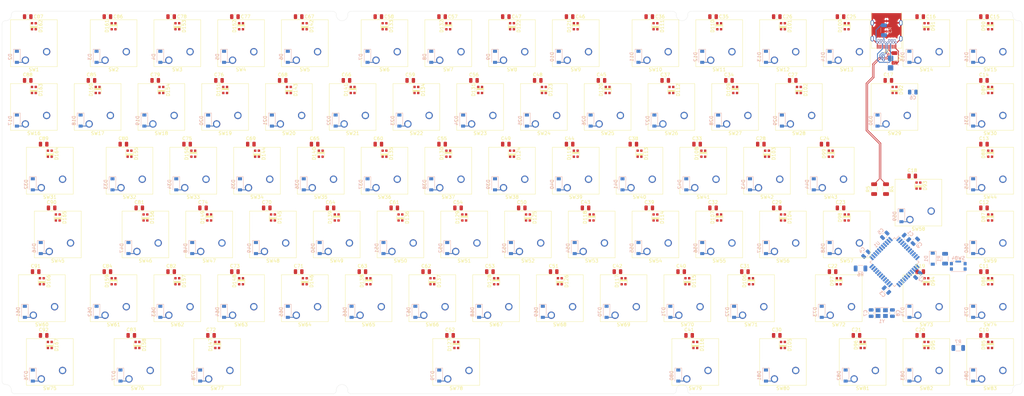
<source format=kicad_pcb>
(kicad_pcb (version 20171130) (host pcbnew 5.1.10)

  (general
    (thickness 1.6)
    (drawings 48)
    (tracks 260)
    (zones 0)
    (modules 362)
    (nets 216)
  )

  (page A3)
  (layers
    (0 F.Cu signal)
    (31 B.Cu signal)
    (32 B.Adhes user)
    (33 F.Adhes user)
    (34 B.Paste user)
    (35 F.Paste user)
    (36 B.SilkS user)
    (37 F.SilkS user)
    (38 B.Mask user)
    (39 F.Mask user)
    (40 Dwgs.User user)
    (41 Cmts.User user)
    (42 Eco1.User user)
    (43 Eco2.User user)
    (44 Edge.Cuts user)
    (45 Margin user)
    (46 B.CrtYd user)
    (47 F.CrtYd user)
    (48 B.Fab user)
    (49 F.Fab user)
  )

  (setup
    (last_trace_width 0.25)
    (trace_clearance 0.2)
    (zone_clearance 0.508)
    (zone_45_only no)
    (trace_min 0.2)
    (via_size 0.8)
    (via_drill 0.4)
    (via_min_size 0.6)
    (via_min_drill 0.3)
    (uvia_size 0.3)
    (uvia_drill 0.1)
    (uvias_allowed no)
    (uvia_min_size 0.2)
    (uvia_min_drill 0.1)
    (edge_width 0.05)
    (segment_width 0.2)
    (pcb_text_width 0.3)
    (pcb_text_size 1.5 1.5)
    (mod_edge_width 0.12)
    (mod_text_size 1 1)
    (mod_text_width 0.15)
    (pad_size 1.7 0.55)
    (pad_drill 0)
    (pad_to_mask_clearance 0.051)
    (solder_mask_min_width 0.25)
    (aux_axis_origin 0 0)
    (visible_elements FFFFF77F)
    (pcbplotparams
      (layerselection 0x010fc_ffffffff)
      (usegerberextensions false)
      (usegerberattributes false)
      (usegerberadvancedattributes false)
      (creategerberjobfile false)
      (excludeedgelayer true)
      (linewidth 0.100000)
      (plotframeref false)
      (viasonmask false)
      (mode 1)
      (useauxorigin false)
      (hpglpennumber 1)
      (hpglpenspeed 20)
      (hpglpendiameter 15.000000)
      (psnegative false)
      (psa4output false)
      (plotreference true)
      (plotvalue true)
      (plotinvisibletext false)
      (padsonsilk false)
      (subtractmaskfromsilk false)
      (outputformat 1)
      (mirror false)
      (drillshape 1)
      (scaleselection 1)
      (outputdirectory ""))
  )

  (net 0 "")
  (net 1 GND)
  (net 2 +5V)
  (net 3 "Net-(C7-Pad1)")
  (net 4 "Net-(C8-Pad2)")
  (net 5 "Net-(C9-Pad1)")
  (net 6 RST)
  (net 7 ROW0)
  (net 8 "Net-(D2-Pad2)")
  (net 9 "Net-(D3-Pad2)")
  (net 10 "Net-(D4-Pad2)")
  (net 11 "Net-(D5-Pad2)")
  (net 12 "Net-(D6-Pad2)")
  (net 13 "Net-(D7-Pad2)")
  (net 14 "Net-(D8-Pad2)")
  (net 15 "Net-(D9-Pad2)")
  (net 16 "Net-(D10-Pad2)")
  (net 17 "Net-(D11-Pad2)")
  (net 18 "Net-(D12-Pad2)")
  (net 19 "Net-(D13-Pad2)")
  (net 20 "Net-(D14-Pad2)")
  (net 21 "Net-(D15-Pad2)")
  (net 22 "Net-(D16-Pad2)")
  (net 23 ROW1)
  (net 24 "Net-(D17-Pad2)")
  (net 25 "Net-(D18-Pad2)")
  (net 26 "Net-(D19-Pad2)")
  (net 27 "Net-(D20-Pad2)")
  (net 28 "Net-(D21-Pad2)")
  (net 29 "Net-(D22-Pad2)")
  (net 30 "Net-(D23-Pad2)")
  (net 31 "Net-(D24-Pad2)")
  (net 32 "Net-(D25-Pad2)")
  (net 33 "Net-(D26-Pad2)")
  (net 34 "Net-(D27-Pad2)")
  (net 35 "Net-(D28-Pad2)")
  (net 36 "Net-(D29-Pad2)")
  (net 37 "Net-(D30-Pad2)")
  (net 38 "Net-(D31-Pad2)")
  (net 39 "Net-(D32-Pad2)")
  (net 40 ROW2)
  (net 41 "Net-(D33-Pad2)")
  (net 42 "Net-(D34-Pad2)")
  (net 43 "Net-(D35-Pad2)")
  (net 44 "Net-(D36-Pad2)")
  (net 45 "Net-(D37-Pad2)")
  (net 46 "Net-(D38-Pad2)")
  (net 47 "Net-(D39-Pad2)")
  (net 48 "Net-(D40-Pad2)")
  (net 49 "Net-(D41-Pad2)")
  (net 50 "Net-(D42-Pad2)")
  (net 51 "Net-(D43-Pad2)")
  (net 52 "Net-(D44-Pad2)")
  (net 53 "Net-(D45-Pad2)")
  (net 54 "Net-(D46-Pad2)")
  (net 55 ROW3)
  (net 56 "Net-(D47-Pad2)")
  (net 57 "Net-(D48-Pad2)")
  (net 58 "Net-(D49-Pad2)")
  (net 59 "Net-(D50-Pad2)")
  (net 60 "Net-(D51-Pad2)")
  (net 61 "Net-(D52-Pad2)")
  (net 62 "Net-(D53-Pad2)")
  (net 63 "Net-(D54-Pad2)")
  (net 64 "Net-(D55-Pad2)")
  (net 65 "Net-(D56-Pad2)")
  (net 66 "Net-(D57-Pad2)")
  (net 67 "Net-(D58-Pad2)")
  (net 68 "Net-(D59-Pad2)")
  (net 69 "Net-(D60-Pad2)")
  (net 70 ROW4)
  (net 71 "Net-(D61-Pad2)")
  (net 72 "Net-(D62-Pad2)")
  (net 73 "Net-(D63-Pad2)")
  (net 74 "Net-(D64-Pad2)")
  (net 75 "Net-(D65-Pad2)")
  (net 76 "Net-(D66-Pad2)")
  (net 77 "Net-(D67-Pad2)")
  (net 78 "Net-(D68-Pad2)")
  (net 79 "Net-(D69-Pad2)")
  (net 80 "Net-(D70-Pad2)")
  (net 81 "Net-(D71-Pad2)")
  (net 82 "Net-(D72-Pad2)")
  (net 83 "Net-(D73-Pad2)")
  (net 84 "Net-(D74-Pad2)")
  (net 85 "Net-(D75-Pad2)")
  (net 86 ROW5)
  (net 87 "Net-(D76-Pad2)")
  (net 88 "Net-(D77-Pad2)")
  (net 89 "Net-(D78-Pad2)")
  (net 90 "Net-(D79-Pad2)")
  (net 91 "Net-(D80-Pad2)")
  (net 92 "Net-(D81-Pad2)")
  (net 93 "Net-(D82-Pad2)")
  (net 94 "Net-(D83-Pad2)")
  (net 95 "Net-(D84-Pad2)")
  (net 96 "Net-(D85-Pad2)")
  (net 97 DIN)
  (net 98 "Net-(D86-Pad2)")
  (net 99 "Net-(D87-Pad2)")
  (net 100 "Net-(D88-Pad2)")
  (net 101 "Net-(D89-Pad2)")
  (net 102 "Net-(D90-Pad2)")
  (net 103 "Net-(D91-Pad2)")
  (net 104 "Net-(D92-Pad2)")
  (net 105 "Net-(D93-Pad2)")
  (net 106 "Net-(D94-Pad2)")
  (net 107 "Net-(D95-Pad2)")
  (net 108 "Net-(D96-Pad2)")
  (net 109 "Net-(D97-Pad2)")
  (net 110 "Net-(D98-Pad2)")
  (net 111 "Net-(D100-Pad4)")
  (net 112 "Net-(D100-Pad2)")
  (net 113 "Net-(D101-Pad2)")
  (net 114 "Net-(D102-Pad2)")
  (net 115 "Net-(D103-Pad2)")
  (net 116 "Net-(D104-Pad2)")
  (net 117 "Net-(D105-Pad2)")
  (net 118 "Net-(D106-Pad2)")
  (net 119 "Net-(D107-Pad2)")
  (net 120 "Net-(D108-Pad2)")
  (net 121 "Net-(D109-Pad2)")
  (net 122 "Net-(D110-Pad2)")
  (net 123 "Net-(D111-Pad2)")
  (net 124 "Net-(D112-Pad2)")
  (net 125 "Net-(D113-Pad2)")
  (net 126 "Net-(D114-Pad2)")
  (net 127 "Net-(D115-Pad2)")
  (net 128 "Net-(D116-Pad2)")
  (net 129 "Net-(D117-Pad2)")
  (net 130 "Net-(D118-Pad2)")
  (net 131 "Net-(D119-Pad2)")
  (net 132 "Net-(D120-Pad2)")
  (net 133 "Net-(D121-Pad2)")
  (net 134 "Net-(D122-Pad2)")
  (net 135 "Net-(D123-Pad2)")
  (net 136 "Net-(D124-Pad2)")
  (net 137 "Net-(D125-Pad2)")
  (net 138 "Net-(D126-Pad2)")
  (net 139 "Net-(D127-Pad2)")
  (net 140 "Net-(D128-Pad2)")
  (net 141 "Net-(D129-Pad2)")
  (net 142 "Net-(D130-Pad2)")
  (net 143 "Net-(D131-Pad2)")
  (net 144 "Net-(D132-Pad2)")
  (net 145 "Net-(D133-Pad2)")
  (net 146 "Net-(D134-Pad2)")
  (net 147 "Net-(D135-Pad2)")
  (net 148 "Net-(D136-Pad2)")
  (net 149 "Net-(D137-Pad2)")
  (net 150 "Net-(D138-Pad2)")
  (net 151 "Net-(D139-Pad2)")
  (net 152 "Net-(D140-Pad2)")
  (net 153 "Net-(D141-Pad2)")
  (net 154 "Net-(D142-Pad2)")
  (net 155 "Net-(D143-Pad2)")
  (net 156 "Net-(D144-Pad2)")
  (net 157 "Net-(D145-Pad2)")
  (net 158 "Net-(D146-Pad2)")
  (net 159 "Net-(D147-Pad2)")
  (net 160 "Net-(D148-Pad2)")
  (net 161 "Net-(D149-Pad2)")
  (net 162 "Net-(D150-Pad2)")
  (net 163 "Net-(D151-Pad2)")
  (net 164 "Net-(D152-Pad2)")
  (net 165 "Net-(D153-Pad2)")
  (net 166 "Net-(D154-Pad2)")
  (net 167 "Net-(D155-Pad2)")
  (net 168 "Net-(D156-Pad2)")
  (net 169 "Net-(D157-Pad2)")
  (net 170 "Net-(D158-Pad2)")
  (net 171 "Net-(D159-Pad2)")
  (net 172 "Net-(D160-Pad2)")
  (net 173 "Net-(D161-Pad2)")
  (net 174 "Net-(D162-Pad2)")
  (net 175 "Net-(D163-Pad2)")
  (net 176 "Net-(D164-Pad2)")
  (net 177 "Net-(D165-Pad2)")
  (net 178 "Net-(D166-Pad2)")
  (net 179 "Net-(D167-Pad2)")
  (net 180 "Net-(F1-Pad2)")
  (net 181 COL02)
  (net 182 COL00)
  (net 183 COL01)
  (net 184 D-)
  (net 185 D+)
  (net 186 "Net-(R6-Pad2)")
  (net 187 COL03)
  (net 188 COL04)
  (net 189 COL06)
  (net 190 COL07)
  (net 191 COL08)
  (net 192 COL09)
  (net 193 COL10)
  (net 194 COL11)
  (net 195 COL12)
  (net 196 COL13)
  (net 197 COL14)
  (net 198 COL15)
  (net 199 COL05)
  (net 200 "Net-(U1-Pad1)")
  (net 201 "Net-(U1-Pad42)")
  (net 202 "Net-(R7-Pad2)")
  (net 203 "Net-(J1-PadB11)")
  (net 204 "Net-(J1-PadB2)")
  (net 205 "Net-(J1-PadB5)")
  (net 206 "Net-(J1-PadB8)")
  (net 207 "Net-(J1-PadB3)")
  (net 208 "Net-(J1-PadB10)")
  (net 209 "Net-(J1-PadA2)")
  (net 210 "Net-(J1-PadA3)")
  (net 211 "Net-(J1-PadA5)")
  (net 212 "Net-(J1-PadA8)")
  (net 213 "Net-(J1-PadA10)")
  (net 214 "Net-(J1-PadA11)")
  (net 215 "Net-(U1-Pad41)")

  (net_class Default "Dies ist die voreingestellte Netzklasse."
    (clearance 0.2)
    (trace_width 0.25)
    (via_dia 0.8)
    (via_drill 0.4)
    (uvia_dia 0.3)
    (uvia_drill 0.1)
    (add_net +5V)
    (add_net COL00)
    (add_net COL01)
    (add_net COL02)
    (add_net COL03)
    (add_net COL04)
    (add_net COL05)
    (add_net COL06)
    (add_net COL07)
    (add_net COL08)
    (add_net COL09)
    (add_net COL10)
    (add_net COL11)
    (add_net COL12)
    (add_net COL13)
    (add_net COL14)
    (add_net COL15)
    (add_net D+)
    (add_net D-)
    (add_net DIN)
    (add_net GND)
    (add_net "Net-(C7-Pad1)")
    (add_net "Net-(C8-Pad2)")
    (add_net "Net-(C9-Pad1)")
    (add_net "Net-(D10-Pad2)")
    (add_net "Net-(D100-Pad2)")
    (add_net "Net-(D100-Pad4)")
    (add_net "Net-(D101-Pad2)")
    (add_net "Net-(D102-Pad2)")
    (add_net "Net-(D103-Pad2)")
    (add_net "Net-(D104-Pad2)")
    (add_net "Net-(D105-Pad2)")
    (add_net "Net-(D106-Pad2)")
    (add_net "Net-(D107-Pad2)")
    (add_net "Net-(D108-Pad2)")
    (add_net "Net-(D109-Pad2)")
    (add_net "Net-(D11-Pad2)")
    (add_net "Net-(D110-Pad2)")
    (add_net "Net-(D111-Pad2)")
    (add_net "Net-(D112-Pad2)")
    (add_net "Net-(D113-Pad2)")
    (add_net "Net-(D114-Pad2)")
    (add_net "Net-(D115-Pad2)")
    (add_net "Net-(D116-Pad2)")
    (add_net "Net-(D117-Pad2)")
    (add_net "Net-(D118-Pad2)")
    (add_net "Net-(D119-Pad2)")
    (add_net "Net-(D12-Pad2)")
    (add_net "Net-(D120-Pad2)")
    (add_net "Net-(D121-Pad2)")
    (add_net "Net-(D122-Pad2)")
    (add_net "Net-(D123-Pad2)")
    (add_net "Net-(D124-Pad2)")
    (add_net "Net-(D125-Pad2)")
    (add_net "Net-(D126-Pad2)")
    (add_net "Net-(D127-Pad2)")
    (add_net "Net-(D128-Pad2)")
    (add_net "Net-(D129-Pad2)")
    (add_net "Net-(D13-Pad2)")
    (add_net "Net-(D130-Pad2)")
    (add_net "Net-(D131-Pad2)")
    (add_net "Net-(D132-Pad2)")
    (add_net "Net-(D133-Pad2)")
    (add_net "Net-(D134-Pad2)")
    (add_net "Net-(D135-Pad2)")
    (add_net "Net-(D136-Pad2)")
    (add_net "Net-(D137-Pad2)")
    (add_net "Net-(D138-Pad2)")
    (add_net "Net-(D139-Pad2)")
    (add_net "Net-(D14-Pad2)")
    (add_net "Net-(D140-Pad2)")
    (add_net "Net-(D141-Pad2)")
    (add_net "Net-(D142-Pad2)")
    (add_net "Net-(D143-Pad2)")
    (add_net "Net-(D144-Pad2)")
    (add_net "Net-(D145-Pad2)")
    (add_net "Net-(D146-Pad2)")
    (add_net "Net-(D147-Pad2)")
    (add_net "Net-(D148-Pad2)")
    (add_net "Net-(D149-Pad2)")
    (add_net "Net-(D15-Pad2)")
    (add_net "Net-(D150-Pad2)")
    (add_net "Net-(D151-Pad2)")
    (add_net "Net-(D152-Pad2)")
    (add_net "Net-(D153-Pad2)")
    (add_net "Net-(D154-Pad2)")
    (add_net "Net-(D155-Pad2)")
    (add_net "Net-(D156-Pad2)")
    (add_net "Net-(D157-Pad2)")
    (add_net "Net-(D158-Pad2)")
    (add_net "Net-(D159-Pad2)")
    (add_net "Net-(D16-Pad2)")
    (add_net "Net-(D160-Pad2)")
    (add_net "Net-(D161-Pad2)")
    (add_net "Net-(D162-Pad2)")
    (add_net "Net-(D163-Pad2)")
    (add_net "Net-(D164-Pad2)")
    (add_net "Net-(D165-Pad2)")
    (add_net "Net-(D166-Pad2)")
    (add_net "Net-(D167-Pad2)")
    (add_net "Net-(D17-Pad2)")
    (add_net "Net-(D18-Pad2)")
    (add_net "Net-(D19-Pad2)")
    (add_net "Net-(D2-Pad2)")
    (add_net "Net-(D20-Pad2)")
    (add_net "Net-(D21-Pad2)")
    (add_net "Net-(D22-Pad2)")
    (add_net "Net-(D23-Pad2)")
    (add_net "Net-(D24-Pad2)")
    (add_net "Net-(D25-Pad2)")
    (add_net "Net-(D26-Pad2)")
    (add_net "Net-(D27-Pad2)")
    (add_net "Net-(D28-Pad2)")
    (add_net "Net-(D29-Pad2)")
    (add_net "Net-(D3-Pad2)")
    (add_net "Net-(D30-Pad2)")
    (add_net "Net-(D31-Pad2)")
    (add_net "Net-(D32-Pad2)")
    (add_net "Net-(D33-Pad2)")
    (add_net "Net-(D34-Pad2)")
    (add_net "Net-(D35-Pad2)")
    (add_net "Net-(D36-Pad2)")
    (add_net "Net-(D37-Pad2)")
    (add_net "Net-(D38-Pad2)")
    (add_net "Net-(D39-Pad2)")
    (add_net "Net-(D4-Pad2)")
    (add_net "Net-(D40-Pad2)")
    (add_net "Net-(D41-Pad2)")
    (add_net "Net-(D42-Pad2)")
    (add_net "Net-(D43-Pad2)")
    (add_net "Net-(D44-Pad2)")
    (add_net "Net-(D45-Pad2)")
    (add_net "Net-(D46-Pad2)")
    (add_net "Net-(D47-Pad2)")
    (add_net "Net-(D48-Pad2)")
    (add_net "Net-(D49-Pad2)")
    (add_net "Net-(D5-Pad2)")
    (add_net "Net-(D50-Pad2)")
    (add_net "Net-(D51-Pad2)")
    (add_net "Net-(D52-Pad2)")
    (add_net "Net-(D53-Pad2)")
    (add_net "Net-(D54-Pad2)")
    (add_net "Net-(D55-Pad2)")
    (add_net "Net-(D56-Pad2)")
    (add_net "Net-(D57-Pad2)")
    (add_net "Net-(D58-Pad2)")
    (add_net "Net-(D59-Pad2)")
    (add_net "Net-(D6-Pad2)")
    (add_net "Net-(D60-Pad2)")
    (add_net "Net-(D61-Pad2)")
    (add_net "Net-(D62-Pad2)")
    (add_net "Net-(D63-Pad2)")
    (add_net "Net-(D64-Pad2)")
    (add_net "Net-(D65-Pad2)")
    (add_net "Net-(D66-Pad2)")
    (add_net "Net-(D67-Pad2)")
    (add_net "Net-(D68-Pad2)")
    (add_net "Net-(D69-Pad2)")
    (add_net "Net-(D7-Pad2)")
    (add_net "Net-(D70-Pad2)")
    (add_net "Net-(D71-Pad2)")
    (add_net "Net-(D72-Pad2)")
    (add_net "Net-(D73-Pad2)")
    (add_net "Net-(D74-Pad2)")
    (add_net "Net-(D75-Pad2)")
    (add_net "Net-(D76-Pad2)")
    (add_net "Net-(D77-Pad2)")
    (add_net "Net-(D78-Pad2)")
    (add_net "Net-(D79-Pad2)")
    (add_net "Net-(D8-Pad2)")
    (add_net "Net-(D80-Pad2)")
    (add_net "Net-(D81-Pad2)")
    (add_net "Net-(D82-Pad2)")
    (add_net "Net-(D83-Pad2)")
    (add_net "Net-(D84-Pad2)")
    (add_net "Net-(D85-Pad2)")
    (add_net "Net-(D86-Pad2)")
    (add_net "Net-(D87-Pad2)")
    (add_net "Net-(D88-Pad2)")
    (add_net "Net-(D89-Pad2)")
    (add_net "Net-(D9-Pad2)")
    (add_net "Net-(D90-Pad2)")
    (add_net "Net-(D91-Pad2)")
    (add_net "Net-(D92-Pad2)")
    (add_net "Net-(D93-Pad2)")
    (add_net "Net-(D94-Pad2)")
    (add_net "Net-(D95-Pad2)")
    (add_net "Net-(D96-Pad2)")
    (add_net "Net-(D97-Pad2)")
    (add_net "Net-(D98-Pad2)")
    (add_net "Net-(F1-Pad2)")
    (add_net "Net-(J1-PadA10)")
    (add_net "Net-(J1-PadA11)")
    (add_net "Net-(J1-PadA2)")
    (add_net "Net-(J1-PadA3)")
    (add_net "Net-(J1-PadA5)")
    (add_net "Net-(J1-PadA8)")
    (add_net "Net-(J1-PadB10)")
    (add_net "Net-(J1-PadB11)")
    (add_net "Net-(J1-PadB2)")
    (add_net "Net-(J1-PadB3)")
    (add_net "Net-(J1-PadB5)")
    (add_net "Net-(J1-PadB8)")
    (add_net "Net-(R6-Pad2)")
    (add_net "Net-(R7-Pad2)")
    (add_net "Net-(U1-Pad1)")
    (add_net "Net-(U1-Pad41)")
    (add_net "Net-(U1-Pad42)")
    (add_net ROW0)
    (add_net ROW1)
    (add_net ROW2)
    (add_net ROW3)
    (add_net ROW4)
    (add_net ROW5)
    (add_net RST)
  )

  (module Button_Switch_Keyboard:SW_Cherry_MX_ISOEnter_PCB (layer F.Cu) (tedit 60E88C41) (tstamp 5F160517)
    (at 309.40375 100.33 180)
    (descr "Cherry MX keyswitch, ISO Enter, PCB mount, http://cherryamericas.com/wp-content/uploads/2014/12/mx_cat.pdf")
    (tags "Cherry MX keyswitch ISO enter PCB")
    (path /5F51BE8C/5F51CE2C)
    (fp_text reference SW58 (at -2.54 -2.794 180) (layer F.SilkS)
      (effects (font (size 1 1) (thickness 0.15)))
    )
    (fp_text value MX1A-G1NA (at -2.286 13.208 180) (layer F.Fab)
      (effects (font (size 1 1) (thickness 0.15)))
    )
    (fp_line (start -8.89 -1.27) (end 3.81 -1.27) (layer F.Fab) (width 0.1))
    (fp_line (start 3.81 -1.27) (end 3.81 11.43) (layer F.Fab) (width 0.1))
    (fp_line (start 3.81 11.43) (end -8.89 11.43) (layer F.Fab) (width 0.1))
    (fp_line (start -8.89 11.43) (end -8.89 -1.27) (layer F.Fab) (width 0.1))
    (fp_line (start -9.14 11.68) (end -9.14 -1.52) (layer F.CrtYd) (width 0.05))
    (fp_line (start 4.06 11.68) (end -9.14 11.68) (layer F.CrtYd) (width 0.05))
    (fp_line (start 4.06 -1.52) (end 4.06 11.68) (layer F.CrtYd) (width 0.05))
    (fp_line (start -9.14 -1.52) (end 4.06 -1.52) (layer F.CrtYd) (width 0.05))
    (fp_line (start 9.36625 -13.97) (end 9.36625 5.08) (layer Dwgs.User) (width 0.15))
    (fp_line (start 14.12875 24.13) (end -14.44625 24.13) (layer Dwgs.User) (width 0.15))
    (fp_line (start -14.44625 24.13) (end -14.44625 -13.97) (layer Dwgs.User) (width 0.15))
    (fp_line (start -14.44625 -13.97) (end 9.36625 -13.97) (layer Dwgs.User) (width 0.15))
    (fp_line (start 14.12875 5.08) (end 14.12875 24.13) (layer Dwgs.User) (width 0.15))
    (fp_line (start 9.36625 5.08) (end 14.12875 5.08) (layer Dwgs.User) (width 0.15))
    (fp_line (start -9.525 -1.905) (end 4.445 -1.905) (layer F.SilkS) (width 0.12))
    (fp_line (start 4.445 -1.905) (end 4.445 12.065) (layer F.SilkS) (width 0.12))
    (fp_line (start 4.445 12.065) (end -9.525 12.065) (layer F.SilkS) (width 0.12))
    (fp_line (start -9.525 12.065) (end -9.525 -1.905) (layer F.SilkS) (width 0.12))
    (fp_text user %R (at -2.54 -2.794 180) (layer F.Fab)
      (effects (font (size 1 1) (thickness 0.15)))
    )
    (pad 1 thru_hole circle (at 0 0 180) (size 2.2 2.2) (drill 1.5) (layers *.Cu *.Mask)
      (net 68 "Net-(D59-Pad2)"))
    (pad 2 thru_hole circle (at -6.35 2.54 180) (size 2.2 2.2) (drill 1.5) (layers *.Cu *.Mask)
      (net 197 COL14))
    (pad "" np_thru_hole circle (at -2.54 5.08 180) (size 4 4) (drill 4) (layers *.Cu *.Mask))
    (pad "" np_thru_hole circle (at -7.62 5.08 180) (size 1.7 1.7) (drill 1.7) (layers *.Cu *.Mask))
    (pad "" np_thru_hole circle (at 2.54 5.08 180) (size 1.7 1.7) (drill 1.7) (layers *.Cu *.Mask))
    (model ${KISYS3DMOD}/Button_Switch_Keyboard.3dshapes/SW_Cherry_MX_ISOEnter_PCB.wrl
      (at (xyz 0 0 0))
      (scale (xyz 1 1 1))
      (rotate (xyz 0 0 0))
    )
  )

  (module Button_Switch_Keyboard:SW_Cherry_MX_2.00u_PCB (layer F.Cu) (tedit 60E88B61) (tstamp 5F16021F)
    (at 302.26 71.755 180)
    (descr "Cherry MX keyswitch, 2.00u, PCB mount, http://cherryamericas.com/wp-content/uploads/2014/12/mx_cat.pdf")
    (tags "Cherry MX keyswitch 2.00u PCB")
    (path /5F51BE8C/5F51CE0E)
    (fp_text reference SW29 (at -2.54 -2.794 180) (layer F.SilkS)
      (effects (font (size 1 1) (thickness 0.15)))
    )
    (fp_text value MX1A-G1NA (at -2.54 12.954 180) (layer F.Fab)
      (effects (font (size 1 1) (thickness 0.15)))
    )
    (fp_line (start -8.89 -1.27) (end 3.81 -1.27) (layer F.Fab) (width 0.1))
    (fp_line (start 3.81 -1.27) (end 3.81 11.43) (layer F.Fab) (width 0.1))
    (fp_line (start 3.81 11.43) (end -8.89 11.43) (layer F.Fab) (width 0.1))
    (fp_line (start -8.89 11.43) (end -8.89 -1.27) (layer F.Fab) (width 0.1))
    (fp_line (start -9.14 11.68) (end -9.14 -1.52) (layer F.CrtYd) (width 0.05))
    (fp_line (start 4.06 11.68) (end -9.14 11.68) (layer F.CrtYd) (width 0.05))
    (fp_line (start 4.06 -1.52) (end 4.06 11.68) (layer F.CrtYd) (width 0.05))
    (fp_line (start -9.14 -1.52) (end 4.06 -1.52) (layer F.CrtYd) (width 0.05))
    (fp_line (start -21.59 -4.445) (end 16.51 -4.445) (layer Dwgs.User) (width 0.15))
    (fp_line (start 16.51 -4.445) (end 16.51 14.605) (layer Dwgs.User) (width 0.15))
    (fp_line (start 16.51 14.605) (end -21.59 14.605) (layer Dwgs.User) (width 0.15))
    (fp_line (start -21.59 14.605) (end -21.59 -4.445) (layer Dwgs.User) (width 0.15))
    (fp_line (start -9.525 -1.905) (end 4.445 -1.905) (layer F.SilkS) (width 0.12))
    (fp_line (start 4.445 -1.905) (end 4.445 12.065) (layer F.SilkS) (width 0.12))
    (fp_line (start 4.445 12.065) (end -9.525 12.065) (layer F.SilkS) (width 0.12))
    (fp_line (start -9.525 12.065) (end -9.525 -1.905) (layer F.SilkS) (width 0.12))
    (fp_text user %R (at -2.54 -2.794 180) (layer F.Fab)
      (effects (font (size 1 1) (thickness 0.15)))
    )
    (pad 1 thru_hole circle (at 0 0 180) (size 2.2 2.2) (drill 1.5) (layers *.Cu *.Mask)
      (net 37 "Net-(D30-Pad2)"))
    (pad 2 thru_hole circle (at -6.35 2.54 180) (size 2.2 2.2) (drill 1.5) (layers *.Cu *.Mask)
      (net 197 COL14))
    (pad "" np_thru_hole circle (at -2.54 5.08 180) (size 4 4) (drill 4) (layers *.Cu *.Mask))
    (pad "" np_thru_hole circle (at -7.62 5.08 180) (size 1.7 1.7) (drill 1.7) (layers *.Cu *.Mask))
    (pad "" np_thru_hole circle (at 2.54 5.08 180) (size 1.7 1.7) (drill 1.7) (layers *.Cu *.Mask))
    (model ${KISYS3DMOD}/Button_Switch_Keyboard.3dshapes/SW_Cherry_MX_2.00u_PCB.wrl
      (at (xyz 0 0 0))
      (scale (xyz 1 1 1))
      (rotate (xyz 0 0 0))
    )
  )

  (module Button_Switch_Keyboard:SW_Cherry_MX_6.25u_PCB (layer F.Cu) (tedit 60E88B4A) (tstamp 5F160723)
    (at 171.29125 147.955 180)
    (descr "Cherry MX keyswitch, 6.25u, PCB mount, http://cherryamericas.com/wp-content/uploads/2014/12/mx_cat.pdf")
    (tags "Cherry MX keyswitch 6.25u PCB")
    (path /5F51BE8C/5F84AEA9)
    (fp_text reference SW78 (at -2.54 -2.794 180) (layer F.SilkS)
      (effects (font (size 1 1) (thickness 0.15)))
    )
    (fp_text value MX1A-G1NA (at -2.54 12.954 180) (layer F.Fab)
      (effects (font (size 1 1) (thickness 0.15)))
    )
    (fp_line (start -8.89 -1.27) (end 3.81 -1.27) (layer F.Fab) (width 0.1))
    (fp_line (start 3.81 -1.27) (end 3.81 11.43) (layer F.Fab) (width 0.1))
    (fp_line (start 3.81 11.43) (end -8.89 11.43) (layer F.Fab) (width 0.1))
    (fp_line (start -8.89 11.43) (end -8.89 -1.27) (layer F.Fab) (width 0.1))
    (fp_line (start -9.14 11.68) (end -9.14 -1.52) (layer F.CrtYd) (width 0.05))
    (fp_line (start 4.06 11.68) (end -9.14 11.68) (layer F.CrtYd) (width 0.05))
    (fp_line (start 4.06 -1.52) (end 4.06 11.68) (layer F.CrtYd) (width 0.05))
    (fp_line (start -9.14 -1.52) (end 4.06 -1.52) (layer F.CrtYd) (width 0.05))
    (fp_line (start -62.07125 -4.445) (end 56.99125 -4.445) (layer Dwgs.User) (width 0.15))
    (fp_line (start 56.99125 -4.445) (end 56.99125 14.605) (layer Dwgs.User) (width 0.15))
    (fp_line (start 56.99125 14.605) (end -62.07125 14.605) (layer Dwgs.User) (width 0.15))
    (fp_line (start -62.07125 14.605) (end -62.07125 -4.445) (layer Dwgs.User) (width 0.15))
    (fp_line (start -9.525 -1.905) (end 4.445 -1.905) (layer F.SilkS) (width 0.12))
    (fp_line (start 4.445 -1.905) (end 4.445 12.065) (layer F.SilkS) (width 0.12))
    (fp_line (start 4.445 12.065) (end -9.525 12.065) (layer F.SilkS) (width 0.12))
    (fp_line (start -9.525 12.065) (end -9.525 -1.905) (layer F.SilkS) (width 0.12))
    (fp_text user %R (at -2.54 -2.794 180) (layer F.Fab)
      (effects (font (size 1 1) (thickness 0.15)))
    )
    (pad 1 thru_hole circle (at 0 0 180) (size 2.2 2.2) (drill 1.5) (layers *.Cu *.Mask)
      (net 90 "Net-(D79-Pad2)"))
    (pad 2 thru_hole circle (at -6.35 2.54 180) (size 2.2 2.2) (drill 1.5) (layers *.Cu *.Mask)
      (net 190 COL07))
    (pad "" np_thru_hole circle (at -2.54 5.08 180) (size 4 4) (drill 4) (layers *.Cu *.Mask))
    (pad "" np_thru_hole circle (at -7.62 5.08 180) (size 1.7 1.7) (drill 1.7) (layers *.Cu *.Mask))
    (pad "" np_thru_hole circle (at 2.54 5.08 180) (size 1.7 1.7) (drill 1.7) (layers *.Cu *.Mask))
    (model ${KISYS3DMOD}/Button_Switch_Keyboard.3dshapes/SW_Cherry_MX_6.25u_PCB.wrl
      (at (xyz 0 0 0))
      (scale (xyz 1 1 1))
      (rotate (xyz 0 0 0))
    )
  )

  (module MountingHole:MountingHole_3.2mm_M3 (layer F.Cu) (tedit 60E8488E) (tstamp 60E8A97D)
    (at 341.8 151.3)
    (descr "Mounting Hole 3.4mm, no annular, M3")
    (tags "mounting hole 3.4mm no annular m3")
    (attr virtual)
    (fp_text reference REF** (at 0 -4.2) (layer F.SilkS) hide
      (effects (font (size 1 1) (thickness 0.15)))
    )
    (fp_text value MountingHole_3.4mm_M3 (at 0 4.2) (layer F.Fab) hide
      (effects (font (size 1 1) (thickness 0.15)))
    )
    (pad "" smd circle (at 0 0) (size 3.4 3.4) (layers *.Paste))
  )

  (module MountingHole:MountingHole_3.2mm_M3 (layer F.Cu) (tedit 60E8488E) (tstamp 60E8A94A)
    (at 341.8 39.2)
    (descr "Mounting Hole 3.4mm, no annular, M3")
    (tags "mounting hole 3.4mm no annular m3")
    (attr virtual)
    (fp_text reference REF** (at 0 -4.2) (layer F.SilkS) hide
      (effects (font (size 1 1) (thickness 0.15)))
    )
    (fp_text value MountingHole_3.4mm_M3 (at 0 4.2) (layer F.Fab) hide
      (effects (font (size 1 1) (thickness 0.15)))
    )
    (pad "" smd circle (at 0 0) (size 3.4 3.4) (layers *.Paste))
  )

  (module MountingHole:MountingHole_3.2mm_M3 (layer F.Cu) (tedit 60E8488E) (tstamp 60E8A92F)
    (at 39.2 151.3)
    (descr "Mounting Hole 3.4mm, no annular, M3")
    (tags "mounting hole 3.4mm no annular m3")
    (attr virtual)
    (fp_text reference REF** (at 0 -4.2) (layer F.SilkS) hide
      (effects (font (size 1 1) (thickness 0.15)))
    )
    (fp_text value MountingHole_3.4mm_M3 (at 0 4.2) (layer F.Fab) hide
      (effects (font (size 1 1) (thickness 0.15)))
    )
    (pad "" smd circle (at 0 0) (size 3.4 3.4) (layers *.Paste))
  )

  (module MountingHole:MountingHole_3.2mm_M3 (layer F.Cu) (tedit 60E8488E) (tstamp 60E8A8F8)
    (at 39.2 39.2)
    (descr "Mounting Hole 3.4mm, no annular, M3")
    (tags "mounting hole 3.4mm no annular m3")
    (attr virtual)
    (fp_text reference REF** (at 0 -4.2) (layer F.SilkS) hide
      (effects (font (size 1 1) (thickness 0.15)))
    )
    (fp_text value MountingHole_3.4mm_M3 (at 0 4.2) (layer F.Fab) hide
      (effects (font (size 1 1) (thickness 0.15)))
    )
    (pad "" smd circle (at 0 0) (size 3.4 3.4) (layers *.Paste))
  )

  (module MountingHole:MountingHole_3.2mm_M3 (layer F.Cu) (tedit 60E8488E) (tstamp 60E8A1A1)
    (at 241.3 151.3)
    (descr "Mounting Hole 3.4mm, no annular, M3")
    (tags "mounting hole 3.4mm no annular m3")
    (attr virtual)
    (fp_text reference REF** (at 0 -4.2) (layer F.SilkS) hide
      (effects (font (size 1 1) (thickness 0.15)))
    )
    (fp_text value MountingHole_3.4mm_M3 (at 0 4.2) (layer F.Fab) hide
      (effects (font (size 1 1) (thickness 0.15)))
    )
    (pad "" smd circle (at 0 0) (size 3.4 3.4) (layers *.Paste))
  )

  (module MountingHole:MountingHole_3.2mm_M3 (layer F.Cu) (tedit 60E8488E) (tstamp 60E8A18C)
    (at 139.7 151.3)
    (descr "Mounting Hole 3.4mm, no annular, M3")
    (tags "mounting hole 3.4mm no annular m3")
    (attr virtual)
    (fp_text reference REF** (at 0 -4.2) (layer F.SilkS) hide
      (effects (font (size 1 1) (thickness 0.15)))
    )
    (fp_text value MountingHole_3.4mm_M3 (at 0 4.2) (layer F.Fab) hide
      (effects (font (size 1 1) (thickness 0.15)))
    )
    (pad "" smd circle (at 0 0) (size 3.4 3.4) (layers *.Paste))
  )

  (module MountingHole:MountingHole_3.2mm_M3 (layer F.Cu) (tedit 60E8488E) (tstamp 60E8A17F)
    (at 241.3 39.2)
    (descr "Mounting Hole 3.4mm, no annular, M3")
    (tags "mounting hole 3.4mm no annular m3")
    (attr virtual)
    (fp_text reference REF** (at 0 -4.2) (layer F.SilkS) hide
      (effects (font (size 1 1) (thickness 0.15)))
    )
    (fp_text value MountingHole_3.4mm_M3 (at 0 4.2) (layer F.Fab) hide
      (effects (font (size 1 1) (thickness 0.15)))
    )
    (pad "" smd circle (at 0 0) (size 3.4 3.4) (layers *.Paste))
  )

  (module MountingHole:MountingHole_3.2mm_M3 (layer F.Cu) (tedit 60E8488E) (tstamp 60E89FD7)
    (at 139.7 39.2)
    (descr "Mounting Hole 3.4mm, no annular, M3")
    (tags "mounting hole 3.4mm no annular m3")
    (attr virtual)
    (fp_text reference REF** (at 0 -4.2) (layer F.SilkS) hide
      (effects (font (size 1 1) (thickness 0.15)))
    )
    (fp_text value MountingHole_3.4mm_M3 (at 0 4.2) (layer F.Fab) hide
      (effects (font (size 1 1) (thickness 0.15)))
    )
    (pad "" smd circle (at 0 0) (size 3.4 3.4) (layers *.Paste))
  )

  (module Crystal:Crystal_SMD_3225-4Pin_3.2x2.5mm (layer B.Cu) (tedit 5A0FD1B2) (tstamp 60EAB509)
    (at 300.99 128.27)
    (descr "SMD Crystal SERIES SMD3225/4 http://www.txccrystal.com/images/pdf/7m-accuracy.pdf, 3.2x2.5mm^2 package")
    (tags "SMD SMT crystal")
    (path /5F294622)
    (attr smd)
    (fp_text reference Y1 (at 0 2.45) (layer B.SilkS)
      (effects (font (size 1 1) (thickness 0.15)) (justify mirror))
    )
    (fp_text value 16MHz (at 0 -2.45) (layer B.Fab)
      (effects (font (size 1 1) (thickness 0.15)) (justify mirror))
    )
    (fp_line (start -1.6 1.25) (end -1.6 -1.25) (layer B.Fab) (width 0.1))
    (fp_line (start -1.6 -1.25) (end 1.6 -1.25) (layer B.Fab) (width 0.1))
    (fp_line (start 1.6 -1.25) (end 1.6 1.25) (layer B.Fab) (width 0.1))
    (fp_line (start 1.6 1.25) (end -1.6 1.25) (layer B.Fab) (width 0.1))
    (fp_line (start -1.6 -0.25) (end -0.6 -1.25) (layer B.Fab) (width 0.1))
    (fp_line (start -2 1.65) (end -2 -1.65) (layer B.SilkS) (width 0.12))
    (fp_line (start -2 -1.65) (end 2 -1.65) (layer B.SilkS) (width 0.12))
    (fp_line (start -2.1 1.7) (end -2.1 -1.7) (layer B.CrtYd) (width 0.05))
    (fp_line (start -2.1 -1.7) (end 2.1 -1.7) (layer B.CrtYd) (width 0.05))
    (fp_line (start 2.1 -1.7) (end 2.1 1.7) (layer B.CrtYd) (width 0.05))
    (fp_line (start 2.1 1.7) (end -2.1 1.7) (layer B.CrtYd) (width 0.05))
    (fp_text user %R (at 0 0) (layer B.Fab)
      (effects (font (size 0.7 0.7) (thickness 0.105)) (justify mirror))
    )
    (pad 4 smd rect (at -1.1 0.85) (size 1.4 1.2) (layers B.Cu B.Paste B.Mask)
      (net 1 GND))
    (pad 3 smd rect (at 1.1 0.85) (size 1.4 1.2) (layers B.Cu B.Paste B.Mask)
      (net 4 "Net-(C8-Pad2)"))
    (pad 2 smd rect (at 1.1 -0.85) (size 1.4 1.2) (layers B.Cu B.Paste B.Mask)
      (net 1 GND))
    (pad 1 smd rect (at -1.1 -0.85) (size 1.4 1.2) (layers B.Cu B.Paste B.Mask)
      (net 3 "Net-(C7-Pad1)"))
    (model ${KISYS3DMOD}/Crystal.3dshapes/Crystal_SMD_3225-4Pin_3.2x2.5mm.wrl
      (at (xyz 0 0 0))
      (scale (xyz 1 1 1))
      (rotate (xyz 0 0 0))
    )
  )

  (module Button_Switch_SMD:SW_Push_1P1T-SH_NO_CK_KMR2xxG (layer B.Cu) (tedit 60E85E87) (tstamp 60EE10F7)
    (at 323.85 114.3 180)
    (descr "CK components KMR2 tactile switch with ground pin http://www.ckswitches.com/media/1479/kmr2.pdf")
    (tags "tactile switch kmr2")
    (path /60FEE33A)
    (attr smd)
    (fp_text reference SW84 (at 0 2.45) (layer B.SilkS)
      (effects (font (size 1 1) (thickness 0.15)) (justify mirror))
    )
    (fp_text value SW_Push (at 0 -2.55) (layer B.Fab)
      (effects (font (size 1 1) (thickness 0.15)) (justify mirror))
    )
    (fp_text user %R (at 0 2.45) (layer B.Fab)
      (effects (font (size 1 1) (thickness 0.15)) (justify mirror))
    )
    (fp_line (start -1.15 1.55) (end -2.2 1.55) (layer B.SilkS) (width 0.12))
    (fp_line (start -2.1 1.4) (end 2.1 1.4) (layer B.Fab) (width 0.1))
    (fp_line (start 2.1 1.4) (end 2.1 -1.4) (layer B.Fab) (width 0.1))
    (fp_line (start 2.1 -1.4) (end -2.1 -1.4) (layer B.Fab) (width 0.1))
    (fp_line (start -2.1 -1.4) (end -2.1 1.4) (layer B.Fab) (width 0.1))
    (fp_line (start 2.2 -0.05) (end 2.2 0.05) (layer B.SilkS) (width 0.12))
    (fp_line (start -2.8 1.8) (end 2.8 1.8) (layer B.CrtYd) (width 0.05))
    (fp_line (start 2.8 1.8) (end 2.8 -1.8) (layer B.CrtYd) (width 0.05))
    (fp_line (start 2.8 -1.8) (end -2.8 -1.8) (layer B.CrtYd) (width 0.05))
    (fp_line (start -2.8 -1.8) (end -2.8 1.8) (layer B.CrtYd) (width 0.05))
    (fp_circle (center 0 0) (end 0 -0.8) (layer B.Fab) (width 0.1))
    (fp_line (start -2.2 -1.55) (end 2.2 -1.55) (layer B.SilkS) (width 0.12))
    (fp_line (start 2.2 1.55) (end 1.15 1.55) (layer B.SilkS) (width 0.12))
    (fp_line (start -2.2 -0.05) (end -2.2 0.05) (layer B.SilkS) (width 0.12))
    (pad 2 smd rect (at 2.05 -0.8 180) (size 0.9 1) (layers B.Cu B.Paste B.Mask)
      (net 1 GND))
    (pad 1 smd rect (at 2.05 0.8 180) (size 0.9 1) (layers B.Cu B.Paste B.Mask)
      (net 6 RST))
    (pad 2 smd rect (at -2.05 -0.8 180) (size 0.9 1) (layers B.Cu B.Paste B.Mask)
      (net 1 GND))
    (pad 1 smd rect (at -2.05 0.8 180) (size 0.9 1) (layers B.Cu B.Paste B.Mask)
      (net 6 RST))
    (pad SH smd rect (at 0 1.425 180) (size 1.7 0.55) (layers B.Cu B.Paste B.Mask)
      (net 1 GND))
    (model ${KISYS3DMOD}/Button_Switch_SMD.3dshapes/SW_Push_1P1T-SH_NO_CK_KMR2xxG.wrl
      (at (xyz 0 0 0))
      (scale (xyz 1 1 1))
      (rotate (xyz 0 0 0))
    )
  )

  (module Resistor_SMD:R_1206_3216Metric (layer B.Cu) (tedit 5F68FEEE) (tstamp 5F26397F)
    (at 323.85 138.684 180)
    (descr "Resistor SMD 1206 (3216 Metric), square (rectangular) end terminal, IPC_7351 nominal, (Body size source: IPC-SM-782 page 72, https://www.pcb-3d.com/wordpress/wp-content/uploads/ipc-sm-782a_amendment_1_and_2.pdf), generated with kicad-footprint-generator")
    (tags resistor)
    (path /5F259898)
    (attr smd)
    (fp_text reference R7 (at 0 1.82) (layer B.SilkS)
      (effects (font (size 1 1) (thickness 0.15)) (justify mirror))
    )
    (fp_text value 470 (at 0 -1.82) (layer B.Fab)
      (effects (font (size 1 1) (thickness 0.15)) (justify mirror))
    )
    (fp_line (start -1.6 -0.8) (end -1.6 0.8) (layer B.Fab) (width 0.1))
    (fp_line (start -1.6 0.8) (end 1.6 0.8) (layer B.Fab) (width 0.1))
    (fp_line (start 1.6 0.8) (end 1.6 -0.8) (layer B.Fab) (width 0.1))
    (fp_line (start 1.6 -0.8) (end -1.6 -0.8) (layer B.Fab) (width 0.1))
    (fp_line (start -0.727064 0.91) (end 0.727064 0.91) (layer B.SilkS) (width 0.12))
    (fp_line (start -0.727064 -0.91) (end 0.727064 -0.91) (layer B.SilkS) (width 0.12))
    (fp_line (start -2.28 -1.12) (end -2.28 1.12) (layer B.CrtYd) (width 0.05))
    (fp_line (start -2.28 1.12) (end 2.28 1.12) (layer B.CrtYd) (width 0.05))
    (fp_line (start 2.28 1.12) (end 2.28 -1.12) (layer B.CrtYd) (width 0.05))
    (fp_line (start 2.28 -1.12) (end -2.28 -1.12) (layer B.CrtYd) (width 0.05))
    (fp_text user %R (at 0 0) (layer B.Fab)
      (effects (font (size 0.8 0.8) (thickness 0.12)) (justify mirror))
    )
    (pad 2 smd roundrect (at 1.4625 0 180) (size 1.125 1.75) (layers B.Cu B.Paste B.Mask) (roundrect_rratio 0.222222)
      (net 202 "Net-(R7-Pad2)"))
    (pad 1 smd roundrect (at -1.4625 0 180) (size 1.125 1.75) (layers B.Cu B.Paste B.Mask) (roundrect_rratio 0.222222)
      (net 97 DIN))
    (model ${KISYS3DMOD}/Resistor_SMD.3dshapes/R_1206_3216Metric.wrl
      (at (xyz 0 0 0))
      (scale (xyz 1 1 1))
      (rotate (xyz 0 0 0))
    )
  )

  (module Resistor_SMD:R_1206_3216Metric (layer B.Cu) (tedit 5F68FEEE) (tstamp 60E9470B)
    (at 294.64 114.935)
    (descr "Resistor SMD 1206 (3216 Metric), square (rectangular) end terminal, IPC_7351 nominal, (Body size source: IPC-SM-782 page 72, https://www.pcb-3d.com/wordpress/wp-content/uploads/ipc-sm-782a_amendment_1_and_2.pdf), generated with kicad-footprint-generator")
    (tags resistor)
    (path /5F0D539D)
    (attr smd)
    (fp_text reference R6 (at 0 1.82) (layer B.SilkS)
      (effects (font (size 1 1) (thickness 0.15)) (justify mirror))
    )
    (fp_text value 10k (at 0 -1.82) (layer B.Fab)
      (effects (font (size 1 1) (thickness 0.15)) (justify mirror))
    )
    (fp_line (start -1.6 -0.8) (end -1.6 0.8) (layer B.Fab) (width 0.1))
    (fp_line (start -1.6 0.8) (end 1.6 0.8) (layer B.Fab) (width 0.1))
    (fp_line (start 1.6 0.8) (end 1.6 -0.8) (layer B.Fab) (width 0.1))
    (fp_line (start 1.6 -0.8) (end -1.6 -0.8) (layer B.Fab) (width 0.1))
    (fp_line (start -0.727064 0.91) (end 0.727064 0.91) (layer B.SilkS) (width 0.12))
    (fp_line (start -0.727064 -0.91) (end 0.727064 -0.91) (layer B.SilkS) (width 0.12))
    (fp_line (start -2.28 -1.12) (end -2.28 1.12) (layer B.CrtYd) (width 0.05))
    (fp_line (start -2.28 1.12) (end 2.28 1.12) (layer B.CrtYd) (width 0.05))
    (fp_line (start 2.28 1.12) (end 2.28 -1.12) (layer B.CrtYd) (width 0.05))
    (fp_line (start 2.28 -1.12) (end -2.28 -1.12) (layer B.CrtYd) (width 0.05))
    (fp_text user %R (at 0 0) (layer B.Fab)
      (effects (font (size 0.8 0.8) (thickness 0.12)) (justify mirror))
    )
    (pad 2 smd roundrect (at 1.4625 0) (size 1.125 1.75) (layers B.Cu B.Paste B.Mask) (roundrect_rratio 0.222222)
      (net 186 "Net-(R6-Pad2)"))
    (pad 1 smd roundrect (at -1.4625 0) (size 1.125 1.75) (layers B.Cu B.Paste B.Mask) (roundrect_rratio 0.222222)
      (net 1 GND))
    (model ${KISYS3DMOD}/Resistor_SMD.3dshapes/R_1206_3216Metric.wrl
      (at (xyz 0 0 0))
      (scale (xyz 1 1 1))
      (rotate (xyz 0 0 0))
    )
  )

  (module Resistor_SMD:R_1206_3216Metric (layer F.Cu) (tedit 5F68FEEE) (tstamp 5F37A863)
    (at 298.704 91.2225 90)
    (descr "Resistor SMD 1206 (3216 Metric), square (rectangular) end terminal, IPC_7351 nominal, (Body size source: IPC-SM-782 page 72, https://www.pcb-3d.com/wordpress/wp-content/uploads/ipc-sm-782a_amendment_1_and_2.pdf), generated with kicad-footprint-generator")
    (tags resistor)
    (path /5F0B5901)
    (attr smd)
    (fp_text reference R5 (at 0 -1.82 90) (layer F.SilkS)
      (effects (font (size 1 1) (thickness 0.15)))
    )
    (fp_text value 22 (at 0 1.82 90) (layer F.Fab)
      (effects (font (size 1 1) (thickness 0.15)))
    )
    (fp_line (start -1.6 0.8) (end -1.6 -0.8) (layer F.Fab) (width 0.1))
    (fp_line (start -1.6 -0.8) (end 1.6 -0.8) (layer F.Fab) (width 0.1))
    (fp_line (start 1.6 -0.8) (end 1.6 0.8) (layer F.Fab) (width 0.1))
    (fp_line (start 1.6 0.8) (end -1.6 0.8) (layer F.Fab) (width 0.1))
    (fp_line (start -0.727064 -0.91) (end 0.727064 -0.91) (layer F.SilkS) (width 0.12))
    (fp_line (start -0.727064 0.91) (end 0.727064 0.91) (layer F.SilkS) (width 0.12))
    (fp_line (start -2.28 1.12) (end -2.28 -1.12) (layer F.CrtYd) (width 0.05))
    (fp_line (start -2.28 -1.12) (end 2.28 -1.12) (layer F.CrtYd) (width 0.05))
    (fp_line (start 2.28 -1.12) (end 2.28 1.12) (layer F.CrtYd) (width 0.05))
    (fp_line (start 2.28 1.12) (end -2.28 1.12) (layer F.CrtYd) (width 0.05))
    (fp_text user %R (at 0 0 90) (layer F.Fab)
      (effects (font (size 0.8 0.8) (thickness 0.12)))
    )
    (pad 2 smd roundrect (at 1.4625 0 90) (size 1.125 1.75) (layers F.Cu F.Paste F.Mask) (roundrect_rratio 0.222222)
      (net 184 D-))
    (pad 1 smd roundrect (at -1.4625 0 90) (size 1.125 1.75) (layers F.Cu F.Paste F.Mask) (roundrect_rratio 0.222222)
      (net 184 D-))
    (model ${KISYS3DMOD}/Resistor_SMD.3dshapes/R_1206_3216Metric.wrl
      (at (xyz 0 0 0))
      (scale (xyz 1 1 1))
      (rotate (xyz 0 0 0))
    )
  )

  (module Resistor_SMD:R_1206_3216Metric (layer F.Cu) (tedit 5F68FEEE) (tstamp 5F1B58E4)
    (at 302.26 91.2225 270)
    (descr "Resistor SMD 1206 (3216 Metric), square (rectangular) end terminal, IPC_7351 nominal, (Body size source: IPC-SM-782 page 72, https://www.pcb-3d.com/wordpress/wp-content/uploads/ipc-sm-782a_amendment_1_and_2.pdf), generated with kicad-footprint-generator")
    (tags resistor)
    (path /5F0AD349)
    (attr smd)
    (fp_text reference R4 (at 0 -1.82 90) (layer F.SilkS)
      (effects (font (size 1 1) (thickness 0.15)))
    )
    (fp_text value 22 (at 0 1.82 90) (layer F.Fab)
      (effects (font (size 1 1) (thickness 0.15)))
    )
    (fp_line (start -1.6 0.8) (end -1.6 -0.8) (layer F.Fab) (width 0.1))
    (fp_line (start -1.6 -0.8) (end 1.6 -0.8) (layer F.Fab) (width 0.1))
    (fp_line (start 1.6 -0.8) (end 1.6 0.8) (layer F.Fab) (width 0.1))
    (fp_line (start 1.6 0.8) (end -1.6 0.8) (layer F.Fab) (width 0.1))
    (fp_line (start -0.727064 -0.91) (end 0.727064 -0.91) (layer F.SilkS) (width 0.12))
    (fp_line (start -0.727064 0.91) (end 0.727064 0.91) (layer F.SilkS) (width 0.12))
    (fp_line (start -2.28 1.12) (end -2.28 -1.12) (layer F.CrtYd) (width 0.05))
    (fp_line (start -2.28 -1.12) (end 2.28 -1.12) (layer F.CrtYd) (width 0.05))
    (fp_line (start 2.28 -1.12) (end 2.28 1.12) (layer F.CrtYd) (width 0.05))
    (fp_line (start 2.28 1.12) (end -2.28 1.12) (layer F.CrtYd) (width 0.05))
    (fp_text user %R (at 0 0 90) (layer F.Fab)
      (effects (font (size 0.8 0.8) (thickness 0.12)))
    )
    (pad 2 smd roundrect (at 1.4625 0 270) (size 1.125 1.75) (layers F.Cu F.Paste F.Mask) (roundrect_rratio 0.222222)
      (net 185 D+))
    (pad 1 smd roundrect (at -1.4625 0 270) (size 1.125 1.75) (layers F.Cu F.Paste F.Mask) (roundrect_rratio 0.222222)
      (net 185 D+))
    (model ${KISYS3DMOD}/Resistor_SMD.3dshapes/R_1206_3216Metric.wrl
      (at (xyz 0 0 0))
      (scale (xyz 1 1 1))
      (rotate (xyz 0 0 0))
    )
  )

  (module Resistor_SMD:R_1206_3216Metric (layer B.Cu) (tedit 5F68FEEE) (tstamp 5F164238)
    (at 301.625 43.7245 90)
    (descr "Resistor SMD 1206 (3216 Metric), square (rectangular) end terminal, IPC_7351 nominal, (Body size source: IPC-SM-782 page 72, https://www.pcb-3d.com/wordpress/wp-content/uploads/ipc-sm-782a_amendment_1_and_2.pdf), generated with kicad-footprint-generator")
    (tags resistor)
    (path /5F030D08)
    (attr smd)
    (fp_text reference R3 (at 0 1.82 90) (layer B.SilkS)
      (effects (font (size 1 1) (thickness 0.15)) (justify mirror))
    )
    (fp_text value 5.1k (at 0 -1.82 90) (layer B.Fab)
      (effects (font (size 1 1) (thickness 0.15)) (justify mirror))
    )
    (fp_line (start -1.6 -0.8) (end -1.6 0.8) (layer B.Fab) (width 0.1))
    (fp_line (start -1.6 0.8) (end 1.6 0.8) (layer B.Fab) (width 0.1))
    (fp_line (start 1.6 0.8) (end 1.6 -0.8) (layer B.Fab) (width 0.1))
    (fp_line (start 1.6 -0.8) (end -1.6 -0.8) (layer B.Fab) (width 0.1))
    (fp_line (start -0.727064 0.91) (end 0.727064 0.91) (layer B.SilkS) (width 0.12))
    (fp_line (start -0.727064 -0.91) (end 0.727064 -0.91) (layer B.SilkS) (width 0.12))
    (fp_line (start -2.28 -1.12) (end -2.28 1.12) (layer B.CrtYd) (width 0.05))
    (fp_line (start -2.28 1.12) (end 2.28 1.12) (layer B.CrtYd) (width 0.05))
    (fp_line (start 2.28 1.12) (end 2.28 -1.12) (layer B.CrtYd) (width 0.05))
    (fp_line (start 2.28 -1.12) (end -2.28 -1.12) (layer B.CrtYd) (width 0.05))
    (fp_text user %R (at 0 0 90) (layer B.Fab)
      (effects (font (size 0.8 0.8) (thickness 0.12)) (justify mirror))
    )
    (pad 2 smd roundrect (at 1.4625 0 90) (size 1.125 1.75) (layers B.Cu B.Paste B.Mask) (roundrect_rratio 0.222222)
      (net 1 GND))
    (pad 1 smd roundrect (at -1.4625 0 90) (size 1.125 1.75) (layers B.Cu B.Paste B.Mask) (roundrect_rratio 0.222222)
      (net 205 "Net-(J1-PadB5)"))
    (model ${KISYS3DMOD}/Resistor_SMD.3dshapes/R_1206_3216Metric.wrl
      (at (xyz 0 0 0))
      (scale (xyz 1 1 1))
      (rotate (xyz 0 0 0))
    )
  )

  (module Resistor_SMD:R_1206_3216Metric (layer F.Cu) (tedit 5F68FEEE) (tstamp 60EBA96A)
    (at 304.8 52.0335 270)
    (descr "Resistor SMD 1206 (3216 Metric), square (rectangular) end terminal, IPC_7351 nominal, (Body size source: IPC-SM-782 page 72, https://www.pcb-3d.com/wordpress/wp-content/uploads/ipc-sm-782a_amendment_1_and_2.pdf), generated with kicad-footprint-generator")
    (tags resistor)
    (path /5F02FDA7)
    (attr smd)
    (fp_text reference R2 (at 0 -1.82 90) (layer F.SilkS)
      (effects (font (size 1 1) (thickness 0.15)))
    )
    (fp_text value 5.1k (at 0 1.82 90) (layer F.Fab)
      (effects (font (size 1 1) (thickness 0.15)))
    )
    (fp_line (start -1.6 0.8) (end -1.6 -0.8) (layer F.Fab) (width 0.1))
    (fp_line (start -1.6 -0.8) (end 1.6 -0.8) (layer F.Fab) (width 0.1))
    (fp_line (start 1.6 -0.8) (end 1.6 0.8) (layer F.Fab) (width 0.1))
    (fp_line (start 1.6 0.8) (end -1.6 0.8) (layer F.Fab) (width 0.1))
    (fp_line (start -0.727064 -0.91) (end 0.727064 -0.91) (layer F.SilkS) (width 0.12))
    (fp_line (start -0.727064 0.91) (end 0.727064 0.91) (layer F.SilkS) (width 0.12))
    (fp_line (start -2.28 1.12) (end -2.28 -1.12) (layer F.CrtYd) (width 0.05))
    (fp_line (start -2.28 -1.12) (end 2.28 -1.12) (layer F.CrtYd) (width 0.05))
    (fp_line (start 2.28 -1.12) (end 2.28 1.12) (layer F.CrtYd) (width 0.05))
    (fp_line (start 2.28 1.12) (end -2.28 1.12) (layer F.CrtYd) (width 0.05))
    (fp_text user %R (at 0 0 90) (layer F.Fab)
      (effects (font (size 0.8 0.8) (thickness 0.12)))
    )
    (pad 2 smd roundrect (at 1.4625 0 270) (size 1.125 1.75) (layers F.Cu F.Paste F.Mask) (roundrect_rratio 0.222222)
      (net 1 GND))
    (pad 1 smd roundrect (at -1.4625 0 270) (size 1.125 1.75) (layers F.Cu F.Paste F.Mask) (roundrect_rratio 0.222222)
      (net 211 "Net-(J1-PadA5)"))
    (model ${KISYS3DMOD}/Resistor_SMD.3dshapes/R_1206_3216Metric.wrl
      (at (xyz 0 0 0))
      (scale (xyz 1 1 1))
      (rotate (xyz 0 0 0))
    )
  )

  (module Resistor_SMD:R_1206_3216Metric (layer B.Cu) (tedit 5F68FEEE) (tstamp 5F1B5B5A)
    (at 319.913 112.014 270)
    (descr "Resistor SMD 1206 (3216 Metric), square (rectangular) end terminal, IPC_7351 nominal, (Body size source: IPC-SM-782 page 72, https://www.pcb-3d.com/wordpress/wp-content/uploads/ipc-sm-782a_amendment_1_and_2.pdf), generated with kicad-footprint-generator")
    (tags resistor)
    (path /5F058934)
    (attr smd)
    (fp_text reference R1 (at 0 1.82 90) (layer B.SilkS)
      (effects (font (size 1 1) (thickness 0.15)) (justify mirror))
    )
    (fp_text value 10k (at 0 -1.82 90) (layer B.Fab)
      (effects (font (size 1 1) (thickness 0.15)) (justify mirror))
    )
    (fp_text user %R (at 0 0 90) (layer B.Fab)
      (effects (font (size 0.8 0.8) (thickness 0.12)) (justify mirror))
    )
    (fp_line (start 2.28 -1.12) (end -2.28 -1.12) (layer B.CrtYd) (width 0.05))
    (fp_line (start 2.28 1.12) (end 2.28 -1.12) (layer B.CrtYd) (width 0.05))
    (fp_line (start -2.28 1.12) (end 2.28 1.12) (layer B.CrtYd) (width 0.05))
    (fp_line (start -2.28 -1.12) (end -2.28 1.12) (layer B.CrtYd) (width 0.05))
    (fp_line (start -0.727064 -0.91) (end 0.727064 -0.91) (layer B.SilkS) (width 0.12))
    (fp_line (start -0.727064 0.91) (end 0.727064 0.91) (layer B.SilkS) (width 0.12))
    (fp_line (start 1.6 -0.8) (end -1.6 -0.8) (layer B.Fab) (width 0.1))
    (fp_line (start 1.6 0.8) (end 1.6 -0.8) (layer B.Fab) (width 0.1))
    (fp_line (start -1.6 0.8) (end 1.6 0.8) (layer B.Fab) (width 0.1))
    (fp_line (start -1.6 -0.8) (end -1.6 0.8) (layer B.Fab) (width 0.1))
    (pad 1 smd roundrect (at -1.4625 0 270) (size 1.125 1.75) (layers B.Cu B.Paste B.Mask) (roundrect_rratio 0.222222)
      (net 2 +5V))
    (pad 2 smd roundrect (at 1.4625 0 270) (size 1.125 1.75) (layers B.Cu B.Paste B.Mask) (roundrect_rratio 0.222222)
      (net 6 RST))
    (model ${KISYS3DMOD}/Resistor_SMD.3dshapes/R_1206_3216Metric.wrl
      (at (xyz 0 0 0))
      (scale (xyz 1 1 1))
      (rotate (xyz 0 0 0))
    )
  )

  (module kezboard-pcb:USB_C_Receptacle_Stewart_SS-52400-003 (layer F.Cu) (tedit 5F26DA6C) (tstamp 5F25978F)
    (at 302.41875 38.1 180)
    (descr https://belfuse.com/resources/drawings/stewartconnector/dr-stw-ss-52400-003.pdf)
    (path /5EFFEB48)
    (fp_text reference J1 (at 0 -11.9) (layer F.SilkS)
      (effects (font (size 1 1) (thickness 0.15)))
    )
    (fp_text value USB_C_Receptacle (at 0 2.54) (layer F.Fab)
      (effects (font (size 1 1) (thickness 0.15)))
    )
    (fp_line (start 4.49 -4.35) (end 4.49 -7.35) (layer F.SilkS) (width 0.12))
    (fp_line (start -4.49 -7.35) (end -4.49 -4.35) (layer F.SilkS) (width 0.12))
    (fp_line (start 4.49 -11) (end 3 -11) (layer F.SilkS) (width 0.12))
    (fp_line (start -4.49 -11) (end -4.49 -9) (layer F.SilkS) (width 0.12))
    (fp_line (start -3 -11) (end -4.49 -11) (layer F.SilkS) (width 0.12))
    (fp_line (start -5.08 -11.43) (end -5.08 1.27) (layer F.CrtYd) (width 0.05))
    (fp_line (start 5.08 1.27) (end 5.08 -11.43) (layer F.CrtYd) (width 0.05))
    (fp_line (start -4.37 0.95) (end 4.37 0.95) (layer F.Fab) (width 0.1))
    (fp_line (start -4.37 -10.88) (end -4.37 0.95) (layer F.Fab) (width 0.1))
    (fp_line (start 4.37 -10.88) (end -4.37 -10.88) (layer F.Fab) (width 0.1))
    (fp_line (start 4.37 0.95) (end 4.37 -10.88) (layer F.Fab) (width 0.1))
    (fp_line (start -2 0) (end 2 0) (layer Dwgs.User) (width 0.1))
    (fp_line (start -5.08 1.27) (end 5.08 1.27) (layer F.CrtYd) (width 0.05))
    (fp_line (start -5.08 -11.43) (end 5.08 -11.43) (layer F.CrtYd) (width 0.05))
    (fp_line (start 4.49 -9) (end 4.49 -11) (layer F.SilkS) (width 0.12))
    (fp_line (start 4.49 -0.21) (end 4.49 -2.55) (layer F.SilkS) (width 0.12))
    (fp_line (start -4.49 -2.55) (end -4.49 -0.21) (layer F.SilkS) (width 0.12))
    (fp_text user %R (at 0 -4.52) (layer F.Fab)
      (effects (font (size 1 1) (thickness 0.15)))
    )
    (fp_text user "PCB Edge" (at 0 -0.5) (layer Dwgs.User)
      (effects (font (size 0.5 0.5) (thickness 0.1)))
    )
    (pad B11 thru_hole circle (at -2.4 -8.62 180) (size 0.65 0.65) (drill 0.4) (layers *.Cu *.Mask)
      (net 203 "Net-(J1-PadB11)"))
    (pad B2 thru_hole circle (at 2.4 -8.62 180) (size 0.65 0.65) (drill 0.4) (layers *.Cu *.Mask)
      (net 204 "Net-(J1-PadB2)"))
    (pad B12 thru_hole circle (at -2.8 -9.33 180) (size 0.65 0.65) (drill 0.4) (layers *.Cu *.Mask)
      (net 1 GND))
    (pad B5 thru_hole circle (at 0.8 -8.62 180) (size 0.65 0.65) (drill 0.4) (layers *.Cu *.Mask)
      (net 205 "Net-(J1-PadB5)"))
    (pad B8 thru_hole circle (at -0.8 -8.62 180) (size 0.65 0.65) (drill 0.4) (layers *.Cu *.Mask)
      (net 206 "Net-(J1-PadB8)"))
    (pad B3 thru_hole circle (at 1.6 -8.62 180) (size 0.65 0.65) (drill 0.4) (layers *.Cu *.Mask)
      (net 207 "Net-(J1-PadB3)"))
    (pad B10 thru_hole circle (at -1.6 -8.62 180) (size 0.65 0.65) (drill 0.4) (layers *.Cu *.Mask)
      (net 208 "Net-(J1-PadB10)"))
    (pad B1 thru_hole circle (at 2.8 -9.33 180) (size 0.65 0.65) (drill 0.4) (layers *.Cu *.Mask)
      (net 1 GND))
    (pad S1 thru_hole circle (at -2 -9.33 180) (size 0.65 0.65) (drill 0.4) (layers *.Cu *.Mask)
      (net 1 GND))
    (pad S1 thru_hole circle (at 2 -9.33 180) (size 0.65 0.65) (drill 0.4) (layers *.Cu *.Mask)
      (net 1 GND))
    (pad B9 thru_hole circle (at -1.2 -9.33 180) (size 0.65 0.65) (drill 0.4) (layers *.Cu *.Mask)
      (net 180 "Net-(F1-Pad2)"))
    (pad B4 thru_hole circle (at 1.2 -9.33 180) (size 0.65 0.65) (drill 0.4) (layers *.Cu *.Mask)
      (net 180 "Net-(F1-Pad2)"))
    (pad B7 thru_hole circle (at -0.4 -9.33 180) (size 0.65 0.65) (drill 0.4) (layers *.Cu *.Mask)
      (net 184 D-))
    (pad B6 thru_hole circle (at 0.4 -9.33 180) (size 0.65 0.65) (drill 0.4) (layers *.Cu *.Mask)
      (net 185 D+))
    (pad S1 smd rect (at 0 -6 180) (size 0.2 1) (layers F.Cu F.Paste F.Mask)
      (net 1 GND))
    (pad S1 smd rect (at 0 -2.9 180) (size 0.2 1) (layers F.Cu F.Paste F.Mask)
      (net 1 GND))
    (pad S1 thru_hole oval (at 4.27 -8.18 180) (size 1 1.6) (drill oval 0.6 1.2) (layers *.Cu *.Mask)
      (net 1 GND))
    (pad S1 thru_hole oval (at -4.27 -8.18 180) (size 1 1.6) (drill oval 0.6 1.2) (layers *.Cu *.Mask)
      (net 1 GND))
    (pad S1 thru_hole oval (at -4.27 -3.45 180) (size 1 1.6) (drill oval 0.6 1.2) (layers *.Cu *.Mask)
      (net 1 GND))
    (pad S1 thru_hole oval (at 4.27 -3.45 180) (size 1 1.6) (drill oval 0.6 1.2) (layers *.Cu *.Mask)
      (net 1 GND))
    (pad A1 smd rect (at -2.75 -10.58 180) (size 0.3 1.2) (layers F.Cu F.Paste F.Mask)
      (net 1 GND))
    (pad A2 smd rect (at -2.25 -10.58 180) (size 0.3 1.2) (layers F.Cu F.Paste F.Mask)
      (net 209 "Net-(J1-PadA2)"))
    (pad A3 smd rect (at -1.75 -10.58 180) (size 0.3 1.2) (layers F.Cu F.Paste F.Mask)
      (net 210 "Net-(J1-PadA3)"))
    (pad A4 smd rect (at -1.25 -10.58 180) (size 0.3 1.2) (layers F.Cu F.Paste F.Mask)
      (net 180 "Net-(F1-Pad2)"))
    (pad A5 smd rect (at -0.75 -10.58 180) (size 0.3 1.2) (layers F.Cu F.Paste F.Mask)
      (net 211 "Net-(J1-PadA5)"))
    (pad A6 smd rect (at -0.25 -10.58 180) (size 0.3 1.2) (layers F.Cu F.Paste F.Mask)
      (net 185 D+))
    (pad A7 smd rect (at 0.25 -10.58 180) (size 0.3 1.2) (layers F.Cu F.Paste F.Mask)
      (net 184 D-))
    (pad A8 smd rect (at 0.75 -10.58 180) (size 0.3 1.2) (layers F.Cu F.Paste F.Mask)
      (net 212 "Net-(J1-PadA8)"))
    (pad A9 smd rect (at 1.25 -10.58 180) (size 0.3 1.2) (layers F.Cu F.Paste F.Mask)
      (net 180 "Net-(F1-Pad2)"))
    (pad A10 smd rect (at 1.75 -10.58 180) (size 0.3 1.2) (layers F.Cu F.Paste F.Mask)
      (net 213 "Net-(J1-PadA10)"))
    (pad A11 smd rect (at 2.25 -10.58 180) (size 0.3 1.2) (layers F.Cu F.Paste F.Mask)
      (net 214 "Net-(J1-PadA11)"))
    (pad A12 smd rect (at 2.75 -10.58 180) (size 0.3 1.2) (layers F.Cu F.Paste F.Mask)
      (net 1 GND))
  )

  (module Fuse:Fuse_1206_3216Metric_Castellated (layer B.Cu) (tedit 5F68FEF1) (tstamp 60EBA9BB)
    (at 303.61875 53.5575 90)
    (descr "Fuse SMD 1206 (3216 Metric), castellated end terminal, IPC_7351. (Body size source: http://www.tortai-tech.com/upload/download/2011102023233369053.pdf), generated with kicad-footprint-generator")
    (tags "fuse castellated")
    (path /5F286423)
    (attr smd)
    (fp_text reference F1 (at 0 1.78 90) (layer B.SilkS)
      (effects (font (size 1 1) (thickness 0.15)) (justify mirror))
    )
    (fp_text value 500mA (at 0 -1.78 90) (layer B.Fab)
      (effects (font (size 1 1) (thickness 0.15)) (justify mirror))
    )
    (fp_line (start -1.6 -0.8) (end -1.6 0.8) (layer B.Fab) (width 0.1))
    (fp_line (start -1.6 0.8) (end 1.6 0.8) (layer B.Fab) (width 0.1))
    (fp_line (start 1.6 0.8) (end 1.6 -0.8) (layer B.Fab) (width 0.1))
    (fp_line (start 1.6 -0.8) (end -1.6 -0.8) (layer B.Fab) (width 0.1))
    (fp_line (start -0.490455 0.91) (end 0.490455 0.91) (layer B.SilkS) (width 0.12))
    (fp_line (start -0.490455 -0.91) (end 0.490455 -0.91) (layer B.SilkS) (width 0.12))
    (fp_line (start -2.48 -1.08) (end -2.48 1.08) (layer B.CrtYd) (width 0.05))
    (fp_line (start -2.48 1.08) (end 2.48 1.08) (layer B.CrtYd) (width 0.05))
    (fp_line (start 2.48 1.08) (end 2.48 -1.08) (layer B.CrtYd) (width 0.05))
    (fp_line (start 2.48 -1.08) (end -2.48 -1.08) (layer B.CrtYd) (width 0.05))
    (fp_text user %R (at 0 0 90) (layer B.Fab)
      (effects (font (size 0.8 0.8) (thickness 0.12)) (justify mirror))
    )
    (pad 2 smd roundrect (at 1.425 0 90) (size 1.6 1.65) (layers B.Cu B.Paste B.Mask) (roundrect_rratio 0.15625)
      (net 180 "Net-(F1-Pad2)"))
    (pad 1 smd roundrect (at -1.425 0 90) (size 1.6 1.65) (layers B.Cu B.Paste B.Mask) (roundrect_rratio 0.15625)
      (net 2 +5V))
    (model ${KISYS3DMOD}/Fuse.3dshapes/Fuse_1206_3216Metric_Castellated.wrl
      (at (xyz 0 0 0))
      (scale (xyz 1 1 1))
      (rotate (xyz 0 0 0))
    )
  )

  (module Capacitor_SMD:C_0805_2012Metric (layer F.Cu) (tedit 5F68FEEE) (tstamp 5F15F123)
    (at 50.546 134.9375 180)
    (descr "Capacitor SMD 0805 (2012 Metric), square (rectangular) end terminal, IPC_7351 nominal, (Body size source: IPC-SM-782 page 76, https://www.pcb-3d.com/wordpress/wp-content/uploads/ipc-sm-782a_amendment_1_and_2.pdf, https://docs.google.com/spreadsheets/d/1BsfQQcO9C6DZCsRaXUlFlo91Tg2WpOkGARC1WS5S8t0/edit?usp=sharing), generated with kicad-footprint-generator")
    (tags capacitor)
    (path /5F949B9C/5FB73237)
    (attr smd)
    (fp_text reference C92 (at 0 1.68) (layer F.SilkS)
      (effects (font (size 1 1) (thickness 0.15)))
    )
    (fp_text value 0.1uF (at 0 1.68) (layer F.Fab)
      (effects (font (size 1 1) (thickness 0.15)))
    )
    (fp_line (start -1 0.625) (end -1 -0.625) (layer F.Fab) (width 0.1))
    (fp_line (start -1 -0.625) (end 1 -0.625) (layer F.Fab) (width 0.1))
    (fp_line (start 1 -0.625) (end 1 0.625) (layer F.Fab) (width 0.1))
    (fp_line (start 1 0.625) (end -1 0.625) (layer F.Fab) (width 0.1))
    (fp_line (start -0.261252 -0.735) (end 0.261252 -0.735) (layer F.SilkS) (width 0.12))
    (fp_line (start -0.261252 0.735) (end 0.261252 0.735) (layer F.SilkS) (width 0.12))
    (fp_line (start -1.7 0.98) (end -1.7 -0.98) (layer F.CrtYd) (width 0.05))
    (fp_line (start -1.7 -0.98) (end 1.7 -0.98) (layer F.CrtYd) (width 0.05))
    (fp_line (start 1.7 -0.98) (end 1.7 0.98) (layer F.CrtYd) (width 0.05))
    (fp_line (start 1.7 0.98) (end -1.7 0.98) (layer F.CrtYd) (width 0.05))
    (fp_text user %R (at 0 0) (layer F.Fab)
      (effects (font (size 0.5 0.5) (thickness 0.08)))
    )
    (pad 2 smd roundrect (at 0.95 0 180) (size 1 1.45) (layers F.Cu F.Paste F.Mask) (roundrect_rratio 0.25)
      (net 1 GND))
    (pad 1 smd roundrect (at -0.95 0 180) (size 1 1.45) (layers F.Cu F.Paste F.Mask) (roundrect_rratio 0.25)
      (net 2 +5V))
    (model ${KISYS3DMOD}/Capacitor_SMD.3dshapes/C_0805_2012Metric.wrl
      (at (xyz 0 0 0))
      (scale (xyz 1 1 1))
      (rotate (xyz 0 0 0))
    )
  )

  (module Capacitor_SMD:C_0805_2012Metric (layer F.Cu) (tedit 5F68FEEE) (tstamp 5F15F112)
    (at 48.16475 115.8875 180)
    (descr "Capacitor SMD 0805 (2012 Metric), square (rectangular) end terminal, IPC_7351 nominal, (Body size source: IPC-SM-782 page 76, https://www.pcb-3d.com/wordpress/wp-content/uploads/ipc-sm-782a_amendment_1_and_2.pdf, https://docs.google.com/spreadsheets/d/1BsfQQcO9C6DZCsRaXUlFlo91Tg2WpOkGARC1WS5S8t0/edit?usp=sharing), generated with kicad-footprint-generator")
    (tags capacitor)
    (path /5F949B9C/5FB73214)
    (attr smd)
    (fp_text reference C91 (at 0 1.68) (layer F.SilkS)
      (effects (font (size 1 1) (thickness 0.15)))
    )
    (fp_text value 0.1uF (at 0 1.68) (layer F.Fab)
      (effects (font (size 1 1) (thickness 0.15)))
    )
    (fp_line (start -1 0.625) (end -1 -0.625) (layer F.Fab) (width 0.1))
    (fp_line (start -1 -0.625) (end 1 -0.625) (layer F.Fab) (width 0.1))
    (fp_line (start 1 -0.625) (end 1 0.625) (layer F.Fab) (width 0.1))
    (fp_line (start 1 0.625) (end -1 0.625) (layer F.Fab) (width 0.1))
    (fp_line (start -0.261252 -0.735) (end 0.261252 -0.735) (layer F.SilkS) (width 0.12))
    (fp_line (start -0.261252 0.735) (end 0.261252 0.735) (layer F.SilkS) (width 0.12))
    (fp_line (start -1.7 0.98) (end -1.7 -0.98) (layer F.CrtYd) (width 0.05))
    (fp_line (start -1.7 -0.98) (end 1.7 -0.98) (layer F.CrtYd) (width 0.05))
    (fp_line (start 1.7 -0.98) (end 1.7 0.98) (layer F.CrtYd) (width 0.05))
    (fp_line (start 1.7 0.98) (end -1.7 0.98) (layer F.CrtYd) (width 0.05))
    (fp_text user %R (at 0 0) (layer F.Fab)
      (effects (font (size 0.5 0.5) (thickness 0.08)))
    )
    (pad 2 smd roundrect (at 0.95 0 180) (size 1 1.45) (layers F.Cu F.Paste F.Mask) (roundrect_rratio 0.25)
      (net 1 GND))
    (pad 1 smd roundrect (at -0.95 0 180) (size 1 1.45) (layers F.Cu F.Paste F.Mask) (roundrect_rratio 0.25)
      (net 2 +5V))
    (model ${KISYS3DMOD}/Capacitor_SMD.3dshapes/C_0805_2012Metric.wrl
      (at (xyz 0 0 0))
      (scale (xyz 1 1 1))
      (rotate (xyz 0 0 0))
    )
  )

  (module Capacitor_SMD:C_0805_2012Metric (layer F.Cu) (tedit 5F68FEEE) (tstamp 5F15F101)
    (at 52.92725 96.8375 180)
    (descr "Capacitor SMD 0805 (2012 Metric), square (rectangular) end terminal, IPC_7351 nominal, (Body size source: IPC-SM-782 page 76, https://www.pcb-3d.com/wordpress/wp-content/uploads/ipc-sm-782a_amendment_1_and_2.pdf, https://docs.google.com/spreadsheets/d/1BsfQQcO9C6DZCsRaXUlFlo91Tg2WpOkGARC1WS5S8t0/edit?usp=sharing), generated with kicad-footprint-generator")
    (tags capacitor)
    (path /5F949B9C/5FB731F1)
    (attr smd)
    (fp_text reference C90 (at 0 1.68) (layer F.SilkS)
      (effects (font (size 1 1) (thickness 0.15)))
    )
    (fp_text value 0.1uF (at 0 1.68) (layer F.Fab)
      (effects (font (size 1 1) (thickness 0.15)))
    )
    (fp_line (start -1 0.625) (end -1 -0.625) (layer F.Fab) (width 0.1))
    (fp_line (start -1 -0.625) (end 1 -0.625) (layer F.Fab) (width 0.1))
    (fp_line (start 1 -0.625) (end 1 0.625) (layer F.Fab) (width 0.1))
    (fp_line (start 1 0.625) (end -1 0.625) (layer F.Fab) (width 0.1))
    (fp_line (start -0.261252 -0.735) (end 0.261252 -0.735) (layer F.SilkS) (width 0.12))
    (fp_line (start -0.261252 0.735) (end 0.261252 0.735) (layer F.SilkS) (width 0.12))
    (fp_line (start -1.7 0.98) (end -1.7 -0.98) (layer F.CrtYd) (width 0.05))
    (fp_line (start -1.7 -0.98) (end 1.7 -0.98) (layer F.CrtYd) (width 0.05))
    (fp_line (start 1.7 -0.98) (end 1.7 0.98) (layer F.CrtYd) (width 0.05))
    (fp_line (start 1.7 0.98) (end -1.7 0.98) (layer F.CrtYd) (width 0.05))
    (fp_text user %R (at 0 0) (layer F.Fab)
      (effects (font (size 0.5 0.5) (thickness 0.08)))
    )
    (pad 2 smd roundrect (at 0.95 0 180) (size 1 1.45) (layers F.Cu F.Paste F.Mask) (roundrect_rratio 0.25)
      (net 1 GND))
    (pad 1 smd roundrect (at -0.95 0 180) (size 1 1.45) (layers F.Cu F.Paste F.Mask) (roundrect_rratio 0.25)
      (net 2 +5V))
    (model ${KISYS3DMOD}/Capacitor_SMD.3dshapes/C_0805_2012Metric.wrl
      (at (xyz 0 0 0))
      (scale (xyz 1 1 1))
      (rotate (xyz 0 0 0))
    )
  )

  (module Capacitor_SMD:C_0805_2012Metric (layer F.Cu) (tedit 5F68FEEE) (tstamp 5F15F0F0)
    (at 50.546 77.7875 180)
    (descr "Capacitor SMD 0805 (2012 Metric), square (rectangular) end terminal, IPC_7351 nominal, (Body size source: IPC-SM-782 page 76, https://www.pcb-3d.com/wordpress/wp-content/uploads/ipc-sm-782a_amendment_1_and_2.pdf, https://docs.google.com/spreadsheets/d/1BsfQQcO9C6DZCsRaXUlFlo91Tg2WpOkGARC1WS5S8t0/edit?usp=sharing), generated with kicad-footprint-generator")
    (tags capacitor)
    (path /5F949B9C/5FB731CE)
    (attr smd)
    (fp_text reference C89 (at 0 1.68) (layer F.SilkS)
      (effects (font (size 1 1) (thickness 0.15)))
    )
    (fp_text value 0.1uF (at 0 1.68) (layer F.Fab)
      (effects (font (size 1 1) (thickness 0.15)))
    )
    (fp_line (start -1 0.625) (end -1 -0.625) (layer F.Fab) (width 0.1))
    (fp_line (start -1 -0.625) (end 1 -0.625) (layer F.Fab) (width 0.1))
    (fp_line (start 1 -0.625) (end 1 0.625) (layer F.Fab) (width 0.1))
    (fp_line (start 1 0.625) (end -1 0.625) (layer F.Fab) (width 0.1))
    (fp_line (start -0.261252 -0.735) (end 0.261252 -0.735) (layer F.SilkS) (width 0.12))
    (fp_line (start -0.261252 0.735) (end 0.261252 0.735) (layer F.SilkS) (width 0.12))
    (fp_line (start -1.7 0.98) (end -1.7 -0.98) (layer F.CrtYd) (width 0.05))
    (fp_line (start -1.7 -0.98) (end 1.7 -0.98) (layer F.CrtYd) (width 0.05))
    (fp_line (start 1.7 -0.98) (end 1.7 0.98) (layer F.CrtYd) (width 0.05))
    (fp_line (start 1.7 0.98) (end -1.7 0.98) (layer F.CrtYd) (width 0.05))
    (fp_text user %R (at 0 0) (layer F.Fab)
      (effects (font (size 0.5 0.5) (thickness 0.08)))
    )
    (pad 2 smd roundrect (at 0.95 0 180) (size 1 1.45) (layers F.Cu F.Paste F.Mask) (roundrect_rratio 0.25)
      (net 1 GND))
    (pad 1 smd roundrect (at -0.95 0 180) (size 1 1.45) (layers F.Cu F.Paste F.Mask) (roundrect_rratio 0.25)
      (net 2 +5V))
    (model ${KISYS3DMOD}/Capacitor_SMD.3dshapes/C_0805_2012Metric.wrl
      (at (xyz 0 0 0))
      (scale (xyz 1 1 1))
      (rotate (xyz 0 0 0))
    )
  )

  (module Capacitor_SMD:C_0805_2012Metric (layer F.Cu) (tedit 5F68FEEE) (tstamp 5F267EAC)
    (at 45.7835 58.7375 180)
    (descr "Capacitor SMD 0805 (2012 Metric), square (rectangular) end terminal, IPC_7351 nominal, (Body size source: IPC-SM-782 page 76, https://www.pcb-3d.com/wordpress/wp-content/uploads/ipc-sm-782a_amendment_1_and_2.pdf, https://docs.google.com/spreadsheets/d/1BsfQQcO9C6DZCsRaXUlFlo91Tg2WpOkGARC1WS5S8t0/edit?usp=sharing), generated with kicad-footprint-generator")
    (tags capacitor)
    (path /5F949B9C/5FB731AB)
    (attr smd)
    (fp_text reference C88 (at 0 1.68) (layer F.SilkS)
      (effects (font (size 1 1) (thickness 0.15)))
    )
    (fp_text value 0.1uF (at 0 1.68) (layer F.Fab)
      (effects (font (size 1 1) (thickness 0.15)))
    )
    (fp_line (start -1 0.625) (end -1 -0.625) (layer F.Fab) (width 0.1))
    (fp_line (start -1 -0.625) (end 1 -0.625) (layer F.Fab) (width 0.1))
    (fp_line (start 1 -0.625) (end 1 0.625) (layer F.Fab) (width 0.1))
    (fp_line (start 1 0.625) (end -1 0.625) (layer F.Fab) (width 0.1))
    (fp_line (start -0.261252 -0.735) (end 0.261252 -0.735) (layer F.SilkS) (width 0.12))
    (fp_line (start -0.261252 0.735) (end 0.261252 0.735) (layer F.SilkS) (width 0.12))
    (fp_line (start -1.7 0.98) (end -1.7 -0.98) (layer F.CrtYd) (width 0.05))
    (fp_line (start -1.7 -0.98) (end 1.7 -0.98) (layer F.CrtYd) (width 0.05))
    (fp_line (start 1.7 -0.98) (end 1.7 0.98) (layer F.CrtYd) (width 0.05))
    (fp_line (start 1.7 0.98) (end -1.7 0.98) (layer F.CrtYd) (width 0.05))
    (fp_text user %R (at 0 0) (layer F.Fab)
      (effects (font (size 0.5 0.5) (thickness 0.08)))
    )
    (pad 2 smd roundrect (at 0.95 0 180) (size 1 1.45) (layers F.Cu F.Paste F.Mask) (roundrect_rratio 0.25)
      (net 1 GND))
    (pad 1 smd roundrect (at -0.95 0 180) (size 1 1.45) (layers F.Cu F.Paste F.Mask) (roundrect_rratio 0.25)
      (net 2 +5V))
    (model ${KISYS3DMOD}/Capacitor_SMD.3dshapes/C_0805_2012Metric.wrl
      (at (xyz 0 0 0))
      (scale (xyz 1 1 1))
      (rotate (xyz 0 0 0))
    )
  )

  (module Capacitor_SMD:C_0805_2012Metric (layer F.Cu) (tedit 5F68FEEE) (tstamp 5F269C39)
    (at 45.7835 39.6875 180)
    (descr "Capacitor SMD 0805 (2012 Metric), square (rectangular) end terminal, IPC_7351 nominal, (Body size source: IPC-SM-782 page 76, https://www.pcb-3d.com/wordpress/wp-content/uploads/ipc-sm-782a_amendment_1_and_2.pdf, https://docs.google.com/spreadsheets/d/1BsfQQcO9C6DZCsRaXUlFlo91Tg2WpOkGARC1WS5S8t0/edit?usp=sharing), generated with kicad-footprint-generator")
    (tags capacitor)
    (path /5F949B9C/5FB73188)
    (attr smd)
    (fp_text reference C87 (at -3.2 0) (layer F.SilkS)
      (effects (font (size 1 1) (thickness 0.15)))
    )
    (fp_text value 0.1uF (at 0 1.68) (layer F.Fab)
      (effects (font (size 1 1) (thickness 0.15)))
    )
    (fp_line (start -1 0.625) (end -1 -0.625) (layer F.Fab) (width 0.1))
    (fp_line (start -1 -0.625) (end 1 -0.625) (layer F.Fab) (width 0.1))
    (fp_line (start 1 -0.625) (end 1 0.625) (layer F.Fab) (width 0.1))
    (fp_line (start 1 0.625) (end -1 0.625) (layer F.Fab) (width 0.1))
    (fp_line (start -0.261252 -0.735) (end 0.261252 -0.735) (layer F.SilkS) (width 0.12))
    (fp_line (start -0.261252 0.735) (end 0.261252 0.735) (layer F.SilkS) (width 0.12))
    (fp_line (start -1.7 0.98) (end -1.7 -0.98) (layer F.CrtYd) (width 0.05))
    (fp_line (start -1.7 -0.98) (end 1.7 -0.98) (layer F.CrtYd) (width 0.05))
    (fp_line (start 1.7 -0.98) (end 1.7 0.98) (layer F.CrtYd) (width 0.05))
    (fp_line (start 1.7 0.98) (end -1.7 0.98) (layer F.CrtYd) (width 0.05))
    (fp_text user %R (at 0 0) (layer F.Fab)
      (effects (font (size 0.5 0.5) (thickness 0.08)))
    )
    (pad 2 smd roundrect (at 0.95 0 180) (size 1 1.45) (layers F.Cu F.Paste F.Mask) (roundrect_rratio 0.25)
      (net 1 GND))
    (pad 1 smd roundrect (at -0.95 0 180) (size 1 1.45) (layers F.Cu F.Paste F.Mask) (roundrect_rratio 0.25)
      (net 2 +5V))
    (model ${KISYS3DMOD}/Capacitor_SMD.3dshapes/C_0805_2012Metric.wrl
      (at (xyz 0 0 0))
      (scale (xyz 1 1 1))
      (rotate (xyz 0 0 0))
    )
  )

  (module Capacitor_SMD:C_0805_2012Metric (layer F.Cu) (tedit 5F68FEEE) (tstamp 5F15F0BD)
    (at 69.596 39.6875)
    (descr "Capacitor SMD 0805 (2012 Metric), square (rectangular) end terminal, IPC_7351 nominal, (Body size source: IPC-SM-782 page 76, https://www.pcb-3d.com/wordpress/wp-content/uploads/ipc-sm-782a_amendment_1_and_2.pdf, https://docs.google.com/spreadsheets/d/1BsfQQcO9C6DZCsRaXUlFlo91Tg2WpOkGARC1WS5S8t0/edit?usp=sharing), generated with kicad-footprint-generator")
    (tags capacitor)
    (path /5F949B9C/5F944F33)
    (attr smd)
    (fp_text reference C86 (at 3.2 0) (layer F.SilkS)
      (effects (font (size 1 1) (thickness 0.15)))
    )
    (fp_text value 0.1uF (at 0 1.68) (layer F.Fab)
      (effects (font (size 1 1) (thickness 0.15)))
    )
    (fp_line (start -1 0.625) (end -1 -0.625) (layer F.Fab) (width 0.1))
    (fp_line (start -1 -0.625) (end 1 -0.625) (layer F.Fab) (width 0.1))
    (fp_line (start 1 -0.625) (end 1 0.625) (layer F.Fab) (width 0.1))
    (fp_line (start 1 0.625) (end -1 0.625) (layer F.Fab) (width 0.1))
    (fp_line (start -0.261252 -0.735) (end 0.261252 -0.735) (layer F.SilkS) (width 0.12))
    (fp_line (start -0.261252 0.735) (end 0.261252 0.735) (layer F.SilkS) (width 0.12))
    (fp_line (start -1.7 0.98) (end -1.7 -0.98) (layer F.CrtYd) (width 0.05))
    (fp_line (start -1.7 -0.98) (end 1.7 -0.98) (layer F.CrtYd) (width 0.05))
    (fp_line (start 1.7 -0.98) (end 1.7 0.98) (layer F.CrtYd) (width 0.05))
    (fp_line (start 1.7 0.98) (end -1.7 0.98) (layer F.CrtYd) (width 0.05))
    (fp_text user %R (at 0 0) (layer F.Fab)
      (effects (font (size 0.5 0.5) (thickness 0.08)))
    )
    (pad 2 smd roundrect (at 0.95 0) (size 1 1.45) (layers F.Cu F.Paste F.Mask) (roundrect_rratio 0.25)
      (net 1 GND))
    (pad 1 smd roundrect (at -0.95 0) (size 1 1.45) (layers F.Cu F.Paste F.Mask) (roundrect_rratio 0.25)
      (net 2 +5V))
    (model ${KISYS3DMOD}/Capacitor_SMD.3dshapes/C_0805_2012Metric.wrl
      (at (xyz 0 0 0))
      (scale (xyz 1 1 1))
      (rotate (xyz 0 0 0))
    )
  )

  (module Capacitor_SMD:C_0805_2012Metric (layer F.Cu) (tedit 5F68FEEE) (tstamp 5F15F0AC)
    (at 64.8335 58.7375)
    (descr "Capacitor SMD 0805 (2012 Metric), square (rectangular) end terminal, IPC_7351 nominal, (Body size source: IPC-SM-782 page 76, https://www.pcb-3d.com/wordpress/wp-content/uploads/ipc-sm-782a_amendment_1_and_2.pdf, https://docs.google.com/spreadsheets/d/1BsfQQcO9C6DZCsRaXUlFlo91Tg2WpOkGARC1WS5S8t0/edit?usp=sharing), generated with kicad-footprint-generator")
    (tags capacitor)
    (path /5F949B9C/5F944F10)
    (attr smd)
    (fp_text reference C85 (at 0 -1.68) (layer F.SilkS)
      (effects (font (size 1 1) (thickness 0.15)))
    )
    (fp_text value 0.1uF (at 0 1.68) (layer F.Fab)
      (effects (font (size 1 1) (thickness 0.15)))
    )
    (fp_line (start -1 0.625) (end -1 -0.625) (layer F.Fab) (width 0.1))
    (fp_line (start -1 -0.625) (end 1 -0.625) (layer F.Fab) (width 0.1))
    (fp_line (start 1 -0.625) (end 1 0.625) (layer F.Fab) (width 0.1))
    (fp_line (start 1 0.625) (end -1 0.625) (layer F.Fab) (width 0.1))
    (fp_line (start -0.261252 -0.735) (end 0.261252 -0.735) (layer F.SilkS) (width 0.12))
    (fp_line (start -0.261252 0.735) (end 0.261252 0.735) (layer F.SilkS) (width 0.12))
    (fp_line (start -1.7 0.98) (end -1.7 -0.98) (layer F.CrtYd) (width 0.05))
    (fp_line (start -1.7 -0.98) (end 1.7 -0.98) (layer F.CrtYd) (width 0.05))
    (fp_line (start 1.7 -0.98) (end 1.7 0.98) (layer F.CrtYd) (width 0.05))
    (fp_line (start 1.7 0.98) (end -1.7 0.98) (layer F.CrtYd) (width 0.05))
    (fp_text user %R (at 0 0) (layer F.Fab)
      (effects (font (size 0.5 0.5) (thickness 0.08)))
    )
    (pad 2 smd roundrect (at 0.95 0) (size 1 1.45) (layers F.Cu F.Paste F.Mask) (roundrect_rratio 0.25)
      (net 1 GND))
    (pad 1 smd roundrect (at -0.95 0) (size 1 1.45) (layers F.Cu F.Paste F.Mask) (roundrect_rratio 0.25)
      (net 2 +5V))
    (model ${KISYS3DMOD}/Capacitor_SMD.3dshapes/C_0805_2012Metric.wrl
      (at (xyz 0 0 0))
      (scale (xyz 1 1 1))
      (rotate (xyz 0 0 0))
    )
  )

  (module Capacitor_SMD:C_0805_2012Metric (layer F.Cu) (tedit 5F68FEEE) (tstamp 5F15F09B)
    (at 69.596 115.8875)
    (descr "Capacitor SMD 0805 (2012 Metric), square (rectangular) end terminal, IPC_7351 nominal, (Body size source: IPC-SM-782 page 76, https://www.pcb-3d.com/wordpress/wp-content/uploads/ipc-sm-782a_amendment_1_and_2.pdf, https://docs.google.com/spreadsheets/d/1BsfQQcO9C6DZCsRaXUlFlo91Tg2WpOkGARC1WS5S8t0/edit?usp=sharing), generated with kicad-footprint-generator")
    (tags capacitor)
    (path /5F949B9C/5F944EED)
    (attr smd)
    (fp_text reference C84 (at 0 -1.68) (layer F.SilkS)
      (effects (font (size 1 1) (thickness 0.15)))
    )
    (fp_text value 0.1uF (at 0 1.68) (layer F.Fab)
      (effects (font (size 1 1) (thickness 0.15)))
    )
    (fp_line (start -1 0.625) (end -1 -0.625) (layer F.Fab) (width 0.1))
    (fp_line (start -1 -0.625) (end 1 -0.625) (layer F.Fab) (width 0.1))
    (fp_line (start 1 -0.625) (end 1 0.625) (layer F.Fab) (width 0.1))
    (fp_line (start 1 0.625) (end -1 0.625) (layer F.Fab) (width 0.1))
    (fp_line (start -0.261252 -0.735) (end 0.261252 -0.735) (layer F.SilkS) (width 0.12))
    (fp_line (start -0.261252 0.735) (end 0.261252 0.735) (layer F.SilkS) (width 0.12))
    (fp_line (start -1.7 0.98) (end -1.7 -0.98) (layer F.CrtYd) (width 0.05))
    (fp_line (start -1.7 -0.98) (end 1.7 -0.98) (layer F.CrtYd) (width 0.05))
    (fp_line (start 1.7 -0.98) (end 1.7 0.98) (layer F.CrtYd) (width 0.05))
    (fp_line (start 1.7 0.98) (end -1.7 0.98) (layer F.CrtYd) (width 0.05))
    (fp_text user %R (at 0 0) (layer F.Fab)
      (effects (font (size 0.5 0.5) (thickness 0.08)))
    )
    (pad 2 smd roundrect (at 0.95 0) (size 1 1.45) (layers F.Cu F.Paste F.Mask) (roundrect_rratio 0.25)
      (net 1 GND))
    (pad 1 smd roundrect (at -0.95 0) (size 1 1.45) (layers F.Cu F.Paste F.Mask) (roundrect_rratio 0.25)
      (net 2 +5V))
    (model ${KISYS3DMOD}/Capacitor_SMD.3dshapes/C_0805_2012Metric.wrl
      (at (xyz 0 0 0))
      (scale (xyz 1 1 1))
      (rotate (xyz 0 0 0))
    )
  )

  (module Capacitor_SMD:C_0805_2012Metric (layer F.Cu) (tedit 5F68FEEE) (tstamp 5F15F08A)
    (at 76.73975 134.9375 180)
    (descr "Capacitor SMD 0805 (2012 Metric), square (rectangular) end terminal, IPC_7351 nominal, (Body size source: IPC-SM-782 page 76, https://www.pcb-3d.com/wordpress/wp-content/uploads/ipc-sm-782a_amendment_1_and_2.pdf, https://docs.google.com/spreadsheets/d/1BsfQQcO9C6DZCsRaXUlFlo91Tg2WpOkGARC1WS5S8t0/edit?usp=sharing), generated with kicad-footprint-generator")
    (tags capacitor)
    (path /5F949B9C/5F944ECA)
    (attr smd)
    (fp_text reference C83 (at 0 1.68) (layer F.SilkS)
      (effects (font (size 1 1) (thickness 0.15)))
    )
    (fp_text value 0.1uF (at 0 1.68) (layer F.Fab)
      (effects (font (size 1 1) (thickness 0.15)))
    )
    (fp_line (start -1 0.625) (end -1 -0.625) (layer F.Fab) (width 0.1))
    (fp_line (start -1 -0.625) (end 1 -0.625) (layer F.Fab) (width 0.1))
    (fp_line (start 1 -0.625) (end 1 0.625) (layer F.Fab) (width 0.1))
    (fp_line (start 1 0.625) (end -1 0.625) (layer F.Fab) (width 0.1))
    (fp_line (start -0.261252 -0.735) (end 0.261252 -0.735) (layer F.SilkS) (width 0.12))
    (fp_line (start -0.261252 0.735) (end 0.261252 0.735) (layer F.SilkS) (width 0.12))
    (fp_line (start -1.7 0.98) (end -1.7 -0.98) (layer F.CrtYd) (width 0.05))
    (fp_line (start -1.7 -0.98) (end 1.7 -0.98) (layer F.CrtYd) (width 0.05))
    (fp_line (start 1.7 -0.98) (end 1.7 0.98) (layer F.CrtYd) (width 0.05))
    (fp_line (start 1.7 0.98) (end -1.7 0.98) (layer F.CrtYd) (width 0.05))
    (fp_text user %R (at 0 0) (layer F.Fab)
      (effects (font (size 0.5 0.5) (thickness 0.08)))
    )
    (pad 2 smd roundrect (at 0.95 0 180) (size 1 1.45) (layers F.Cu F.Paste F.Mask) (roundrect_rratio 0.25)
      (net 1 GND))
    (pad 1 smd roundrect (at -0.95 0 180) (size 1 1.45) (layers F.Cu F.Paste F.Mask) (roundrect_rratio 0.25)
      (net 2 +5V))
    (model ${KISYS3DMOD}/Capacitor_SMD.3dshapes/C_0805_2012Metric.wrl
      (at (xyz 0 0 0))
      (scale (xyz 1 1 1))
      (rotate (xyz 0 0 0))
    )
  )

  (module Capacitor_SMD:C_0805_2012Metric (layer F.Cu) (tedit 5F68FEEE) (tstamp 5F15F079)
    (at 88.646 115.8875 180)
    (descr "Capacitor SMD 0805 (2012 Metric), square (rectangular) end terminal, IPC_7351 nominal, (Body size source: IPC-SM-782 page 76, https://www.pcb-3d.com/wordpress/wp-content/uploads/ipc-sm-782a_amendment_1_and_2.pdf, https://docs.google.com/spreadsheets/d/1BsfQQcO9C6DZCsRaXUlFlo91Tg2WpOkGARC1WS5S8t0/edit?usp=sharing), generated with kicad-footprint-generator")
    (tags capacitor)
    (path /5F949B9C/5F944EA7)
    (attr smd)
    (fp_text reference C82 (at 0 1.68) (layer F.SilkS)
      (effects (font (size 1 1) (thickness 0.15)))
    )
    (fp_text value 0.1uF (at 0 1.68) (layer F.Fab)
      (effects (font (size 1 1) (thickness 0.15)))
    )
    (fp_line (start -1 0.625) (end -1 -0.625) (layer F.Fab) (width 0.1))
    (fp_line (start -1 -0.625) (end 1 -0.625) (layer F.Fab) (width 0.1))
    (fp_line (start 1 -0.625) (end 1 0.625) (layer F.Fab) (width 0.1))
    (fp_line (start 1 0.625) (end -1 0.625) (layer F.Fab) (width 0.1))
    (fp_line (start -0.261252 -0.735) (end 0.261252 -0.735) (layer F.SilkS) (width 0.12))
    (fp_line (start -0.261252 0.735) (end 0.261252 0.735) (layer F.SilkS) (width 0.12))
    (fp_line (start -1.7 0.98) (end -1.7 -0.98) (layer F.CrtYd) (width 0.05))
    (fp_line (start -1.7 -0.98) (end 1.7 -0.98) (layer F.CrtYd) (width 0.05))
    (fp_line (start 1.7 -0.98) (end 1.7 0.98) (layer F.CrtYd) (width 0.05))
    (fp_line (start 1.7 0.98) (end -1.7 0.98) (layer F.CrtYd) (width 0.05))
    (fp_text user %R (at 0 0) (layer F.Fab)
      (effects (font (size 0.5 0.5) (thickness 0.08)))
    )
    (pad 2 smd roundrect (at 0.95 0 180) (size 1 1.45) (layers F.Cu F.Paste F.Mask) (roundrect_rratio 0.25)
      (net 1 GND))
    (pad 1 smd roundrect (at -0.95 0 180) (size 1 1.45) (layers F.Cu F.Paste F.Mask) (roundrect_rratio 0.25)
      (net 2 +5V))
    (model ${KISYS3DMOD}/Capacitor_SMD.3dshapes/C_0805_2012Metric.wrl
      (at (xyz 0 0 0))
      (scale (xyz 1 1 1))
      (rotate (xyz 0 0 0))
    )
  )

  (module Capacitor_SMD:C_0805_2012Metric (layer F.Cu) (tedit 5F68FEEE) (tstamp 5F15F068)
    (at 79.121 96.8375 180)
    (descr "Capacitor SMD 0805 (2012 Metric), square (rectangular) end terminal, IPC_7351 nominal, (Body size source: IPC-SM-782 page 76, https://www.pcb-3d.com/wordpress/wp-content/uploads/ipc-sm-782a_amendment_1_and_2.pdf, https://docs.google.com/spreadsheets/d/1BsfQQcO9C6DZCsRaXUlFlo91Tg2WpOkGARC1WS5S8t0/edit?usp=sharing), generated with kicad-footprint-generator")
    (tags capacitor)
    (path /5F949B9C/5F944E84)
    (attr smd)
    (fp_text reference C81 (at 0 1.68) (layer F.SilkS)
      (effects (font (size 1 1) (thickness 0.15)))
    )
    (fp_text value 0.1uF (at 0 1.68) (layer F.Fab)
      (effects (font (size 1 1) (thickness 0.15)))
    )
    (fp_line (start -1 0.625) (end -1 -0.625) (layer F.Fab) (width 0.1))
    (fp_line (start -1 -0.625) (end 1 -0.625) (layer F.Fab) (width 0.1))
    (fp_line (start 1 -0.625) (end 1 0.625) (layer F.Fab) (width 0.1))
    (fp_line (start 1 0.625) (end -1 0.625) (layer F.Fab) (width 0.1))
    (fp_line (start -0.261252 -0.735) (end 0.261252 -0.735) (layer F.SilkS) (width 0.12))
    (fp_line (start -0.261252 0.735) (end 0.261252 0.735) (layer F.SilkS) (width 0.12))
    (fp_line (start -1.7 0.98) (end -1.7 -0.98) (layer F.CrtYd) (width 0.05))
    (fp_line (start -1.7 -0.98) (end 1.7 -0.98) (layer F.CrtYd) (width 0.05))
    (fp_line (start 1.7 -0.98) (end 1.7 0.98) (layer F.CrtYd) (width 0.05))
    (fp_line (start 1.7 0.98) (end -1.7 0.98) (layer F.CrtYd) (width 0.05))
    (fp_text user %R (at 0 0) (layer F.Fab)
      (effects (font (size 0.5 0.5) (thickness 0.08)))
    )
    (pad 2 smd roundrect (at 0.95 0 180) (size 1 1.45) (layers F.Cu F.Paste F.Mask) (roundrect_rratio 0.25)
      (net 1 GND))
    (pad 1 smd roundrect (at -0.95 0 180) (size 1 1.45) (layers F.Cu F.Paste F.Mask) (roundrect_rratio 0.25)
      (net 2 +5V))
    (model ${KISYS3DMOD}/Capacitor_SMD.3dshapes/C_0805_2012Metric.wrl
      (at (xyz 0 0 0))
      (scale (xyz 1 1 1))
      (rotate (xyz 0 0 0))
    )
  )

  (module Capacitor_SMD:C_0805_2012Metric (layer F.Cu) (tedit 5F68FEEE) (tstamp 5F1BEDFF)
    (at 74.3585 77.7875 180)
    (descr "Capacitor SMD 0805 (2012 Metric), square (rectangular) end terminal, IPC_7351 nominal, (Body size source: IPC-SM-782 page 76, https://www.pcb-3d.com/wordpress/wp-content/uploads/ipc-sm-782a_amendment_1_and_2.pdf, https://docs.google.com/spreadsheets/d/1BsfQQcO9C6DZCsRaXUlFlo91Tg2WpOkGARC1WS5S8t0/edit?usp=sharing), generated with kicad-footprint-generator")
    (tags capacitor)
    (path /5F949B9C/5F944E61)
    (attr smd)
    (fp_text reference C80 (at 0 1.68) (layer F.SilkS)
      (effects (font (size 1 1) (thickness 0.15)))
    )
    (fp_text value 0.1uF (at 0 1.68) (layer F.Fab)
      (effects (font (size 1 1) (thickness 0.15)))
    )
    (fp_line (start -1 0.625) (end -1 -0.625) (layer F.Fab) (width 0.1))
    (fp_line (start -1 -0.625) (end 1 -0.625) (layer F.Fab) (width 0.1))
    (fp_line (start 1 -0.625) (end 1 0.625) (layer F.Fab) (width 0.1))
    (fp_line (start 1 0.625) (end -1 0.625) (layer F.Fab) (width 0.1))
    (fp_line (start -0.261252 -0.735) (end 0.261252 -0.735) (layer F.SilkS) (width 0.12))
    (fp_line (start -0.261252 0.735) (end 0.261252 0.735) (layer F.SilkS) (width 0.12))
    (fp_line (start -1.7 0.98) (end -1.7 -0.98) (layer F.CrtYd) (width 0.05))
    (fp_line (start -1.7 -0.98) (end 1.7 -0.98) (layer F.CrtYd) (width 0.05))
    (fp_line (start 1.7 -0.98) (end 1.7 0.98) (layer F.CrtYd) (width 0.05))
    (fp_line (start 1.7 0.98) (end -1.7 0.98) (layer F.CrtYd) (width 0.05))
    (fp_text user %R (at 0 0) (layer F.Fab)
      (effects (font (size 0.5 0.5) (thickness 0.08)))
    )
    (pad 2 smd roundrect (at 0.95 0 180) (size 1 1.45) (layers F.Cu F.Paste F.Mask) (roundrect_rratio 0.25)
      (net 1 GND))
    (pad 1 smd roundrect (at -0.95 0 180) (size 1 1.45) (layers F.Cu F.Paste F.Mask) (roundrect_rratio 0.25)
      (net 2 +5V))
    (model ${KISYS3DMOD}/Capacitor_SMD.3dshapes/C_0805_2012Metric.wrl
      (at (xyz 0 0 0))
      (scale (xyz 1 1 1))
      (rotate (xyz 0 0 0))
    )
  )

  (module Capacitor_SMD:C_0805_2012Metric (layer F.Cu) (tedit 5F68FEEE) (tstamp 5F15F046)
    (at 83.8835 58.7375 180)
    (descr "Capacitor SMD 0805 (2012 Metric), square (rectangular) end terminal, IPC_7351 nominal, (Body size source: IPC-SM-782 page 76, https://www.pcb-3d.com/wordpress/wp-content/uploads/ipc-sm-782a_amendment_1_and_2.pdf, https://docs.google.com/spreadsheets/d/1BsfQQcO9C6DZCsRaXUlFlo91Tg2WpOkGARC1WS5S8t0/edit?usp=sharing), generated with kicad-footprint-generator")
    (tags capacitor)
    (path /5F949B9C/5F7EFD3B)
    (attr smd)
    (fp_text reference C79 (at 0 1.68) (layer F.SilkS)
      (effects (font (size 1 1) (thickness 0.15)))
    )
    (fp_text value 0.1uF (at 0 1.68) (layer F.Fab)
      (effects (font (size 1 1) (thickness 0.15)))
    )
    (fp_line (start -1 0.625) (end -1 -0.625) (layer F.Fab) (width 0.1))
    (fp_line (start -1 -0.625) (end 1 -0.625) (layer F.Fab) (width 0.1))
    (fp_line (start 1 -0.625) (end 1 0.625) (layer F.Fab) (width 0.1))
    (fp_line (start 1 0.625) (end -1 0.625) (layer F.Fab) (width 0.1))
    (fp_line (start -0.261252 -0.735) (end 0.261252 -0.735) (layer F.SilkS) (width 0.12))
    (fp_line (start -0.261252 0.735) (end 0.261252 0.735) (layer F.SilkS) (width 0.12))
    (fp_line (start -1.7 0.98) (end -1.7 -0.98) (layer F.CrtYd) (width 0.05))
    (fp_line (start -1.7 -0.98) (end 1.7 -0.98) (layer F.CrtYd) (width 0.05))
    (fp_line (start 1.7 -0.98) (end 1.7 0.98) (layer F.CrtYd) (width 0.05))
    (fp_line (start 1.7 0.98) (end -1.7 0.98) (layer F.CrtYd) (width 0.05))
    (fp_text user %R (at 0 0) (layer F.Fab)
      (effects (font (size 0.5 0.5) (thickness 0.08)))
    )
    (pad 2 smd roundrect (at 0.95 0 180) (size 1 1.45) (layers F.Cu F.Paste F.Mask) (roundrect_rratio 0.25)
      (net 1 GND))
    (pad 1 smd roundrect (at -0.95 0 180) (size 1 1.45) (layers F.Cu F.Paste F.Mask) (roundrect_rratio 0.25)
      (net 2 +5V))
    (model ${KISYS3DMOD}/Capacitor_SMD.3dshapes/C_0805_2012Metric.wrl
      (at (xyz 0 0 0))
      (scale (xyz 1 1 1))
      (rotate (xyz 0 0 0))
    )
  )

  (module Capacitor_SMD:C_0805_2012Metric (layer F.Cu) (tedit 5F68FEEE) (tstamp 5F21E55E)
    (at 88.646 39.6875 180)
    (descr "Capacitor SMD 0805 (2012 Metric), square (rectangular) end terminal, IPC_7351 nominal, (Body size source: IPC-SM-782 page 76, https://www.pcb-3d.com/wordpress/wp-content/uploads/ipc-sm-782a_amendment_1_and_2.pdf, https://docs.google.com/spreadsheets/d/1BsfQQcO9C6DZCsRaXUlFlo91Tg2WpOkGARC1WS5S8t0/edit?usp=sharing), generated with kicad-footprint-generator")
    (tags capacitor)
    (path /5F949B9C/5F7EFD19)
    (attr smd)
    (fp_text reference C78 (at -3.2 0) (layer F.SilkS)
      (effects (font (size 1 1) (thickness 0.15)))
    )
    (fp_text value 0.1uF (at 0 1.68) (layer F.Fab)
      (effects (font (size 1 1) (thickness 0.15)))
    )
    (fp_line (start -1 0.625) (end -1 -0.625) (layer F.Fab) (width 0.1))
    (fp_line (start -1 -0.625) (end 1 -0.625) (layer F.Fab) (width 0.1))
    (fp_line (start 1 -0.625) (end 1 0.625) (layer F.Fab) (width 0.1))
    (fp_line (start 1 0.625) (end -1 0.625) (layer F.Fab) (width 0.1))
    (fp_line (start -0.261252 -0.735) (end 0.261252 -0.735) (layer F.SilkS) (width 0.12))
    (fp_line (start -0.261252 0.735) (end 0.261252 0.735) (layer F.SilkS) (width 0.12))
    (fp_line (start -1.7 0.98) (end -1.7 -0.98) (layer F.CrtYd) (width 0.05))
    (fp_line (start -1.7 -0.98) (end 1.7 -0.98) (layer F.CrtYd) (width 0.05))
    (fp_line (start 1.7 -0.98) (end 1.7 0.98) (layer F.CrtYd) (width 0.05))
    (fp_line (start 1.7 0.98) (end -1.7 0.98) (layer F.CrtYd) (width 0.05))
    (fp_text user %R (at 0 0) (layer F.Fab)
      (effects (font (size 0.5 0.5) (thickness 0.08)))
    )
    (pad 2 smd roundrect (at 0.95 0 180) (size 1 1.45) (layers F.Cu F.Paste F.Mask) (roundrect_rratio 0.25)
      (net 1 GND))
    (pad 1 smd roundrect (at -0.95 0 180) (size 1 1.45) (layers F.Cu F.Paste F.Mask) (roundrect_rratio 0.25)
      (net 2 +5V))
    (model ${KISYS3DMOD}/Capacitor_SMD.3dshapes/C_0805_2012Metric.wrl
      (at (xyz 0 0 0))
      (scale (xyz 1 1 1))
      (rotate (xyz 0 0 0))
    )
  )

  (module Capacitor_SMD:C_0805_2012Metric (layer F.Cu) (tedit 5F68FEEE) (tstamp 5F15F024)
    (at 107.696 39.6875)
    (descr "Capacitor SMD 0805 (2012 Metric), square (rectangular) end terminal, IPC_7351 nominal, (Body size source: IPC-SM-782 page 76, https://www.pcb-3d.com/wordpress/wp-content/uploads/ipc-sm-782a_amendment_1_and_2.pdf, https://docs.google.com/spreadsheets/d/1BsfQQcO9C6DZCsRaXUlFlo91Tg2WpOkGARC1WS5S8t0/edit?usp=sharing), generated with kicad-footprint-generator")
    (tags capacitor)
    (path /5F949B9C/5F7EFCF6)
    (attr smd)
    (fp_text reference C77 (at 3.2 0) (layer F.SilkS)
      (effects (font (size 1 1) (thickness 0.15)))
    )
    (fp_text value 0.1uF (at 0 1.68) (layer F.Fab)
      (effects (font (size 1 1) (thickness 0.15)))
    )
    (fp_line (start -1 0.625) (end -1 -0.625) (layer F.Fab) (width 0.1))
    (fp_line (start -1 -0.625) (end 1 -0.625) (layer F.Fab) (width 0.1))
    (fp_line (start 1 -0.625) (end 1 0.625) (layer F.Fab) (width 0.1))
    (fp_line (start 1 0.625) (end -1 0.625) (layer F.Fab) (width 0.1))
    (fp_line (start -0.261252 -0.735) (end 0.261252 -0.735) (layer F.SilkS) (width 0.12))
    (fp_line (start -0.261252 0.735) (end 0.261252 0.735) (layer F.SilkS) (width 0.12))
    (fp_line (start -1.7 0.98) (end -1.7 -0.98) (layer F.CrtYd) (width 0.05))
    (fp_line (start -1.7 -0.98) (end 1.7 -0.98) (layer F.CrtYd) (width 0.05))
    (fp_line (start 1.7 -0.98) (end 1.7 0.98) (layer F.CrtYd) (width 0.05))
    (fp_line (start 1.7 0.98) (end -1.7 0.98) (layer F.CrtYd) (width 0.05))
    (fp_text user %R (at 0 0) (layer F.Fab)
      (effects (font (size 0.5 0.5) (thickness 0.08)))
    )
    (pad 2 smd roundrect (at 0.95 0) (size 1 1.45) (layers F.Cu F.Paste F.Mask) (roundrect_rratio 0.25)
      (net 1 GND))
    (pad 1 smd roundrect (at -0.95 0) (size 1 1.45) (layers F.Cu F.Paste F.Mask) (roundrect_rratio 0.25)
      (net 2 +5V))
    (model ${KISYS3DMOD}/Capacitor_SMD.3dshapes/C_0805_2012Metric.wrl
      (at (xyz 0 0 0))
      (scale (xyz 1 1 1))
      (rotate (xyz 0 0 0))
    )
  )

  (module Capacitor_SMD:C_0805_2012Metric (layer F.Cu) (tedit 5F68FEEE) (tstamp 5F15F013)
    (at 102.9335 58.7375)
    (descr "Capacitor SMD 0805 (2012 Metric), square (rectangular) end terminal, IPC_7351 nominal, (Body size source: IPC-SM-782 page 76, https://www.pcb-3d.com/wordpress/wp-content/uploads/ipc-sm-782a_amendment_1_and_2.pdf, https://docs.google.com/spreadsheets/d/1BsfQQcO9C6DZCsRaXUlFlo91Tg2WpOkGARC1WS5S8t0/edit?usp=sharing), generated with kicad-footprint-generator")
    (tags capacitor)
    (path /5F949B9C/5F7EFCD3)
    (attr smd)
    (fp_text reference C76 (at 0 -1.68) (layer F.SilkS)
      (effects (font (size 1 1) (thickness 0.15)))
    )
    (fp_text value 0.1uF (at 0 1.68) (layer F.Fab)
      (effects (font (size 1 1) (thickness 0.15)))
    )
    (fp_line (start -1 0.625) (end -1 -0.625) (layer F.Fab) (width 0.1))
    (fp_line (start -1 -0.625) (end 1 -0.625) (layer F.Fab) (width 0.1))
    (fp_line (start 1 -0.625) (end 1 0.625) (layer F.Fab) (width 0.1))
    (fp_line (start 1 0.625) (end -1 0.625) (layer F.Fab) (width 0.1))
    (fp_line (start -0.261252 -0.735) (end 0.261252 -0.735) (layer F.SilkS) (width 0.12))
    (fp_line (start -0.261252 0.735) (end 0.261252 0.735) (layer F.SilkS) (width 0.12))
    (fp_line (start -1.7 0.98) (end -1.7 -0.98) (layer F.CrtYd) (width 0.05))
    (fp_line (start -1.7 -0.98) (end 1.7 -0.98) (layer F.CrtYd) (width 0.05))
    (fp_line (start 1.7 -0.98) (end 1.7 0.98) (layer F.CrtYd) (width 0.05))
    (fp_line (start 1.7 0.98) (end -1.7 0.98) (layer F.CrtYd) (width 0.05))
    (fp_text user %R (at 0 0) (layer F.Fab)
      (effects (font (size 0.5 0.5) (thickness 0.08)))
    )
    (pad 2 smd roundrect (at 0.95 0) (size 1 1.45) (layers F.Cu F.Paste F.Mask) (roundrect_rratio 0.25)
      (net 1 GND))
    (pad 1 smd roundrect (at -0.95 0) (size 1 1.45) (layers F.Cu F.Paste F.Mask) (roundrect_rratio 0.25)
      (net 2 +5V))
    (model ${KISYS3DMOD}/Capacitor_SMD.3dshapes/C_0805_2012Metric.wrl
      (at (xyz 0 0 0))
      (scale (xyz 1 1 1))
      (rotate (xyz 0 0 0))
    )
  )

  (module Capacitor_SMD:C_0805_2012Metric (layer F.Cu) (tedit 5F68FEEE) (tstamp 5F15F002)
    (at 93.4085 77.7875)
    (descr "Capacitor SMD 0805 (2012 Metric), square (rectangular) end terminal, IPC_7351 nominal, (Body size source: IPC-SM-782 page 76, https://www.pcb-3d.com/wordpress/wp-content/uploads/ipc-sm-782a_amendment_1_and_2.pdf, https://docs.google.com/spreadsheets/d/1BsfQQcO9C6DZCsRaXUlFlo91Tg2WpOkGARC1WS5S8t0/edit?usp=sharing), generated with kicad-footprint-generator")
    (tags capacitor)
    (path /5F949B9C/5F7EFCB0)
    (attr smd)
    (fp_text reference C75 (at 0 -1.68) (layer F.SilkS)
      (effects (font (size 1 1) (thickness 0.15)))
    )
    (fp_text value 0.1uF (at 0 1.68) (layer F.Fab)
      (effects (font (size 1 1) (thickness 0.15)))
    )
    (fp_line (start -1 0.625) (end -1 -0.625) (layer F.Fab) (width 0.1))
    (fp_line (start -1 -0.625) (end 1 -0.625) (layer F.Fab) (width 0.1))
    (fp_line (start 1 -0.625) (end 1 0.625) (layer F.Fab) (width 0.1))
    (fp_line (start 1 0.625) (end -1 0.625) (layer F.Fab) (width 0.1))
    (fp_line (start -0.261252 -0.735) (end 0.261252 -0.735) (layer F.SilkS) (width 0.12))
    (fp_line (start -0.261252 0.735) (end 0.261252 0.735) (layer F.SilkS) (width 0.12))
    (fp_line (start -1.7 0.98) (end -1.7 -0.98) (layer F.CrtYd) (width 0.05))
    (fp_line (start -1.7 -0.98) (end 1.7 -0.98) (layer F.CrtYd) (width 0.05))
    (fp_line (start 1.7 -0.98) (end 1.7 0.98) (layer F.CrtYd) (width 0.05))
    (fp_line (start 1.7 0.98) (end -1.7 0.98) (layer F.CrtYd) (width 0.05))
    (fp_text user %R (at 0 0) (layer F.Fab)
      (effects (font (size 0.5 0.5) (thickness 0.08)))
    )
    (pad 2 smd roundrect (at 0.95 0) (size 1 1.45) (layers F.Cu F.Paste F.Mask) (roundrect_rratio 0.25)
      (net 1 GND))
    (pad 1 smd roundrect (at -0.95 0) (size 1 1.45) (layers F.Cu F.Paste F.Mask) (roundrect_rratio 0.25)
      (net 2 +5V))
    (model ${KISYS3DMOD}/Capacitor_SMD.3dshapes/C_0805_2012Metric.wrl
      (at (xyz 0 0 0))
      (scale (xyz 1 1 1))
      (rotate (xyz 0 0 0))
    )
  )

  (module Capacitor_SMD:C_0805_2012Metric (layer F.Cu) (tedit 5F68FEEE) (tstamp 5F15EFF1)
    (at 98.171 96.8375)
    (descr "Capacitor SMD 0805 (2012 Metric), square (rectangular) end terminal, IPC_7351 nominal, (Body size source: IPC-SM-782 page 76, https://www.pcb-3d.com/wordpress/wp-content/uploads/ipc-sm-782a_amendment_1_and_2.pdf, https://docs.google.com/spreadsheets/d/1BsfQQcO9C6DZCsRaXUlFlo91Tg2WpOkGARC1WS5S8t0/edit?usp=sharing), generated with kicad-footprint-generator")
    (tags capacitor)
    (path /5F949B9C/5F7EFC8D)
    (attr smd)
    (fp_text reference C74 (at 0 -1.68) (layer F.SilkS)
      (effects (font (size 1 1) (thickness 0.15)))
    )
    (fp_text value 0.1uF (at 0 1.68) (layer F.Fab)
      (effects (font (size 1 1) (thickness 0.15)))
    )
    (fp_line (start -1 0.625) (end -1 -0.625) (layer F.Fab) (width 0.1))
    (fp_line (start -1 -0.625) (end 1 -0.625) (layer F.Fab) (width 0.1))
    (fp_line (start 1 -0.625) (end 1 0.625) (layer F.Fab) (width 0.1))
    (fp_line (start 1 0.625) (end -1 0.625) (layer F.Fab) (width 0.1))
    (fp_line (start -0.261252 -0.735) (end 0.261252 -0.735) (layer F.SilkS) (width 0.12))
    (fp_line (start -0.261252 0.735) (end 0.261252 0.735) (layer F.SilkS) (width 0.12))
    (fp_line (start -1.7 0.98) (end -1.7 -0.98) (layer F.CrtYd) (width 0.05))
    (fp_line (start -1.7 -0.98) (end 1.7 -0.98) (layer F.CrtYd) (width 0.05))
    (fp_line (start 1.7 -0.98) (end 1.7 0.98) (layer F.CrtYd) (width 0.05))
    (fp_line (start 1.7 0.98) (end -1.7 0.98) (layer F.CrtYd) (width 0.05))
    (fp_text user %R (at 0 0) (layer F.Fab)
      (effects (font (size 0.5 0.5) (thickness 0.08)))
    )
    (pad 2 smd roundrect (at 0.95 0) (size 1 1.45) (layers F.Cu F.Paste F.Mask) (roundrect_rratio 0.25)
      (net 1 GND))
    (pad 1 smd roundrect (at -0.95 0) (size 1 1.45) (layers F.Cu F.Paste F.Mask) (roundrect_rratio 0.25)
      (net 2 +5V))
    (model ${KISYS3DMOD}/Capacitor_SMD.3dshapes/C_0805_2012Metric.wrl
      (at (xyz 0 0 0))
      (scale (xyz 1 1 1))
      (rotate (xyz 0 0 0))
    )
  )

  (module Capacitor_SMD:C_0805_2012Metric (layer F.Cu) (tedit 5F68FEEE) (tstamp 5F15EFE0)
    (at 107.696 115.8875)
    (descr "Capacitor SMD 0805 (2012 Metric), square (rectangular) end terminal, IPC_7351 nominal, (Body size source: IPC-SM-782 page 76, https://www.pcb-3d.com/wordpress/wp-content/uploads/ipc-sm-782a_amendment_1_and_2.pdf, https://docs.google.com/spreadsheets/d/1BsfQQcO9C6DZCsRaXUlFlo91Tg2WpOkGARC1WS5S8t0/edit?usp=sharing), generated with kicad-footprint-generator")
    (tags capacitor)
    (path /5F949B9C/5F7EFC6A)
    (attr smd)
    (fp_text reference C73 (at 0 -1.68) (layer F.SilkS)
      (effects (font (size 1 1) (thickness 0.15)))
    )
    (fp_text value 0.1uF (at 0 1.68) (layer F.Fab)
      (effects (font (size 1 1) (thickness 0.15)))
    )
    (fp_line (start -1 0.625) (end -1 -0.625) (layer F.Fab) (width 0.1))
    (fp_line (start -1 -0.625) (end 1 -0.625) (layer F.Fab) (width 0.1))
    (fp_line (start 1 -0.625) (end 1 0.625) (layer F.Fab) (width 0.1))
    (fp_line (start 1 0.625) (end -1 0.625) (layer F.Fab) (width 0.1))
    (fp_line (start -0.261252 -0.735) (end 0.261252 -0.735) (layer F.SilkS) (width 0.12))
    (fp_line (start -0.261252 0.735) (end 0.261252 0.735) (layer F.SilkS) (width 0.12))
    (fp_line (start -1.7 0.98) (end -1.7 -0.98) (layer F.CrtYd) (width 0.05))
    (fp_line (start -1.7 -0.98) (end 1.7 -0.98) (layer F.CrtYd) (width 0.05))
    (fp_line (start 1.7 -0.98) (end 1.7 0.98) (layer F.CrtYd) (width 0.05))
    (fp_line (start 1.7 0.98) (end -1.7 0.98) (layer F.CrtYd) (width 0.05))
    (fp_text user %R (at 0 0) (layer F.Fab)
      (effects (font (size 0.5 0.5) (thickness 0.08)))
    )
    (pad 2 smd roundrect (at 0.95 0) (size 1 1.45) (layers F.Cu F.Paste F.Mask) (roundrect_rratio 0.25)
      (net 1 GND))
    (pad 1 smd roundrect (at -0.95 0) (size 1 1.45) (layers F.Cu F.Paste F.Mask) (roundrect_rratio 0.25)
      (net 2 +5V))
    (model ${KISYS3DMOD}/Capacitor_SMD.3dshapes/C_0805_2012Metric.wrl
      (at (xyz 0 0 0))
      (scale (xyz 1 1 1))
      (rotate (xyz 0 0 0))
    )
  )

  (module Capacitor_SMD:C_0805_2012Metric (layer F.Cu) (tedit 5F68FEEE) (tstamp 5F2673DA)
    (at 100.55225 134.9375)
    (descr "Capacitor SMD 0805 (2012 Metric), square (rectangular) end terminal, IPC_7351 nominal, (Body size source: IPC-SM-782 page 76, https://www.pcb-3d.com/wordpress/wp-content/uploads/ipc-sm-782a_amendment_1_and_2.pdf, https://docs.google.com/spreadsheets/d/1BsfQQcO9C6DZCsRaXUlFlo91Tg2WpOkGARC1WS5S8t0/edit?usp=sharing), generated with kicad-footprint-generator")
    (tags capacitor)
    (path /5F949B9C/5F7EFC47)
    (attr smd)
    (fp_text reference C72 (at 0 -1.68) (layer F.SilkS)
      (effects (font (size 1 1) (thickness 0.15)))
    )
    (fp_text value 0.1uF (at 0 1.68) (layer F.Fab)
      (effects (font (size 1 1) (thickness 0.15)))
    )
    (fp_line (start -1 0.625) (end -1 -0.625) (layer F.Fab) (width 0.1))
    (fp_line (start -1 -0.625) (end 1 -0.625) (layer F.Fab) (width 0.1))
    (fp_line (start 1 -0.625) (end 1 0.625) (layer F.Fab) (width 0.1))
    (fp_line (start 1 0.625) (end -1 0.625) (layer F.Fab) (width 0.1))
    (fp_line (start -0.261252 -0.735) (end 0.261252 -0.735) (layer F.SilkS) (width 0.12))
    (fp_line (start -0.261252 0.735) (end 0.261252 0.735) (layer F.SilkS) (width 0.12))
    (fp_line (start -1.7 0.98) (end -1.7 -0.98) (layer F.CrtYd) (width 0.05))
    (fp_line (start -1.7 -0.98) (end 1.7 -0.98) (layer F.CrtYd) (width 0.05))
    (fp_line (start 1.7 -0.98) (end 1.7 0.98) (layer F.CrtYd) (width 0.05))
    (fp_line (start 1.7 0.98) (end -1.7 0.98) (layer F.CrtYd) (width 0.05))
    (fp_text user %R (at 0 0) (layer F.Fab)
      (effects (font (size 0.5 0.5) (thickness 0.08)))
    )
    (pad 2 smd roundrect (at 0.95 0) (size 1 1.45) (layers F.Cu F.Paste F.Mask) (roundrect_rratio 0.25)
      (net 1 GND))
    (pad 1 smd roundrect (at -0.95 0) (size 1 1.45) (layers F.Cu F.Paste F.Mask) (roundrect_rratio 0.25)
      (net 2 +5V))
    (model ${KISYS3DMOD}/Capacitor_SMD.3dshapes/C_0805_2012Metric.wrl
      (at (xyz 0 0 0))
      (scale (xyz 1 1 1))
      (rotate (xyz 0 0 0))
    )
  )

  (module Capacitor_SMD:C_0805_2012Metric (layer F.Cu) (tedit 5F68FEEE) (tstamp 5F15EFBE)
    (at 126.746 115.8875 180)
    (descr "Capacitor SMD 0805 (2012 Metric), square (rectangular) end terminal, IPC_7351 nominal, (Body size source: IPC-SM-782 page 76, https://www.pcb-3d.com/wordpress/wp-content/uploads/ipc-sm-782a_amendment_1_and_2.pdf, https://docs.google.com/spreadsheets/d/1BsfQQcO9C6DZCsRaXUlFlo91Tg2WpOkGARC1WS5S8t0/edit?usp=sharing), generated with kicad-footprint-generator")
    (tags capacitor)
    (path /5F949B9C/5F7EFC24)
    (attr smd)
    (fp_text reference C71 (at 0 1.68) (layer F.SilkS)
      (effects (font (size 1 1) (thickness 0.15)))
    )
    (fp_text value 0.1uF (at 0 1.68) (layer F.Fab)
      (effects (font (size 1 1) (thickness 0.15)))
    )
    (fp_line (start -1 0.625) (end -1 -0.625) (layer F.Fab) (width 0.1))
    (fp_line (start -1 -0.625) (end 1 -0.625) (layer F.Fab) (width 0.1))
    (fp_line (start 1 -0.625) (end 1 0.625) (layer F.Fab) (width 0.1))
    (fp_line (start 1 0.625) (end -1 0.625) (layer F.Fab) (width 0.1))
    (fp_line (start -0.261252 -0.735) (end 0.261252 -0.735) (layer F.SilkS) (width 0.12))
    (fp_line (start -0.261252 0.735) (end 0.261252 0.735) (layer F.SilkS) (width 0.12))
    (fp_line (start -1.7 0.98) (end -1.7 -0.98) (layer F.CrtYd) (width 0.05))
    (fp_line (start -1.7 -0.98) (end 1.7 -0.98) (layer F.CrtYd) (width 0.05))
    (fp_line (start 1.7 -0.98) (end 1.7 0.98) (layer F.CrtYd) (width 0.05))
    (fp_line (start 1.7 0.98) (end -1.7 0.98) (layer F.CrtYd) (width 0.05))
    (fp_text user %R (at 0 0) (layer F.Fab)
      (effects (font (size 0.5 0.5) (thickness 0.08)))
    )
    (pad 2 smd roundrect (at 0.95 0 180) (size 1 1.45) (layers F.Cu F.Paste F.Mask) (roundrect_rratio 0.25)
      (net 1 GND))
    (pad 1 smd roundrect (at -0.95 0 180) (size 1 1.45) (layers F.Cu F.Paste F.Mask) (roundrect_rratio 0.25)
      (net 2 +5V))
    (model ${KISYS3DMOD}/Capacitor_SMD.3dshapes/C_0805_2012Metric.wrl
      (at (xyz 0 0 0))
      (scale (xyz 1 1 1))
      (rotate (xyz 0 0 0))
    )
  )

  (module Capacitor_SMD:C_0805_2012Metric (layer F.Cu) (tedit 5F68FEEE) (tstamp 5F15EFAD)
    (at 117.221 96.8375 180)
    (descr "Capacitor SMD 0805 (2012 Metric), square (rectangular) end terminal, IPC_7351 nominal, (Body size source: IPC-SM-782 page 76, https://www.pcb-3d.com/wordpress/wp-content/uploads/ipc-sm-782a_amendment_1_and_2.pdf, https://docs.google.com/spreadsheets/d/1BsfQQcO9C6DZCsRaXUlFlo91Tg2WpOkGARC1WS5S8t0/edit?usp=sharing), generated with kicad-footprint-generator")
    (tags capacitor)
    (path /5F949B9C/5F7EFC01)
    (attr smd)
    (fp_text reference C70 (at 0 1.68) (layer F.SilkS)
      (effects (font (size 1 1) (thickness 0.15)))
    )
    (fp_text value 0.1uF (at 0 1.68) (layer F.Fab)
      (effects (font (size 1 1) (thickness 0.15)))
    )
    (fp_line (start -1 0.625) (end -1 -0.625) (layer F.Fab) (width 0.1))
    (fp_line (start -1 -0.625) (end 1 -0.625) (layer F.Fab) (width 0.1))
    (fp_line (start 1 -0.625) (end 1 0.625) (layer F.Fab) (width 0.1))
    (fp_line (start 1 0.625) (end -1 0.625) (layer F.Fab) (width 0.1))
    (fp_line (start -0.261252 -0.735) (end 0.261252 -0.735) (layer F.SilkS) (width 0.12))
    (fp_line (start -0.261252 0.735) (end 0.261252 0.735) (layer F.SilkS) (width 0.12))
    (fp_line (start -1.7 0.98) (end -1.7 -0.98) (layer F.CrtYd) (width 0.05))
    (fp_line (start -1.7 -0.98) (end 1.7 -0.98) (layer F.CrtYd) (width 0.05))
    (fp_line (start 1.7 -0.98) (end 1.7 0.98) (layer F.CrtYd) (width 0.05))
    (fp_line (start 1.7 0.98) (end -1.7 0.98) (layer F.CrtYd) (width 0.05))
    (fp_text user %R (at 0 0) (layer F.Fab)
      (effects (font (size 0.5 0.5) (thickness 0.08)))
    )
    (pad 2 smd roundrect (at 0.95 0 180) (size 1 1.45) (layers F.Cu F.Paste F.Mask) (roundrect_rratio 0.25)
      (net 1 GND))
    (pad 1 smd roundrect (at -0.95 0 180) (size 1 1.45) (layers F.Cu F.Paste F.Mask) (roundrect_rratio 0.25)
      (net 2 +5V))
    (model ${KISYS3DMOD}/Capacitor_SMD.3dshapes/C_0805_2012Metric.wrl
      (at (xyz 0 0 0))
      (scale (xyz 1 1 1))
      (rotate (xyz 0 0 0))
    )
  )

  (module Capacitor_SMD:C_0805_2012Metric (layer F.Cu) (tedit 5F68FEEE) (tstamp 5F15EF9C)
    (at 112.4585 77.7875 180)
    (descr "Capacitor SMD 0805 (2012 Metric), square (rectangular) end terminal, IPC_7351 nominal, (Body size source: IPC-SM-782 page 76, https://www.pcb-3d.com/wordpress/wp-content/uploads/ipc-sm-782a_amendment_1_and_2.pdf, https://docs.google.com/spreadsheets/d/1BsfQQcO9C6DZCsRaXUlFlo91Tg2WpOkGARC1WS5S8t0/edit?usp=sharing), generated with kicad-footprint-generator")
    (tags capacitor)
    (path /5F949B9C/5F78DCB9)
    (attr smd)
    (fp_text reference C69 (at 0 1.68) (layer F.SilkS)
      (effects (font (size 1 1) (thickness 0.15)))
    )
    (fp_text value 0.1uF (at 0 1.68) (layer F.Fab)
      (effects (font (size 1 1) (thickness 0.15)))
    )
    (fp_line (start -1 0.625) (end -1 -0.625) (layer F.Fab) (width 0.1))
    (fp_line (start -1 -0.625) (end 1 -0.625) (layer F.Fab) (width 0.1))
    (fp_line (start 1 -0.625) (end 1 0.625) (layer F.Fab) (width 0.1))
    (fp_line (start 1 0.625) (end -1 0.625) (layer F.Fab) (width 0.1))
    (fp_line (start -0.261252 -0.735) (end 0.261252 -0.735) (layer F.SilkS) (width 0.12))
    (fp_line (start -0.261252 0.735) (end 0.261252 0.735) (layer F.SilkS) (width 0.12))
    (fp_line (start -1.7 0.98) (end -1.7 -0.98) (layer F.CrtYd) (width 0.05))
    (fp_line (start -1.7 -0.98) (end 1.7 -0.98) (layer F.CrtYd) (width 0.05))
    (fp_line (start 1.7 -0.98) (end 1.7 0.98) (layer F.CrtYd) (width 0.05))
    (fp_line (start 1.7 0.98) (end -1.7 0.98) (layer F.CrtYd) (width 0.05))
    (fp_text user %R (at 0 0) (layer F.Fab)
      (effects (font (size 0.5 0.5) (thickness 0.08)))
    )
    (pad 2 smd roundrect (at 0.95 0 180) (size 1 1.45) (layers F.Cu F.Paste F.Mask) (roundrect_rratio 0.25)
      (net 1 GND))
    (pad 1 smd roundrect (at -0.95 0 180) (size 1 1.45) (layers F.Cu F.Paste F.Mask) (roundrect_rratio 0.25)
      (net 2 +5V))
    (model ${KISYS3DMOD}/Capacitor_SMD.3dshapes/C_0805_2012Metric.wrl
      (at (xyz 0 0 0))
      (scale (xyz 1 1 1))
      (rotate (xyz 0 0 0))
    )
  )

  (module Capacitor_SMD:C_0805_2012Metric (layer F.Cu) (tedit 5F68FEEE) (tstamp 5F1BEA37)
    (at 121.9835 58.7375 180)
    (descr "Capacitor SMD 0805 (2012 Metric), square (rectangular) end terminal, IPC_7351 nominal, (Body size source: IPC-SM-782 page 76, https://www.pcb-3d.com/wordpress/wp-content/uploads/ipc-sm-782a_amendment_1_and_2.pdf, https://docs.google.com/spreadsheets/d/1BsfQQcO9C6DZCsRaXUlFlo91Tg2WpOkGARC1WS5S8t0/edit?usp=sharing), generated with kicad-footprint-generator")
    (tags capacitor)
    (path /5F949B9C/5F78DC97)
    (attr smd)
    (fp_text reference C68 (at 0 1.68) (layer F.SilkS)
      (effects (font (size 1 1) (thickness 0.15)))
    )
    (fp_text value 0.1uF (at 0 1.68) (layer F.Fab)
      (effects (font (size 1 1) (thickness 0.15)))
    )
    (fp_line (start -1 0.625) (end -1 -0.625) (layer F.Fab) (width 0.1))
    (fp_line (start -1 -0.625) (end 1 -0.625) (layer F.Fab) (width 0.1))
    (fp_line (start 1 -0.625) (end 1 0.625) (layer F.Fab) (width 0.1))
    (fp_line (start 1 0.625) (end -1 0.625) (layer F.Fab) (width 0.1))
    (fp_line (start -0.261252 -0.735) (end 0.261252 -0.735) (layer F.SilkS) (width 0.12))
    (fp_line (start -0.261252 0.735) (end 0.261252 0.735) (layer F.SilkS) (width 0.12))
    (fp_line (start -1.7 0.98) (end -1.7 -0.98) (layer F.CrtYd) (width 0.05))
    (fp_line (start -1.7 -0.98) (end 1.7 -0.98) (layer F.CrtYd) (width 0.05))
    (fp_line (start 1.7 -0.98) (end 1.7 0.98) (layer F.CrtYd) (width 0.05))
    (fp_line (start 1.7 0.98) (end -1.7 0.98) (layer F.CrtYd) (width 0.05))
    (fp_text user %R (at 0 0) (layer F.Fab)
      (effects (font (size 0.5 0.5) (thickness 0.08)))
    )
    (pad 2 smd roundrect (at 0.95 0 180) (size 1 1.45) (layers F.Cu F.Paste F.Mask) (roundrect_rratio 0.25)
      (net 1 GND))
    (pad 1 smd roundrect (at -0.95 0 180) (size 1 1.45) (layers F.Cu F.Paste F.Mask) (roundrect_rratio 0.25)
      (net 2 +5V))
    (model ${KISYS3DMOD}/Capacitor_SMD.3dshapes/C_0805_2012Metric.wrl
      (at (xyz 0 0 0))
      (scale (xyz 1 1 1))
      (rotate (xyz 0 0 0))
    )
  )

  (module Capacitor_SMD:C_0805_2012Metric (layer F.Cu) (tedit 5F68FEEE) (tstamp 5F15EF7A)
    (at 126.746 39.6875 180)
    (descr "Capacitor SMD 0805 (2012 Metric), square (rectangular) end terminal, IPC_7351 nominal, (Body size source: IPC-SM-782 page 76, https://www.pcb-3d.com/wordpress/wp-content/uploads/ipc-sm-782a_amendment_1_and_2.pdf, https://docs.google.com/spreadsheets/d/1BsfQQcO9C6DZCsRaXUlFlo91Tg2WpOkGARC1WS5S8t0/edit?usp=sharing), generated with kicad-footprint-generator")
    (tags capacitor)
    (path /5F949B9C/5F78DC74)
    (attr smd)
    (fp_text reference C67 (at -3.2 0) (layer F.SilkS)
      (effects (font (size 1 1) (thickness 0.15)))
    )
    (fp_text value 0.1uF (at 0 1.68) (layer F.Fab)
      (effects (font (size 1 1) (thickness 0.15)))
    )
    (fp_line (start -1 0.625) (end -1 -0.625) (layer F.Fab) (width 0.1))
    (fp_line (start -1 -0.625) (end 1 -0.625) (layer F.Fab) (width 0.1))
    (fp_line (start 1 -0.625) (end 1 0.625) (layer F.Fab) (width 0.1))
    (fp_line (start 1 0.625) (end -1 0.625) (layer F.Fab) (width 0.1))
    (fp_line (start -0.261252 -0.735) (end 0.261252 -0.735) (layer F.SilkS) (width 0.12))
    (fp_line (start -0.261252 0.735) (end 0.261252 0.735) (layer F.SilkS) (width 0.12))
    (fp_line (start -1.7 0.98) (end -1.7 -0.98) (layer F.CrtYd) (width 0.05))
    (fp_line (start -1.7 -0.98) (end 1.7 -0.98) (layer F.CrtYd) (width 0.05))
    (fp_line (start 1.7 -0.98) (end 1.7 0.98) (layer F.CrtYd) (width 0.05))
    (fp_line (start 1.7 0.98) (end -1.7 0.98) (layer F.CrtYd) (width 0.05))
    (fp_text user %R (at 0 0) (layer F.Fab)
      (effects (font (size 0.5 0.5) (thickness 0.08)))
    )
    (pad 2 smd roundrect (at 0.95 0 180) (size 1 1.45) (layers F.Cu F.Paste F.Mask) (roundrect_rratio 0.25)
      (net 1 GND))
    (pad 1 smd roundrect (at -0.95 0 180) (size 1 1.45) (layers F.Cu F.Paste F.Mask) (roundrect_rratio 0.25)
      (net 2 +5V))
    (model ${KISYS3DMOD}/Capacitor_SMD.3dshapes/C_0805_2012Metric.wrl
      (at (xyz 0 0 0))
      (scale (xyz 1 1 1))
      (rotate (xyz 0 0 0))
    )
  )

  (module Capacitor_SMD:C_0805_2012Metric (layer F.Cu) (tedit 5F68FEEE) (tstamp 5F15EF69)
    (at 141.0335 58.7375)
    (descr "Capacitor SMD 0805 (2012 Metric), square (rectangular) end terminal, IPC_7351 nominal, (Body size source: IPC-SM-782 page 76, https://www.pcb-3d.com/wordpress/wp-content/uploads/ipc-sm-782a_amendment_1_and_2.pdf, https://docs.google.com/spreadsheets/d/1BsfQQcO9C6DZCsRaXUlFlo91Tg2WpOkGARC1WS5S8t0/edit?usp=sharing), generated with kicad-footprint-generator")
    (tags capacitor)
    (path /5F949B9C/5F78DC51)
    (attr smd)
    (fp_text reference C66 (at 0 -1.68) (layer F.SilkS)
      (effects (font (size 1 1) (thickness 0.15)))
    )
    (fp_text value 0.1uF (at 0 1.68) (layer F.Fab)
      (effects (font (size 1 1) (thickness 0.15)))
    )
    (fp_line (start -1 0.625) (end -1 -0.625) (layer F.Fab) (width 0.1))
    (fp_line (start -1 -0.625) (end 1 -0.625) (layer F.Fab) (width 0.1))
    (fp_line (start 1 -0.625) (end 1 0.625) (layer F.Fab) (width 0.1))
    (fp_line (start 1 0.625) (end -1 0.625) (layer F.Fab) (width 0.1))
    (fp_line (start -0.261252 -0.735) (end 0.261252 -0.735) (layer F.SilkS) (width 0.12))
    (fp_line (start -0.261252 0.735) (end 0.261252 0.735) (layer F.SilkS) (width 0.12))
    (fp_line (start -1.7 0.98) (end -1.7 -0.98) (layer F.CrtYd) (width 0.05))
    (fp_line (start -1.7 -0.98) (end 1.7 -0.98) (layer F.CrtYd) (width 0.05))
    (fp_line (start 1.7 -0.98) (end 1.7 0.98) (layer F.CrtYd) (width 0.05))
    (fp_line (start 1.7 0.98) (end -1.7 0.98) (layer F.CrtYd) (width 0.05))
    (fp_text user %R (at 0 0) (layer F.Fab)
      (effects (font (size 0.5 0.5) (thickness 0.08)))
    )
    (pad 2 smd roundrect (at 0.95 0) (size 1 1.45) (layers F.Cu F.Paste F.Mask) (roundrect_rratio 0.25)
      (net 1 GND))
    (pad 1 smd roundrect (at -0.95 0) (size 1 1.45) (layers F.Cu F.Paste F.Mask) (roundrect_rratio 0.25)
      (net 2 +5V))
    (model ${KISYS3DMOD}/Capacitor_SMD.3dshapes/C_0805_2012Metric.wrl
      (at (xyz 0 0 0))
      (scale (xyz 1 1 1))
      (rotate (xyz 0 0 0))
    )
  )

  (module Capacitor_SMD:C_0805_2012Metric (layer F.Cu) (tedit 5F68FEEE) (tstamp 5F15EF58)
    (at 131.5085 77.7875)
    (descr "Capacitor SMD 0805 (2012 Metric), square (rectangular) end terminal, IPC_7351 nominal, (Body size source: IPC-SM-782 page 76, https://www.pcb-3d.com/wordpress/wp-content/uploads/ipc-sm-782a_amendment_1_and_2.pdf, https://docs.google.com/spreadsheets/d/1BsfQQcO9C6DZCsRaXUlFlo91Tg2WpOkGARC1WS5S8t0/edit?usp=sharing), generated with kicad-footprint-generator")
    (tags capacitor)
    (path /5F949B9C/5F78DC2E)
    (attr smd)
    (fp_text reference C65 (at 0 -1.68) (layer F.SilkS)
      (effects (font (size 1 1) (thickness 0.15)))
    )
    (fp_text value 0.1uF (at 0 1.68) (layer F.Fab)
      (effects (font (size 1 1) (thickness 0.15)))
    )
    (fp_line (start -1 0.625) (end -1 -0.625) (layer F.Fab) (width 0.1))
    (fp_line (start -1 -0.625) (end 1 -0.625) (layer F.Fab) (width 0.1))
    (fp_line (start 1 -0.625) (end 1 0.625) (layer F.Fab) (width 0.1))
    (fp_line (start 1 0.625) (end -1 0.625) (layer F.Fab) (width 0.1))
    (fp_line (start -0.261252 -0.735) (end 0.261252 -0.735) (layer F.SilkS) (width 0.12))
    (fp_line (start -0.261252 0.735) (end 0.261252 0.735) (layer F.SilkS) (width 0.12))
    (fp_line (start -1.7 0.98) (end -1.7 -0.98) (layer F.CrtYd) (width 0.05))
    (fp_line (start -1.7 -0.98) (end 1.7 -0.98) (layer F.CrtYd) (width 0.05))
    (fp_line (start 1.7 -0.98) (end 1.7 0.98) (layer F.CrtYd) (width 0.05))
    (fp_line (start 1.7 0.98) (end -1.7 0.98) (layer F.CrtYd) (width 0.05))
    (fp_text user %R (at 0 0) (layer F.Fab)
      (effects (font (size 0.5 0.5) (thickness 0.08)))
    )
    (pad 2 smd roundrect (at 0.95 0) (size 1 1.45) (layers F.Cu F.Paste F.Mask) (roundrect_rratio 0.25)
      (net 1 GND))
    (pad 1 smd roundrect (at -0.95 0) (size 1 1.45) (layers F.Cu F.Paste F.Mask) (roundrect_rratio 0.25)
      (net 2 +5V))
    (model ${KISYS3DMOD}/Capacitor_SMD.3dshapes/C_0805_2012Metric.wrl
      (at (xyz 0 0 0))
      (scale (xyz 1 1 1))
      (rotate (xyz 0 0 0))
    )
  )

  (module Capacitor_SMD:C_0805_2012Metric (layer F.Cu) (tedit 5F68FEEE) (tstamp 5F15EF47)
    (at 136.271 96.8375)
    (descr "Capacitor SMD 0805 (2012 Metric), square (rectangular) end terminal, IPC_7351 nominal, (Body size source: IPC-SM-782 page 76, https://www.pcb-3d.com/wordpress/wp-content/uploads/ipc-sm-782a_amendment_1_and_2.pdf, https://docs.google.com/spreadsheets/d/1BsfQQcO9C6DZCsRaXUlFlo91Tg2WpOkGARC1WS5S8t0/edit?usp=sharing), generated with kicad-footprint-generator")
    (tags capacitor)
    (path /5F949B9C/5F78DC0B)
    (attr smd)
    (fp_text reference C64 (at 0 -1.68) (layer F.SilkS)
      (effects (font (size 1 1) (thickness 0.15)))
    )
    (fp_text value 0.1uF (at 0 1.68) (layer F.Fab)
      (effects (font (size 1 1) (thickness 0.15)))
    )
    (fp_line (start -1 0.625) (end -1 -0.625) (layer F.Fab) (width 0.1))
    (fp_line (start -1 -0.625) (end 1 -0.625) (layer F.Fab) (width 0.1))
    (fp_line (start 1 -0.625) (end 1 0.625) (layer F.Fab) (width 0.1))
    (fp_line (start 1 0.625) (end -1 0.625) (layer F.Fab) (width 0.1))
    (fp_line (start -0.261252 -0.735) (end 0.261252 -0.735) (layer F.SilkS) (width 0.12))
    (fp_line (start -0.261252 0.735) (end 0.261252 0.735) (layer F.SilkS) (width 0.12))
    (fp_line (start -1.7 0.98) (end -1.7 -0.98) (layer F.CrtYd) (width 0.05))
    (fp_line (start -1.7 -0.98) (end 1.7 -0.98) (layer F.CrtYd) (width 0.05))
    (fp_line (start 1.7 -0.98) (end 1.7 0.98) (layer F.CrtYd) (width 0.05))
    (fp_line (start 1.7 0.98) (end -1.7 0.98) (layer F.CrtYd) (width 0.05))
    (fp_text user %R (at 0 0) (layer F.Fab)
      (effects (font (size 0.5 0.5) (thickness 0.08)))
    )
    (pad 2 smd roundrect (at 0.95 0) (size 1 1.45) (layers F.Cu F.Paste F.Mask) (roundrect_rratio 0.25)
      (net 1 GND))
    (pad 1 smd roundrect (at -0.95 0) (size 1 1.45) (layers F.Cu F.Paste F.Mask) (roundrect_rratio 0.25)
      (net 2 +5V))
    (model ${KISYS3DMOD}/Capacitor_SMD.3dshapes/C_0805_2012Metric.wrl
      (at (xyz 0 0 0))
      (scale (xyz 1 1 1))
      (rotate (xyz 0 0 0))
    )
  )

  (module Capacitor_SMD:C_0805_2012Metric (layer F.Cu) (tedit 5F68FEEE) (tstamp 5F15EF36)
    (at 145.796 115.8875)
    (descr "Capacitor SMD 0805 (2012 Metric), square (rectangular) end terminal, IPC_7351 nominal, (Body size source: IPC-SM-782 page 76, https://www.pcb-3d.com/wordpress/wp-content/uploads/ipc-sm-782a_amendment_1_and_2.pdf, https://docs.google.com/spreadsheets/d/1BsfQQcO9C6DZCsRaXUlFlo91Tg2WpOkGARC1WS5S8t0/edit?usp=sharing), generated with kicad-footprint-generator")
    (tags capacitor)
    (path /5F949B9C/5F78DBE8)
    (attr smd)
    (fp_text reference C63 (at 0 -1.68) (layer F.SilkS)
      (effects (font (size 1 1) (thickness 0.15)))
    )
    (fp_text value 0.1uF (at 0 1.68) (layer F.Fab)
      (effects (font (size 1 1) (thickness 0.15)))
    )
    (fp_line (start -1 0.625) (end -1 -0.625) (layer F.Fab) (width 0.1))
    (fp_line (start -1 -0.625) (end 1 -0.625) (layer F.Fab) (width 0.1))
    (fp_line (start 1 -0.625) (end 1 0.625) (layer F.Fab) (width 0.1))
    (fp_line (start 1 0.625) (end -1 0.625) (layer F.Fab) (width 0.1))
    (fp_line (start -0.261252 -0.735) (end 0.261252 -0.735) (layer F.SilkS) (width 0.12))
    (fp_line (start -0.261252 0.735) (end 0.261252 0.735) (layer F.SilkS) (width 0.12))
    (fp_line (start -1.7 0.98) (end -1.7 -0.98) (layer F.CrtYd) (width 0.05))
    (fp_line (start -1.7 -0.98) (end 1.7 -0.98) (layer F.CrtYd) (width 0.05))
    (fp_line (start 1.7 -0.98) (end 1.7 0.98) (layer F.CrtYd) (width 0.05))
    (fp_line (start 1.7 0.98) (end -1.7 0.98) (layer F.CrtYd) (width 0.05))
    (fp_text user %R (at 0 0) (layer F.Fab)
      (effects (font (size 0.5 0.5) (thickness 0.08)))
    )
    (pad 2 smd roundrect (at 0.95 0) (size 1 1.45) (layers F.Cu F.Paste F.Mask) (roundrect_rratio 0.25)
      (net 1 GND))
    (pad 1 smd roundrect (at -0.95 0) (size 1 1.45) (layers F.Cu F.Paste F.Mask) (roundrect_rratio 0.25)
      (net 2 +5V))
    (model ${KISYS3DMOD}/Capacitor_SMD.3dshapes/C_0805_2012Metric.wrl
      (at (xyz 0 0 0))
      (scale (xyz 1 1 1))
      (rotate (xyz 0 0 0))
    )
  )

  (module Capacitor_SMD:C_0805_2012Metric (layer F.Cu) (tedit 5F68FEEE) (tstamp 5F15EF25)
    (at 164.846 115.8875 180)
    (descr "Capacitor SMD 0805 (2012 Metric), square (rectangular) end terminal, IPC_7351 nominal, (Body size source: IPC-SM-782 page 76, https://www.pcb-3d.com/wordpress/wp-content/uploads/ipc-sm-782a_amendment_1_and_2.pdf, https://docs.google.com/spreadsheets/d/1BsfQQcO9C6DZCsRaXUlFlo91Tg2WpOkGARC1WS5S8t0/edit?usp=sharing), generated with kicad-footprint-generator")
    (tags capacitor)
    (path /5F949B9C/5F78DBC5)
    (attr smd)
    (fp_text reference C62 (at 0 1.68) (layer F.SilkS)
      (effects (font (size 1 1) (thickness 0.15)))
    )
    (fp_text value 0.1uF (at 0 1.68) (layer F.Fab)
      (effects (font (size 1 1) (thickness 0.15)))
    )
    (fp_line (start -1 0.625) (end -1 -0.625) (layer F.Fab) (width 0.1))
    (fp_line (start -1 -0.625) (end 1 -0.625) (layer F.Fab) (width 0.1))
    (fp_line (start 1 -0.625) (end 1 0.625) (layer F.Fab) (width 0.1))
    (fp_line (start 1 0.625) (end -1 0.625) (layer F.Fab) (width 0.1))
    (fp_line (start -0.261252 -0.735) (end 0.261252 -0.735) (layer F.SilkS) (width 0.12))
    (fp_line (start -0.261252 0.735) (end 0.261252 0.735) (layer F.SilkS) (width 0.12))
    (fp_line (start -1.7 0.98) (end -1.7 -0.98) (layer F.CrtYd) (width 0.05))
    (fp_line (start -1.7 -0.98) (end 1.7 -0.98) (layer F.CrtYd) (width 0.05))
    (fp_line (start 1.7 -0.98) (end 1.7 0.98) (layer F.CrtYd) (width 0.05))
    (fp_line (start 1.7 0.98) (end -1.7 0.98) (layer F.CrtYd) (width 0.05))
    (fp_text user %R (at 0 0) (layer F.Fab)
      (effects (font (size 0.5 0.5) (thickness 0.08)))
    )
    (pad 2 smd roundrect (at 0.95 0 180) (size 1 1.45) (layers F.Cu F.Paste F.Mask) (roundrect_rratio 0.25)
      (net 1 GND))
    (pad 1 smd roundrect (at -0.95 0 180) (size 1 1.45) (layers F.Cu F.Paste F.Mask) (roundrect_rratio 0.25)
      (net 2 +5V))
    (model ${KISYS3DMOD}/Capacitor_SMD.3dshapes/C_0805_2012Metric.wrl
      (at (xyz 0 0 0))
      (scale (xyz 1 1 1))
      (rotate (xyz 0 0 0))
    )
  )

  (module Capacitor_SMD:C_0805_2012Metric (layer F.Cu) (tedit 5F68FEEE) (tstamp 5F26DDBC)
    (at 155.321 96.8375 180)
    (descr "Capacitor SMD 0805 (2012 Metric), square (rectangular) end terminal, IPC_7351 nominal, (Body size source: IPC-SM-782 page 76, https://www.pcb-3d.com/wordpress/wp-content/uploads/ipc-sm-782a_amendment_1_and_2.pdf, https://docs.google.com/spreadsheets/d/1BsfQQcO9C6DZCsRaXUlFlo91Tg2WpOkGARC1WS5S8t0/edit?usp=sharing), generated with kicad-footprint-generator")
    (tags capacitor)
    (path /5F949B9C/5F78DBA2)
    (attr smd)
    (fp_text reference C61 (at 0 1.68) (layer F.SilkS)
      (effects (font (size 1 1) (thickness 0.15)))
    )
    (fp_text value 0.1uF (at 0 1.68) (layer F.Fab)
      (effects (font (size 1 1) (thickness 0.15)))
    )
    (fp_line (start -1 0.625) (end -1 -0.625) (layer F.Fab) (width 0.1))
    (fp_line (start -1 -0.625) (end 1 -0.625) (layer F.Fab) (width 0.1))
    (fp_line (start 1 -0.625) (end 1 0.625) (layer F.Fab) (width 0.1))
    (fp_line (start 1 0.625) (end -1 0.625) (layer F.Fab) (width 0.1))
    (fp_line (start -0.261252 -0.735) (end 0.261252 -0.735) (layer F.SilkS) (width 0.12))
    (fp_line (start -0.261252 0.735) (end 0.261252 0.735) (layer F.SilkS) (width 0.12))
    (fp_line (start -1.7 0.98) (end -1.7 -0.98) (layer F.CrtYd) (width 0.05))
    (fp_line (start -1.7 -0.98) (end 1.7 -0.98) (layer F.CrtYd) (width 0.05))
    (fp_line (start 1.7 -0.98) (end 1.7 0.98) (layer F.CrtYd) (width 0.05))
    (fp_line (start 1.7 0.98) (end -1.7 0.98) (layer F.CrtYd) (width 0.05))
    (fp_text user %R (at 0 0) (layer F.Fab)
      (effects (font (size 0.5 0.5) (thickness 0.08)))
    )
    (pad 2 smd roundrect (at 0.95 0 180) (size 1 1.45) (layers F.Cu F.Paste F.Mask) (roundrect_rratio 0.25)
      (net 1 GND))
    (pad 1 smd roundrect (at -0.95 0 180) (size 1 1.45) (layers F.Cu F.Paste F.Mask) (roundrect_rratio 0.25)
      (net 2 +5V))
    (model ${KISYS3DMOD}/Capacitor_SMD.3dshapes/C_0805_2012Metric.wrl
      (at (xyz 0 0 0))
      (scale (xyz 1 1 1))
      (rotate (xyz 0 0 0))
    )
  )

  (module Capacitor_SMD:C_0805_2012Metric (layer F.Cu) (tedit 5F68FEEE) (tstamp 5F15EF03)
    (at 150.5585 77.7875 180)
    (descr "Capacitor SMD 0805 (2012 Metric), square (rectangular) end terminal, IPC_7351 nominal, (Body size source: IPC-SM-782 page 76, https://www.pcb-3d.com/wordpress/wp-content/uploads/ipc-sm-782a_amendment_1_and_2.pdf, https://docs.google.com/spreadsheets/d/1BsfQQcO9C6DZCsRaXUlFlo91Tg2WpOkGARC1WS5S8t0/edit?usp=sharing), generated with kicad-footprint-generator")
    (tags capacitor)
    (path /5F949B9C/5F78DB7F)
    (attr smd)
    (fp_text reference C60 (at 0 1.68) (layer F.SilkS)
      (effects (font (size 1 1) (thickness 0.15)))
    )
    (fp_text value 0.1uF (at 0 1.68) (layer F.Fab)
      (effects (font (size 1 1) (thickness 0.15)))
    )
    (fp_line (start -1 0.625) (end -1 -0.625) (layer F.Fab) (width 0.1))
    (fp_line (start -1 -0.625) (end 1 -0.625) (layer F.Fab) (width 0.1))
    (fp_line (start 1 -0.625) (end 1 0.625) (layer F.Fab) (width 0.1))
    (fp_line (start 1 0.625) (end -1 0.625) (layer F.Fab) (width 0.1))
    (fp_line (start -0.261252 -0.735) (end 0.261252 -0.735) (layer F.SilkS) (width 0.12))
    (fp_line (start -0.261252 0.735) (end 0.261252 0.735) (layer F.SilkS) (width 0.12))
    (fp_line (start -1.7 0.98) (end -1.7 -0.98) (layer F.CrtYd) (width 0.05))
    (fp_line (start -1.7 -0.98) (end 1.7 -0.98) (layer F.CrtYd) (width 0.05))
    (fp_line (start 1.7 -0.98) (end 1.7 0.98) (layer F.CrtYd) (width 0.05))
    (fp_line (start 1.7 0.98) (end -1.7 0.98) (layer F.CrtYd) (width 0.05))
    (fp_text user %R (at 0 0) (layer F.Fab)
      (effects (font (size 0.5 0.5) (thickness 0.08)))
    )
    (pad 2 smd roundrect (at 0.95 0 180) (size 1 1.45) (layers F.Cu F.Paste F.Mask) (roundrect_rratio 0.25)
      (net 1 GND))
    (pad 1 smd roundrect (at -0.95 0 180) (size 1 1.45) (layers F.Cu F.Paste F.Mask) (roundrect_rratio 0.25)
      (net 2 +5V))
    (model ${KISYS3DMOD}/Capacitor_SMD.3dshapes/C_0805_2012Metric.wrl
      (at (xyz 0 0 0))
      (scale (xyz 1 1 1))
      (rotate (xyz 0 0 0))
    )
  )

  (module Capacitor_SMD:C_0805_2012Metric (layer F.Cu) (tedit 5F68FEEE) (tstamp 5F15EEF2)
    (at 160.0835 58.7375 180)
    (descr "Capacitor SMD 0805 (2012 Metric), square (rectangular) end terminal, IPC_7351 nominal, (Body size source: IPC-SM-782 page 76, https://www.pcb-3d.com/wordpress/wp-content/uploads/ipc-sm-782a_amendment_1_and_2.pdf, https://docs.google.com/spreadsheets/d/1BsfQQcO9C6DZCsRaXUlFlo91Tg2WpOkGARC1WS5S8t0/edit?usp=sharing), generated with kicad-footprint-generator")
    (tags capacitor)
    (path /5F949B9C/5F72C2D9)
    (attr smd)
    (fp_text reference C59 (at 0 1.68) (layer F.SilkS)
      (effects (font (size 1 1) (thickness 0.15)))
    )
    (fp_text value 0.1uF (at 0 1.68) (layer F.Fab)
      (effects (font (size 1 1) (thickness 0.15)))
    )
    (fp_line (start -1 0.625) (end -1 -0.625) (layer F.Fab) (width 0.1))
    (fp_line (start -1 -0.625) (end 1 -0.625) (layer F.Fab) (width 0.1))
    (fp_line (start 1 -0.625) (end 1 0.625) (layer F.Fab) (width 0.1))
    (fp_line (start 1 0.625) (end -1 0.625) (layer F.Fab) (width 0.1))
    (fp_line (start -0.261252 -0.735) (end 0.261252 -0.735) (layer F.SilkS) (width 0.12))
    (fp_line (start -0.261252 0.735) (end 0.261252 0.735) (layer F.SilkS) (width 0.12))
    (fp_line (start -1.7 0.98) (end -1.7 -0.98) (layer F.CrtYd) (width 0.05))
    (fp_line (start -1.7 -0.98) (end 1.7 -0.98) (layer F.CrtYd) (width 0.05))
    (fp_line (start 1.7 -0.98) (end 1.7 0.98) (layer F.CrtYd) (width 0.05))
    (fp_line (start 1.7 0.98) (end -1.7 0.98) (layer F.CrtYd) (width 0.05))
    (fp_text user %R (at 0 0) (layer F.Fab)
      (effects (font (size 0.5 0.5) (thickness 0.08)))
    )
    (pad 2 smd roundrect (at 0.95 0 180) (size 1 1.45) (layers F.Cu F.Paste F.Mask) (roundrect_rratio 0.25)
      (net 1 GND))
    (pad 1 smd roundrect (at -0.95 0 180) (size 1 1.45) (layers F.Cu F.Paste F.Mask) (roundrect_rratio 0.25)
      (net 2 +5V))
    (model ${KISYS3DMOD}/Capacitor_SMD.3dshapes/C_0805_2012Metric.wrl
      (at (xyz 0 0 0))
      (scale (xyz 1 1 1))
      (rotate (xyz 0 0 0))
    )
  )

  (module Capacitor_SMD:C_0805_2012Metric (layer F.Cu) (tedit 5F68FEEE) (tstamp 5F15EEE1)
    (at 150.5585 39.6875 180)
    (descr "Capacitor SMD 0805 (2012 Metric), square (rectangular) end terminal, IPC_7351 nominal, (Body size source: IPC-SM-782 page 76, https://www.pcb-3d.com/wordpress/wp-content/uploads/ipc-sm-782a_amendment_1_and_2.pdf, https://docs.google.com/spreadsheets/d/1BsfQQcO9C6DZCsRaXUlFlo91Tg2WpOkGARC1WS5S8t0/edit?usp=sharing), generated with kicad-footprint-generator")
    (tags capacitor)
    (path /5F949B9C/5F72C2B7)
    (attr smd)
    (fp_text reference C58 (at -3.2 0) (layer F.SilkS)
      (effects (font (size 1 1) (thickness 0.15)))
    )
    (fp_text value 0.1uF (at 0 1.68) (layer F.Fab)
      (effects (font (size 1 1) (thickness 0.15)))
    )
    (fp_line (start -1 0.625) (end -1 -0.625) (layer F.Fab) (width 0.1))
    (fp_line (start -1 -0.625) (end 1 -0.625) (layer F.Fab) (width 0.1))
    (fp_line (start 1 -0.625) (end 1 0.625) (layer F.Fab) (width 0.1))
    (fp_line (start 1 0.625) (end -1 0.625) (layer F.Fab) (width 0.1))
    (fp_line (start -0.261252 -0.735) (end 0.261252 -0.735) (layer F.SilkS) (width 0.12))
    (fp_line (start -0.261252 0.735) (end 0.261252 0.735) (layer F.SilkS) (width 0.12))
    (fp_line (start -1.7 0.98) (end -1.7 -0.98) (layer F.CrtYd) (width 0.05))
    (fp_line (start -1.7 -0.98) (end 1.7 -0.98) (layer F.CrtYd) (width 0.05))
    (fp_line (start 1.7 -0.98) (end 1.7 0.98) (layer F.CrtYd) (width 0.05))
    (fp_line (start 1.7 0.98) (end -1.7 0.98) (layer F.CrtYd) (width 0.05))
    (fp_text user %R (at 0 0) (layer F.Fab)
      (effects (font (size 0.5 0.5) (thickness 0.08)))
    )
    (pad 2 smd roundrect (at 0.95 0 180) (size 1 1.45) (layers F.Cu F.Paste F.Mask) (roundrect_rratio 0.25)
      (net 1 GND))
    (pad 1 smd roundrect (at -0.95 0 180) (size 1 1.45) (layers F.Cu F.Paste F.Mask) (roundrect_rratio 0.25)
      (net 2 +5V))
    (model ${KISYS3DMOD}/Capacitor_SMD.3dshapes/C_0805_2012Metric.wrl
      (at (xyz 0 0 0))
      (scale (xyz 1 1 1))
      (rotate (xyz 0 0 0))
    )
  )

  (module Capacitor_SMD:C_0805_2012Metric (layer F.Cu) (tedit 5F68FEEE) (tstamp 5F1BE50F)
    (at 169.6085 39.6875)
    (descr "Capacitor SMD 0805 (2012 Metric), square (rectangular) end terminal, IPC_7351 nominal, (Body size source: IPC-SM-782 page 76, https://www.pcb-3d.com/wordpress/wp-content/uploads/ipc-sm-782a_amendment_1_and_2.pdf, https://docs.google.com/spreadsheets/d/1BsfQQcO9C6DZCsRaXUlFlo91Tg2WpOkGARC1WS5S8t0/edit?usp=sharing), generated with kicad-footprint-generator")
    (tags capacitor)
    (path /5F949B9C/5F72C294)
    (attr smd)
    (fp_text reference C57 (at 3.2 0) (layer F.SilkS)
      (effects (font (size 1 1) (thickness 0.15)))
    )
    (fp_text value 0.1uF (at 0 1.68) (layer F.Fab)
      (effects (font (size 1 1) (thickness 0.15)))
    )
    (fp_line (start 1.7 0.98) (end -1.7 0.98) (layer F.CrtYd) (width 0.05))
    (fp_line (start 1.7 -0.98) (end 1.7 0.98) (layer F.CrtYd) (width 0.05))
    (fp_line (start -1.7 -0.98) (end 1.7 -0.98) (layer F.CrtYd) (width 0.05))
    (fp_line (start -1.7 0.98) (end -1.7 -0.98) (layer F.CrtYd) (width 0.05))
    (fp_line (start -0.261252 0.735) (end 0.261252 0.735) (layer F.SilkS) (width 0.12))
    (fp_line (start -0.261252 -0.735) (end 0.261252 -0.735) (layer F.SilkS) (width 0.12))
    (fp_line (start 1 0.625) (end -1 0.625) (layer F.Fab) (width 0.1))
    (fp_line (start 1 -0.625) (end 1 0.625) (layer F.Fab) (width 0.1))
    (fp_line (start -1 -0.625) (end 1 -0.625) (layer F.Fab) (width 0.1))
    (fp_line (start -1 0.625) (end -1 -0.625) (layer F.Fab) (width 0.1))
    (fp_text user %R (at 0 0) (layer F.Fab)
      (effects (font (size 0.5 0.5) (thickness 0.08)))
    )
    (pad 1 smd roundrect (at -0.95 0) (size 1 1.45) (layers F.Cu F.Paste F.Mask) (roundrect_rratio 0.25)
      (net 2 +5V))
    (pad 2 smd roundrect (at 0.95 0) (size 1 1.45) (layers F.Cu F.Paste F.Mask) (roundrect_rratio 0.25)
      (net 1 GND))
    (model ${KISYS3DMOD}/Capacitor_SMD.3dshapes/C_0805_2012Metric.wrl
      (at (xyz 0 0 0))
      (scale (xyz 1 1 1))
      (rotate (xyz 0 0 0))
    )
  )

  (module Capacitor_SMD:C_0805_2012Metric (layer F.Cu) (tedit 5F68FEEE) (tstamp 5F1BE3DC)
    (at 179.1335 58.7375)
    (descr "Capacitor SMD 0805 (2012 Metric), square (rectangular) end terminal, IPC_7351 nominal, (Body size source: IPC-SM-782 page 76, https://www.pcb-3d.com/wordpress/wp-content/uploads/ipc-sm-782a_amendment_1_and_2.pdf, https://docs.google.com/spreadsheets/d/1BsfQQcO9C6DZCsRaXUlFlo91Tg2WpOkGARC1WS5S8t0/edit?usp=sharing), generated with kicad-footprint-generator")
    (tags capacitor)
    (path /5F949B9C/5F72C271)
    (attr smd)
    (fp_text reference C56 (at 0 -1.68) (layer F.SilkS)
      (effects (font (size 1 1) (thickness 0.15)))
    )
    (fp_text value 0.1uF (at 0 1.68) (layer F.Fab)
      (effects (font (size 1 1) (thickness 0.15)))
    )
    (fp_line (start -1 0.625) (end -1 -0.625) (layer F.Fab) (width 0.1))
    (fp_line (start -1 -0.625) (end 1 -0.625) (layer F.Fab) (width 0.1))
    (fp_line (start 1 -0.625) (end 1 0.625) (layer F.Fab) (width 0.1))
    (fp_line (start 1 0.625) (end -1 0.625) (layer F.Fab) (width 0.1))
    (fp_line (start -0.261252 -0.735) (end 0.261252 -0.735) (layer F.SilkS) (width 0.12))
    (fp_line (start -0.261252 0.735) (end 0.261252 0.735) (layer F.SilkS) (width 0.12))
    (fp_line (start -1.7 0.98) (end -1.7 -0.98) (layer F.CrtYd) (width 0.05))
    (fp_line (start -1.7 -0.98) (end 1.7 -0.98) (layer F.CrtYd) (width 0.05))
    (fp_line (start 1.7 -0.98) (end 1.7 0.98) (layer F.CrtYd) (width 0.05))
    (fp_line (start 1.7 0.98) (end -1.7 0.98) (layer F.CrtYd) (width 0.05))
    (fp_text user %R (at 0 0) (layer F.Fab)
      (effects (font (size 0.5 0.5) (thickness 0.08)))
    )
    (pad 2 smd roundrect (at 0.95 0) (size 1 1.45) (layers F.Cu F.Paste F.Mask) (roundrect_rratio 0.25)
      (net 1 GND))
    (pad 1 smd roundrect (at -0.95 0) (size 1 1.45) (layers F.Cu F.Paste F.Mask) (roundrect_rratio 0.25)
      (net 2 +5V))
    (model ${KISYS3DMOD}/Capacitor_SMD.3dshapes/C_0805_2012Metric.wrl
      (at (xyz 0 0 0))
      (scale (xyz 1 1 1))
      (rotate (xyz 0 0 0))
    )
  )

  (module Capacitor_SMD:C_0805_2012Metric (layer F.Cu) (tedit 5F68FEEE) (tstamp 5F15EEAE)
    (at 169.6085 77.7875)
    (descr "Capacitor SMD 0805 (2012 Metric), square (rectangular) end terminal, IPC_7351 nominal, (Body size source: IPC-SM-782 page 76, https://www.pcb-3d.com/wordpress/wp-content/uploads/ipc-sm-782a_amendment_1_and_2.pdf, https://docs.google.com/spreadsheets/d/1BsfQQcO9C6DZCsRaXUlFlo91Tg2WpOkGARC1WS5S8t0/edit?usp=sharing), generated with kicad-footprint-generator")
    (tags capacitor)
    (path /5F949B9C/5F72C24E)
    (attr smd)
    (fp_text reference C55 (at 0 -1.68) (layer F.SilkS)
      (effects (font (size 1 1) (thickness 0.15)))
    )
    (fp_text value 0.1uF (at 0 1.68) (layer F.Fab)
      (effects (font (size 1 1) (thickness 0.15)))
    )
    (fp_line (start -1 0.625) (end -1 -0.625) (layer F.Fab) (width 0.1))
    (fp_line (start -1 -0.625) (end 1 -0.625) (layer F.Fab) (width 0.1))
    (fp_line (start 1 -0.625) (end 1 0.625) (layer F.Fab) (width 0.1))
    (fp_line (start 1 0.625) (end -1 0.625) (layer F.Fab) (width 0.1))
    (fp_line (start -0.261252 -0.735) (end 0.261252 -0.735) (layer F.SilkS) (width 0.12))
    (fp_line (start -0.261252 0.735) (end 0.261252 0.735) (layer F.SilkS) (width 0.12))
    (fp_line (start -1.7 0.98) (end -1.7 -0.98) (layer F.CrtYd) (width 0.05))
    (fp_line (start -1.7 -0.98) (end 1.7 -0.98) (layer F.CrtYd) (width 0.05))
    (fp_line (start 1.7 -0.98) (end 1.7 0.98) (layer F.CrtYd) (width 0.05))
    (fp_line (start 1.7 0.98) (end -1.7 0.98) (layer F.CrtYd) (width 0.05))
    (fp_text user %R (at 0 0) (layer F.Fab)
      (effects (font (size 0.5 0.5) (thickness 0.08)))
    )
    (pad 2 smd roundrect (at 0.95 0) (size 1 1.45) (layers F.Cu F.Paste F.Mask) (roundrect_rratio 0.25)
      (net 1 GND))
    (pad 1 smd roundrect (at -0.95 0) (size 1 1.45) (layers F.Cu F.Paste F.Mask) (roundrect_rratio 0.25)
      (net 2 +5V))
    (model ${KISYS3DMOD}/Capacitor_SMD.3dshapes/C_0805_2012Metric.wrl
      (at (xyz 0 0 0))
      (scale (xyz 1 1 1))
      (rotate (xyz 0 0 0))
    )
  )

  (module Capacitor_SMD:C_0805_2012Metric (layer F.Cu) (tedit 5F68FEEE) (tstamp 5F15EE9D)
    (at 174.371 96.8375)
    (descr "Capacitor SMD 0805 (2012 Metric), square (rectangular) end terminal, IPC_7351 nominal, (Body size source: IPC-SM-782 page 76, https://www.pcb-3d.com/wordpress/wp-content/uploads/ipc-sm-782a_amendment_1_and_2.pdf, https://docs.google.com/spreadsheets/d/1BsfQQcO9C6DZCsRaXUlFlo91Tg2WpOkGARC1WS5S8t0/edit?usp=sharing), generated with kicad-footprint-generator")
    (tags capacitor)
    (path /5F949B9C/5F72C22B)
    (attr smd)
    (fp_text reference C54 (at 0 -1.68) (layer F.SilkS)
      (effects (font (size 1 1) (thickness 0.15)))
    )
    (fp_text value 0.1uF (at 0 1.68) (layer F.Fab)
      (effects (font (size 1 1) (thickness 0.15)))
    )
    (fp_line (start -1 0.625) (end -1 -0.625) (layer F.Fab) (width 0.1))
    (fp_line (start -1 -0.625) (end 1 -0.625) (layer F.Fab) (width 0.1))
    (fp_line (start 1 -0.625) (end 1 0.625) (layer F.Fab) (width 0.1))
    (fp_line (start 1 0.625) (end -1 0.625) (layer F.Fab) (width 0.1))
    (fp_line (start -0.261252 -0.735) (end 0.261252 -0.735) (layer F.SilkS) (width 0.12))
    (fp_line (start -0.261252 0.735) (end 0.261252 0.735) (layer F.SilkS) (width 0.12))
    (fp_line (start -1.7 0.98) (end -1.7 -0.98) (layer F.CrtYd) (width 0.05))
    (fp_line (start -1.7 -0.98) (end 1.7 -0.98) (layer F.CrtYd) (width 0.05))
    (fp_line (start 1.7 -0.98) (end 1.7 0.98) (layer F.CrtYd) (width 0.05))
    (fp_line (start 1.7 0.98) (end -1.7 0.98) (layer F.CrtYd) (width 0.05))
    (fp_text user %R (at 0 0) (layer F.Fab)
      (effects (font (size 0.5 0.5) (thickness 0.08)))
    )
    (pad 2 smd roundrect (at 0.95 0) (size 1 1.45) (layers F.Cu F.Paste F.Mask) (roundrect_rratio 0.25)
      (net 1 GND))
    (pad 1 smd roundrect (at -0.95 0) (size 1 1.45) (layers F.Cu F.Paste F.Mask) (roundrect_rratio 0.25)
      (net 2 +5V))
    (model ${KISYS3DMOD}/Capacitor_SMD.3dshapes/C_0805_2012Metric.wrl
      (at (xyz 0 0 0))
      (scale (xyz 1 1 1))
      (rotate (xyz 0 0 0))
    )
  )

  (module Capacitor_SMD:C_0805_2012Metric (layer F.Cu) (tedit 5F68FEEE) (tstamp 5F15EE8C)
    (at 183.896 115.8875)
    (descr "Capacitor SMD 0805 (2012 Metric), square (rectangular) end terminal, IPC_7351 nominal, (Body size source: IPC-SM-782 page 76, https://www.pcb-3d.com/wordpress/wp-content/uploads/ipc-sm-782a_amendment_1_and_2.pdf, https://docs.google.com/spreadsheets/d/1BsfQQcO9C6DZCsRaXUlFlo91Tg2WpOkGARC1WS5S8t0/edit?usp=sharing), generated with kicad-footprint-generator")
    (tags capacitor)
    (path /5F949B9C/5F72C208)
    (attr smd)
    (fp_text reference C53 (at 0 -1.68) (layer F.SilkS)
      (effects (font (size 1 1) (thickness 0.15)))
    )
    (fp_text value 0.1uF (at 0 1.68) (layer F.Fab)
      (effects (font (size 1 1) (thickness 0.15)))
    )
    (fp_line (start -1 0.625) (end -1 -0.625) (layer F.Fab) (width 0.1))
    (fp_line (start -1 -0.625) (end 1 -0.625) (layer F.Fab) (width 0.1))
    (fp_line (start 1 -0.625) (end 1 0.625) (layer F.Fab) (width 0.1))
    (fp_line (start 1 0.625) (end -1 0.625) (layer F.Fab) (width 0.1))
    (fp_line (start -0.261252 -0.735) (end 0.261252 -0.735) (layer F.SilkS) (width 0.12))
    (fp_line (start -0.261252 0.735) (end 0.261252 0.735) (layer F.SilkS) (width 0.12))
    (fp_line (start -1.7 0.98) (end -1.7 -0.98) (layer F.CrtYd) (width 0.05))
    (fp_line (start -1.7 -0.98) (end 1.7 -0.98) (layer F.CrtYd) (width 0.05))
    (fp_line (start 1.7 -0.98) (end 1.7 0.98) (layer F.CrtYd) (width 0.05))
    (fp_line (start 1.7 0.98) (end -1.7 0.98) (layer F.CrtYd) (width 0.05))
    (fp_text user %R (at 0 0) (layer F.Fab)
      (effects (font (size 0.5 0.5) (thickness 0.08)))
    )
    (pad 2 smd roundrect (at 0.95 0) (size 1 1.45) (layers F.Cu F.Paste F.Mask) (roundrect_rratio 0.25)
      (net 1 GND))
    (pad 1 smd roundrect (at -0.95 0) (size 1 1.45) (layers F.Cu F.Paste F.Mask) (roundrect_rratio 0.25)
      (net 2 +5V))
    (model ${KISYS3DMOD}/Capacitor_SMD.3dshapes/C_0805_2012Metric.wrl
      (at (xyz 0 0 0))
      (scale (xyz 1 1 1))
      (rotate (xyz 0 0 0))
    )
  )

  (module Capacitor_SMD:C_0805_2012Metric (layer F.Cu) (tedit 5F68FEEE) (tstamp 5F15EE7B)
    (at 171.98975 134.9375)
    (descr "Capacitor SMD 0805 (2012 Metric), square (rectangular) end terminal, IPC_7351 nominal, (Body size source: IPC-SM-782 page 76, https://www.pcb-3d.com/wordpress/wp-content/uploads/ipc-sm-782a_amendment_1_and_2.pdf, https://docs.google.com/spreadsheets/d/1BsfQQcO9C6DZCsRaXUlFlo91Tg2WpOkGARC1WS5S8t0/edit?usp=sharing), generated with kicad-footprint-generator")
    (tags capacitor)
    (path /5F949B9C/5F72C1E5)
    (attr smd)
    (fp_text reference C52 (at 0 -1.68) (layer F.SilkS)
      (effects (font (size 1 1) (thickness 0.15)))
    )
    (fp_text value 0.1uF (at 0 1.68) (layer F.Fab)
      (effects (font (size 1 1) (thickness 0.15)))
    )
    (fp_line (start -1 0.625) (end -1 -0.625) (layer F.Fab) (width 0.1))
    (fp_line (start -1 -0.625) (end 1 -0.625) (layer F.Fab) (width 0.1))
    (fp_line (start 1 -0.625) (end 1 0.625) (layer F.Fab) (width 0.1))
    (fp_line (start 1 0.625) (end -1 0.625) (layer F.Fab) (width 0.1))
    (fp_line (start -0.261252 -0.735) (end 0.261252 -0.735) (layer F.SilkS) (width 0.12))
    (fp_line (start -0.261252 0.735) (end 0.261252 0.735) (layer F.SilkS) (width 0.12))
    (fp_line (start -1.7 0.98) (end -1.7 -0.98) (layer F.CrtYd) (width 0.05))
    (fp_line (start -1.7 -0.98) (end 1.7 -0.98) (layer F.CrtYd) (width 0.05))
    (fp_line (start 1.7 -0.98) (end 1.7 0.98) (layer F.CrtYd) (width 0.05))
    (fp_line (start 1.7 0.98) (end -1.7 0.98) (layer F.CrtYd) (width 0.05))
    (fp_text user %R (at 0 0) (layer F.Fab)
      (effects (font (size 0.5 0.5) (thickness 0.08)))
    )
    (pad 2 smd roundrect (at 0.95 0) (size 1 1.45) (layers F.Cu F.Paste F.Mask) (roundrect_rratio 0.25)
      (net 1 GND))
    (pad 1 smd roundrect (at -0.95 0) (size 1 1.45) (layers F.Cu F.Paste F.Mask) (roundrect_rratio 0.25)
      (net 2 +5V))
    (model ${KISYS3DMOD}/Capacitor_SMD.3dshapes/C_0805_2012Metric.wrl
      (at (xyz 0 0 0))
      (scale (xyz 1 1 1))
      (rotate (xyz 0 0 0))
    )
  )

  (module Capacitor_SMD:C_0805_2012Metric (layer F.Cu) (tedit 5F68FEEE) (tstamp 5F15EE6A)
    (at 202.946 115.8875 180)
    (descr "Capacitor SMD 0805 (2012 Metric), square (rectangular) end terminal, IPC_7351 nominal, (Body size source: IPC-SM-782 page 76, https://www.pcb-3d.com/wordpress/wp-content/uploads/ipc-sm-782a_amendment_1_and_2.pdf, https://docs.google.com/spreadsheets/d/1BsfQQcO9C6DZCsRaXUlFlo91Tg2WpOkGARC1WS5S8t0/edit?usp=sharing), generated with kicad-footprint-generator")
    (tags capacitor)
    (path /5F949B9C/5F72C1C2)
    (attr smd)
    (fp_text reference C51 (at 0 1.68) (layer F.SilkS)
      (effects (font (size 1 1) (thickness 0.15)))
    )
    (fp_text value 0.1uF (at 0 1.68) (layer F.Fab)
      (effects (font (size 1 1) (thickness 0.15)))
    )
    (fp_line (start -1 0.625) (end -1 -0.625) (layer F.Fab) (width 0.1))
    (fp_line (start -1 -0.625) (end 1 -0.625) (layer F.Fab) (width 0.1))
    (fp_line (start 1 -0.625) (end 1 0.625) (layer F.Fab) (width 0.1))
    (fp_line (start 1 0.625) (end -1 0.625) (layer F.Fab) (width 0.1))
    (fp_line (start -0.261252 -0.735) (end 0.261252 -0.735) (layer F.SilkS) (width 0.12))
    (fp_line (start -0.261252 0.735) (end 0.261252 0.735) (layer F.SilkS) (width 0.12))
    (fp_line (start -1.7 0.98) (end -1.7 -0.98) (layer F.CrtYd) (width 0.05))
    (fp_line (start -1.7 -0.98) (end 1.7 -0.98) (layer F.CrtYd) (width 0.05))
    (fp_line (start 1.7 -0.98) (end 1.7 0.98) (layer F.CrtYd) (width 0.05))
    (fp_line (start 1.7 0.98) (end -1.7 0.98) (layer F.CrtYd) (width 0.05))
    (fp_text user %R (at 0 0) (layer F.Fab)
      (effects (font (size 0.5 0.5) (thickness 0.08)))
    )
    (pad 2 smd roundrect (at 0.95 0 180) (size 1 1.45) (layers F.Cu F.Paste F.Mask) (roundrect_rratio 0.25)
      (net 1 GND))
    (pad 1 smd roundrect (at -0.95 0 180) (size 1 1.45) (layers F.Cu F.Paste F.Mask) (roundrect_rratio 0.25)
      (net 2 +5V))
    (model ${KISYS3DMOD}/Capacitor_SMD.3dshapes/C_0805_2012Metric.wrl
      (at (xyz 0 0 0))
      (scale (xyz 1 1 1))
      (rotate (xyz 0 0 0))
    )
  )

  (module Capacitor_SMD:C_0805_2012Metric (layer F.Cu) (tedit 5F68FEEE) (tstamp 5F15EE59)
    (at 193.421 96.8375 180)
    (descr "Capacitor SMD 0805 (2012 Metric), square (rectangular) end terminal, IPC_7351 nominal, (Body size source: IPC-SM-782 page 76, https://www.pcb-3d.com/wordpress/wp-content/uploads/ipc-sm-782a_amendment_1_and_2.pdf, https://docs.google.com/spreadsheets/d/1BsfQQcO9C6DZCsRaXUlFlo91Tg2WpOkGARC1WS5S8t0/edit?usp=sharing), generated with kicad-footprint-generator")
    (tags capacitor)
    (path /5F949B9C/5F72C19F)
    (attr smd)
    (fp_text reference C50 (at 0 1.68) (layer F.SilkS)
      (effects (font (size 1 1) (thickness 0.15)))
    )
    (fp_text value 0.1uF (at 0 1.68) (layer F.Fab)
      (effects (font (size 1 1) (thickness 0.15)))
    )
    (fp_line (start 1.7 0.98) (end -1.7 0.98) (layer F.CrtYd) (width 0.05))
    (fp_line (start 1.7 -0.98) (end 1.7 0.98) (layer F.CrtYd) (width 0.05))
    (fp_line (start -1.7 -0.98) (end 1.7 -0.98) (layer F.CrtYd) (width 0.05))
    (fp_line (start -1.7 0.98) (end -1.7 -0.98) (layer F.CrtYd) (width 0.05))
    (fp_line (start -0.261252 0.735) (end 0.261252 0.735) (layer F.SilkS) (width 0.12))
    (fp_line (start -0.261252 -0.735) (end 0.261252 -0.735) (layer F.SilkS) (width 0.12))
    (fp_line (start 1 0.625) (end -1 0.625) (layer F.Fab) (width 0.1))
    (fp_line (start 1 -0.625) (end 1 0.625) (layer F.Fab) (width 0.1))
    (fp_line (start -1 -0.625) (end 1 -0.625) (layer F.Fab) (width 0.1))
    (fp_line (start -1 0.625) (end -1 -0.625) (layer F.Fab) (width 0.1))
    (fp_text user %R (at 0 0) (layer F.Fab)
      (effects (font (size 0.5 0.5) (thickness 0.08)))
    )
    (pad 1 smd roundrect (at -0.95 0 180) (size 1 1.45) (layers F.Cu F.Paste F.Mask) (roundrect_rratio 0.25)
      (net 2 +5V))
    (pad 2 smd roundrect (at 0.95 0 180) (size 1 1.45) (layers F.Cu F.Paste F.Mask) (roundrect_rratio 0.25)
      (net 1 GND))
    (model ${KISYS3DMOD}/Capacitor_SMD.3dshapes/C_0805_2012Metric.wrl
      (at (xyz 0 0 0))
      (scale (xyz 1 1 1))
      (rotate (xyz 0 0 0))
    )
  )

  (module Capacitor_SMD:C_0805_2012Metric (layer F.Cu) (tedit 5F68FEEE) (tstamp 60E84C34)
    (at 188.6585 77.7875 180)
    (descr "Capacitor SMD 0805 (2012 Metric), square (rectangular) end terminal, IPC_7351 nominal, (Body size source: IPC-SM-782 page 76, https://www.pcb-3d.com/wordpress/wp-content/uploads/ipc-sm-782a_amendment_1_and_2.pdf, https://docs.google.com/spreadsheets/d/1BsfQQcO9C6DZCsRaXUlFlo91Tg2WpOkGARC1WS5S8t0/edit?usp=sharing), generated with kicad-footprint-generator")
    (tags capacitor)
    (path /5F949B9C/5F6FBA31)
    (attr smd)
    (fp_text reference C49 (at 0 1.68) (layer F.SilkS)
      (effects (font (size 1 1) (thickness 0.15)))
    )
    (fp_text value 0.1uF (at 0 1.68) (layer F.Fab)
      (effects (font (size 1 1) (thickness 0.15)))
    )
    (fp_line (start -1 0.625) (end -1 -0.625) (layer F.Fab) (width 0.1))
    (fp_line (start -1 -0.625) (end 1 -0.625) (layer F.Fab) (width 0.1))
    (fp_line (start 1 -0.625) (end 1 0.625) (layer F.Fab) (width 0.1))
    (fp_line (start 1 0.625) (end -1 0.625) (layer F.Fab) (width 0.1))
    (fp_line (start -0.261252 -0.735) (end 0.261252 -0.735) (layer F.SilkS) (width 0.12))
    (fp_line (start -0.261252 0.735) (end 0.261252 0.735) (layer F.SilkS) (width 0.12))
    (fp_line (start -1.7 0.98) (end -1.7 -0.98) (layer F.CrtYd) (width 0.05))
    (fp_line (start -1.7 -0.98) (end 1.7 -0.98) (layer F.CrtYd) (width 0.05))
    (fp_line (start 1.7 -0.98) (end 1.7 0.98) (layer F.CrtYd) (width 0.05))
    (fp_line (start 1.7 0.98) (end -1.7 0.98) (layer F.CrtYd) (width 0.05))
    (fp_text user %R (at 0 0) (layer F.Fab)
      (effects (font (size 0.5 0.5) (thickness 0.08)))
    )
    (pad 2 smd roundrect (at 0.95 0 180) (size 1 1.45) (layers F.Cu F.Paste F.Mask) (roundrect_rratio 0.25)
      (net 1 GND))
    (pad 1 smd roundrect (at -0.95 0 180) (size 1 1.45) (layers F.Cu F.Paste F.Mask) (roundrect_rratio 0.25)
      (net 2 +5V))
    (model ${KISYS3DMOD}/Capacitor_SMD.3dshapes/C_0805_2012Metric.wrl
      (at (xyz 0 0 0))
      (scale (xyz 1 1 1))
      (rotate (xyz 0 0 0))
    )
  )

  (module Capacitor_SMD:C_0805_2012Metric (layer F.Cu) (tedit 5F68FEEE) (tstamp 5F15EE37)
    (at 198.1835 58.7375 180)
    (descr "Capacitor SMD 0805 (2012 Metric), square (rectangular) end terminal, IPC_7351 nominal, (Body size source: IPC-SM-782 page 76, https://www.pcb-3d.com/wordpress/wp-content/uploads/ipc-sm-782a_amendment_1_and_2.pdf, https://docs.google.com/spreadsheets/d/1BsfQQcO9C6DZCsRaXUlFlo91Tg2WpOkGARC1WS5S8t0/edit?usp=sharing), generated with kicad-footprint-generator")
    (tags capacitor)
    (path /5F949B9C/5F6FBA0F)
    (attr smd)
    (fp_text reference C48 (at 0 1.68) (layer F.SilkS)
      (effects (font (size 1 1) (thickness 0.15)))
    )
    (fp_text value 0.1uF (at 0 1.68) (layer F.Fab)
      (effects (font (size 1 1) (thickness 0.15)))
    )
    (fp_line (start -1 0.625) (end -1 -0.625) (layer F.Fab) (width 0.1))
    (fp_line (start -1 -0.625) (end 1 -0.625) (layer F.Fab) (width 0.1))
    (fp_line (start 1 -0.625) (end 1 0.625) (layer F.Fab) (width 0.1))
    (fp_line (start 1 0.625) (end -1 0.625) (layer F.Fab) (width 0.1))
    (fp_line (start -0.261252 -0.735) (end 0.261252 -0.735) (layer F.SilkS) (width 0.12))
    (fp_line (start -0.261252 0.735) (end 0.261252 0.735) (layer F.SilkS) (width 0.12))
    (fp_line (start -1.7 0.98) (end -1.7 -0.98) (layer F.CrtYd) (width 0.05))
    (fp_line (start -1.7 -0.98) (end 1.7 -0.98) (layer F.CrtYd) (width 0.05))
    (fp_line (start 1.7 -0.98) (end 1.7 0.98) (layer F.CrtYd) (width 0.05))
    (fp_line (start 1.7 0.98) (end -1.7 0.98) (layer F.CrtYd) (width 0.05))
    (fp_text user %R (at 0 0) (layer F.Fab)
      (effects (font (size 0.5 0.5) (thickness 0.08)))
    )
    (pad 2 smd roundrect (at 0.95 0 180) (size 1 1.45) (layers F.Cu F.Paste F.Mask) (roundrect_rratio 0.25)
      (net 1 GND))
    (pad 1 smd roundrect (at -0.95 0 180) (size 1 1.45) (layers F.Cu F.Paste F.Mask) (roundrect_rratio 0.25)
      (net 2 +5V))
    (model ${KISYS3DMOD}/Capacitor_SMD.3dshapes/C_0805_2012Metric.wrl
      (at (xyz 0 0 0))
      (scale (xyz 1 1 1))
      (rotate (xyz 0 0 0))
    )
  )

  (module Capacitor_SMD:C_0805_2012Metric (layer F.Cu) (tedit 5F68FEEE) (tstamp 5F15EE26)
    (at 188.6585 39.6875 180)
    (descr "Capacitor SMD 0805 (2012 Metric), square (rectangular) end terminal, IPC_7351 nominal, (Body size source: IPC-SM-782 page 76, https://www.pcb-3d.com/wordpress/wp-content/uploads/ipc-sm-782a_amendment_1_and_2.pdf, https://docs.google.com/spreadsheets/d/1BsfQQcO9C6DZCsRaXUlFlo91Tg2WpOkGARC1WS5S8t0/edit?usp=sharing), generated with kicad-footprint-generator")
    (tags capacitor)
    (path /5F949B9C/5F6FB9EC)
    (attr smd)
    (fp_text reference C47 (at -3.2 0) (layer F.SilkS)
      (effects (font (size 1 1) (thickness 0.15)))
    )
    (fp_text value 0.1uF (at 0 1.68) (layer F.Fab)
      (effects (font (size 1 1) (thickness 0.15)))
    )
    (fp_line (start -1 0.625) (end -1 -0.625) (layer F.Fab) (width 0.1))
    (fp_line (start -1 -0.625) (end 1 -0.625) (layer F.Fab) (width 0.1))
    (fp_line (start 1 -0.625) (end 1 0.625) (layer F.Fab) (width 0.1))
    (fp_line (start 1 0.625) (end -1 0.625) (layer F.Fab) (width 0.1))
    (fp_line (start -0.261252 -0.735) (end 0.261252 -0.735) (layer F.SilkS) (width 0.12))
    (fp_line (start -0.261252 0.735) (end 0.261252 0.735) (layer F.SilkS) (width 0.12))
    (fp_line (start -1.7 0.98) (end -1.7 -0.98) (layer F.CrtYd) (width 0.05))
    (fp_line (start -1.7 -0.98) (end 1.7 -0.98) (layer F.CrtYd) (width 0.05))
    (fp_line (start 1.7 -0.98) (end 1.7 0.98) (layer F.CrtYd) (width 0.05))
    (fp_line (start 1.7 0.98) (end -1.7 0.98) (layer F.CrtYd) (width 0.05))
    (fp_text user %R (at 0 0) (layer F.Fab)
      (effects (font (size 0.5 0.5) (thickness 0.08)))
    )
    (pad 2 smd roundrect (at 0.95 0 180) (size 1 1.45) (layers F.Cu F.Paste F.Mask) (roundrect_rratio 0.25)
      (net 1 GND))
    (pad 1 smd roundrect (at -0.95 0 180) (size 1 1.45) (layers F.Cu F.Paste F.Mask) (roundrect_rratio 0.25)
      (net 2 +5V))
    (model ${KISYS3DMOD}/Capacitor_SMD.3dshapes/C_0805_2012Metric.wrl
      (at (xyz 0 0 0))
      (scale (xyz 1 1 1))
      (rotate (xyz 0 0 0))
    )
  )

  (module Capacitor_SMD:C_0805_2012Metric (layer F.Cu) (tedit 5F68FEEE) (tstamp 60E83F16)
    (at 207.7085 39.6875)
    (descr "Capacitor SMD 0805 (2012 Metric), square (rectangular) end terminal, IPC_7351 nominal, (Body size source: IPC-SM-782 page 76, https://www.pcb-3d.com/wordpress/wp-content/uploads/ipc-sm-782a_amendment_1_and_2.pdf, https://docs.google.com/spreadsheets/d/1BsfQQcO9C6DZCsRaXUlFlo91Tg2WpOkGARC1WS5S8t0/edit?usp=sharing), generated with kicad-footprint-generator")
    (tags capacitor)
    (path /5F949B9C/5F6FB9C9)
    (attr smd)
    (fp_text reference C46 (at 3.2 0) (layer F.SilkS)
      (effects (font (size 1 1) (thickness 0.15)))
    )
    (fp_text value 0.1uF (at 0 1.68) (layer F.Fab)
      (effects (font (size 1 1) (thickness 0.15)))
    )
    (fp_line (start -1 0.625) (end -1 -0.625) (layer F.Fab) (width 0.1))
    (fp_line (start -1 -0.625) (end 1 -0.625) (layer F.Fab) (width 0.1))
    (fp_line (start 1 -0.625) (end 1 0.625) (layer F.Fab) (width 0.1))
    (fp_line (start 1 0.625) (end -1 0.625) (layer F.Fab) (width 0.1))
    (fp_line (start -0.261252 -0.735) (end 0.261252 -0.735) (layer F.SilkS) (width 0.12))
    (fp_line (start -0.261252 0.735) (end 0.261252 0.735) (layer F.SilkS) (width 0.12))
    (fp_line (start -1.7 0.98) (end -1.7 -0.98) (layer F.CrtYd) (width 0.05))
    (fp_line (start -1.7 -0.98) (end 1.7 -0.98) (layer F.CrtYd) (width 0.05))
    (fp_line (start 1.7 -0.98) (end 1.7 0.98) (layer F.CrtYd) (width 0.05))
    (fp_line (start 1.7 0.98) (end -1.7 0.98) (layer F.CrtYd) (width 0.05))
    (fp_text user %R (at 0 0) (layer F.Fab)
      (effects (font (size 0.5 0.5) (thickness 0.08)))
    )
    (pad 2 smd roundrect (at 0.95 0) (size 1 1.45) (layers F.Cu F.Paste F.Mask) (roundrect_rratio 0.25)
      (net 1 GND))
    (pad 1 smd roundrect (at -0.95 0) (size 1 1.45) (layers F.Cu F.Paste F.Mask) (roundrect_rratio 0.25)
      (net 2 +5V))
    (model ${KISYS3DMOD}/Capacitor_SMD.3dshapes/C_0805_2012Metric.wrl
      (at (xyz 0 0 0))
      (scale (xyz 1 1 1))
      (rotate (xyz 0 0 0))
    )
  )

  (module Capacitor_SMD:C_0805_2012Metric (layer F.Cu) (tedit 5F68FEEE) (tstamp 5F1BD7A8)
    (at 217.2335 58.7375)
    (descr "Capacitor SMD 0805 (2012 Metric), square (rectangular) end terminal, IPC_7351 nominal, (Body size source: IPC-SM-782 page 76, https://www.pcb-3d.com/wordpress/wp-content/uploads/ipc-sm-782a_amendment_1_and_2.pdf, https://docs.google.com/spreadsheets/d/1BsfQQcO9C6DZCsRaXUlFlo91Tg2WpOkGARC1WS5S8t0/edit?usp=sharing), generated with kicad-footprint-generator")
    (tags capacitor)
    (path /5F949B9C/5F6FB9A6)
    (attr smd)
    (fp_text reference C45 (at 0 -1.68) (layer F.SilkS)
      (effects (font (size 1 1) (thickness 0.15)))
    )
    (fp_text value 0.1uF (at 0 1.68) (layer F.Fab)
      (effects (font (size 1 1) (thickness 0.15)))
    )
    (fp_line (start -1 0.625) (end -1 -0.625) (layer F.Fab) (width 0.1))
    (fp_line (start -1 -0.625) (end 1 -0.625) (layer F.Fab) (width 0.1))
    (fp_line (start 1 -0.625) (end 1 0.625) (layer F.Fab) (width 0.1))
    (fp_line (start 1 0.625) (end -1 0.625) (layer F.Fab) (width 0.1))
    (fp_line (start -0.261252 -0.735) (end 0.261252 -0.735) (layer F.SilkS) (width 0.12))
    (fp_line (start -0.261252 0.735) (end 0.261252 0.735) (layer F.SilkS) (width 0.12))
    (fp_line (start -1.7 0.98) (end -1.7 -0.98) (layer F.CrtYd) (width 0.05))
    (fp_line (start -1.7 -0.98) (end 1.7 -0.98) (layer F.CrtYd) (width 0.05))
    (fp_line (start 1.7 -0.98) (end 1.7 0.98) (layer F.CrtYd) (width 0.05))
    (fp_line (start 1.7 0.98) (end -1.7 0.98) (layer F.CrtYd) (width 0.05))
    (fp_text user %R (at 0 0) (layer F.Fab)
      (effects (font (size 0.5 0.5) (thickness 0.08)))
    )
    (pad 2 smd roundrect (at 0.95 0) (size 1 1.45) (layers F.Cu F.Paste F.Mask) (roundrect_rratio 0.25)
      (net 1 GND))
    (pad 1 smd roundrect (at -0.95 0) (size 1 1.45) (layers F.Cu F.Paste F.Mask) (roundrect_rratio 0.25)
      (net 2 +5V))
    (model ${KISYS3DMOD}/Capacitor_SMD.3dshapes/C_0805_2012Metric.wrl
      (at (xyz 0 0 0))
      (scale (xyz 1 1 1))
      (rotate (xyz 0 0 0))
    )
  )

  (module Capacitor_SMD:C_0805_2012Metric (layer F.Cu) (tedit 5F68FEEE) (tstamp 5F1BD6EC)
    (at 207.7085 77.7875)
    (descr "Capacitor SMD 0805 (2012 Metric), square (rectangular) end terminal, IPC_7351 nominal, (Body size source: IPC-SM-782 page 76, https://www.pcb-3d.com/wordpress/wp-content/uploads/ipc-sm-782a_amendment_1_and_2.pdf, https://docs.google.com/spreadsheets/d/1BsfQQcO9C6DZCsRaXUlFlo91Tg2WpOkGARC1WS5S8t0/edit?usp=sharing), generated with kicad-footprint-generator")
    (tags capacitor)
    (path /5F949B9C/5F6FB983)
    (attr smd)
    (fp_text reference C44 (at 0 -1.68) (layer F.SilkS)
      (effects (font (size 1 1) (thickness 0.15)))
    )
    (fp_text value 0.1uF (at 0 1.68) (layer F.Fab)
      (effects (font (size 1 1) (thickness 0.15)))
    )
    (fp_line (start -1 0.625) (end -1 -0.625) (layer F.Fab) (width 0.1))
    (fp_line (start -1 -0.625) (end 1 -0.625) (layer F.Fab) (width 0.1))
    (fp_line (start 1 -0.625) (end 1 0.625) (layer F.Fab) (width 0.1))
    (fp_line (start 1 0.625) (end -1 0.625) (layer F.Fab) (width 0.1))
    (fp_line (start -0.261252 -0.735) (end 0.261252 -0.735) (layer F.SilkS) (width 0.12))
    (fp_line (start -0.261252 0.735) (end 0.261252 0.735) (layer F.SilkS) (width 0.12))
    (fp_line (start -1.7 0.98) (end -1.7 -0.98) (layer F.CrtYd) (width 0.05))
    (fp_line (start -1.7 -0.98) (end 1.7 -0.98) (layer F.CrtYd) (width 0.05))
    (fp_line (start 1.7 -0.98) (end 1.7 0.98) (layer F.CrtYd) (width 0.05))
    (fp_line (start 1.7 0.98) (end -1.7 0.98) (layer F.CrtYd) (width 0.05))
    (fp_text user %R (at 0 0) (layer F.Fab)
      (effects (font (size 0.5 0.5) (thickness 0.08)))
    )
    (pad 2 smd roundrect (at 0.95 0) (size 1 1.45) (layers F.Cu F.Paste F.Mask) (roundrect_rratio 0.25)
      (net 1 GND))
    (pad 1 smd roundrect (at -0.95 0) (size 1 1.45) (layers F.Cu F.Paste F.Mask) (roundrect_rratio 0.25)
      (net 2 +5V))
    (model ${KISYS3DMOD}/Capacitor_SMD.3dshapes/C_0805_2012Metric.wrl
      (at (xyz 0 0 0))
      (scale (xyz 1 1 1))
      (rotate (xyz 0 0 0))
    )
  )

  (module Capacitor_SMD:C_0805_2012Metric (layer F.Cu) (tedit 5F68FEEE) (tstamp 5F15EDE2)
    (at 212.471 96.8375)
    (descr "Capacitor SMD 0805 (2012 Metric), square (rectangular) end terminal, IPC_7351 nominal, (Body size source: IPC-SM-782 page 76, https://www.pcb-3d.com/wordpress/wp-content/uploads/ipc-sm-782a_amendment_1_and_2.pdf, https://docs.google.com/spreadsheets/d/1BsfQQcO9C6DZCsRaXUlFlo91Tg2WpOkGARC1WS5S8t0/edit?usp=sharing), generated with kicad-footprint-generator")
    (tags capacitor)
    (path /5F949B9C/5F6FB960)
    (attr smd)
    (fp_text reference C43 (at 0 -1.68) (layer F.SilkS)
      (effects (font (size 1 1) (thickness 0.15)))
    )
    (fp_text value 0.1uF (at 0 1.68) (layer F.Fab)
      (effects (font (size 1 1) (thickness 0.15)))
    )
    (fp_line (start -1 0.625) (end -1 -0.625) (layer F.Fab) (width 0.1))
    (fp_line (start -1 -0.625) (end 1 -0.625) (layer F.Fab) (width 0.1))
    (fp_line (start 1 -0.625) (end 1 0.625) (layer F.Fab) (width 0.1))
    (fp_line (start 1 0.625) (end -1 0.625) (layer F.Fab) (width 0.1))
    (fp_line (start -0.261252 -0.735) (end 0.261252 -0.735) (layer F.SilkS) (width 0.12))
    (fp_line (start -0.261252 0.735) (end 0.261252 0.735) (layer F.SilkS) (width 0.12))
    (fp_line (start -1.7 0.98) (end -1.7 -0.98) (layer F.CrtYd) (width 0.05))
    (fp_line (start -1.7 -0.98) (end 1.7 -0.98) (layer F.CrtYd) (width 0.05))
    (fp_line (start 1.7 -0.98) (end 1.7 0.98) (layer F.CrtYd) (width 0.05))
    (fp_line (start 1.7 0.98) (end -1.7 0.98) (layer F.CrtYd) (width 0.05))
    (fp_text user %R (at 0 0) (layer F.Fab)
      (effects (font (size 0.5 0.5) (thickness 0.08)))
    )
    (pad 2 smd roundrect (at 0.95 0) (size 1 1.45) (layers F.Cu F.Paste F.Mask) (roundrect_rratio 0.25)
      (net 1 GND))
    (pad 1 smd roundrect (at -0.95 0) (size 1 1.45) (layers F.Cu F.Paste F.Mask) (roundrect_rratio 0.25)
      (net 2 +5V))
    (model ${KISYS3DMOD}/Capacitor_SMD.3dshapes/C_0805_2012Metric.wrl
      (at (xyz 0 0 0))
      (scale (xyz 1 1 1))
      (rotate (xyz 0 0 0))
    )
  )

  (module Capacitor_SMD:C_0805_2012Metric (layer F.Cu) (tedit 5F68FEEE) (tstamp 5F15EDD1)
    (at 221.996 115.8875)
    (descr "Capacitor SMD 0805 (2012 Metric), square (rectangular) end terminal, IPC_7351 nominal, (Body size source: IPC-SM-782 page 76, https://www.pcb-3d.com/wordpress/wp-content/uploads/ipc-sm-782a_amendment_1_and_2.pdf, https://docs.google.com/spreadsheets/d/1BsfQQcO9C6DZCsRaXUlFlo91Tg2WpOkGARC1WS5S8t0/edit?usp=sharing), generated with kicad-footprint-generator")
    (tags capacitor)
    (path /5F949B9C/5F6FB93D)
    (attr smd)
    (fp_text reference C42 (at 0 -1.68) (layer F.SilkS)
      (effects (font (size 1 1) (thickness 0.15)))
    )
    (fp_text value 0.1uF (at 0 1.68) (layer F.Fab)
      (effects (font (size 1 1) (thickness 0.15)))
    )
    (fp_line (start -1 0.625) (end -1 -0.625) (layer F.Fab) (width 0.1))
    (fp_line (start -1 -0.625) (end 1 -0.625) (layer F.Fab) (width 0.1))
    (fp_line (start 1 -0.625) (end 1 0.625) (layer F.Fab) (width 0.1))
    (fp_line (start 1 0.625) (end -1 0.625) (layer F.Fab) (width 0.1))
    (fp_line (start -0.261252 -0.735) (end 0.261252 -0.735) (layer F.SilkS) (width 0.12))
    (fp_line (start -0.261252 0.735) (end 0.261252 0.735) (layer F.SilkS) (width 0.12))
    (fp_line (start -1.7 0.98) (end -1.7 -0.98) (layer F.CrtYd) (width 0.05))
    (fp_line (start -1.7 -0.98) (end 1.7 -0.98) (layer F.CrtYd) (width 0.05))
    (fp_line (start 1.7 -0.98) (end 1.7 0.98) (layer F.CrtYd) (width 0.05))
    (fp_line (start 1.7 0.98) (end -1.7 0.98) (layer F.CrtYd) (width 0.05))
    (fp_text user %R (at 0 0) (layer F.Fab)
      (effects (font (size 0.5 0.5) (thickness 0.08)))
    )
    (pad 2 smd roundrect (at 0.95 0) (size 1 1.45) (layers F.Cu F.Paste F.Mask) (roundrect_rratio 0.25)
      (net 1 GND))
    (pad 1 smd roundrect (at -0.95 0) (size 1 1.45) (layers F.Cu F.Paste F.Mask) (roundrect_rratio 0.25)
      (net 2 +5V))
    (model ${KISYS3DMOD}/Capacitor_SMD.3dshapes/C_0805_2012Metric.wrl
      (at (xyz 0 0 0))
      (scale (xyz 1 1 1))
      (rotate (xyz 0 0 0))
    )
  )

  (module Capacitor_SMD:C_0805_2012Metric (layer F.Cu) (tedit 5F68FEEE) (tstamp 5F1BD55A)
    (at 243.42725 134.9375 180)
    (descr "Capacitor SMD 0805 (2012 Metric), square (rectangular) end terminal, IPC_7351 nominal, (Body size source: IPC-SM-782 page 76, https://www.pcb-3d.com/wordpress/wp-content/uploads/ipc-sm-782a_amendment_1_and_2.pdf, https://docs.google.com/spreadsheets/d/1BsfQQcO9C6DZCsRaXUlFlo91Tg2WpOkGARC1WS5S8t0/edit?usp=sharing), generated with kicad-footprint-generator")
    (tags capacitor)
    (path /5F949B9C/5F6FB91A)
    (attr smd)
    (fp_text reference C41 (at 0 1.68) (layer F.SilkS)
      (effects (font (size 1 1) (thickness 0.15)))
    )
    (fp_text value 0.1uF (at 0 1.68) (layer F.Fab)
      (effects (font (size 1 1) (thickness 0.15)))
    )
    (fp_line (start -1 0.625) (end -1 -0.625) (layer F.Fab) (width 0.1))
    (fp_line (start -1 -0.625) (end 1 -0.625) (layer F.Fab) (width 0.1))
    (fp_line (start 1 -0.625) (end 1 0.625) (layer F.Fab) (width 0.1))
    (fp_line (start 1 0.625) (end -1 0.625) (layer F.Fab) (width 0.1))
    (fp_line (start -0.261252 -0.735) (end 0.261252 -0.735) (layer F.SilkS) (width 0.12))
    (fp_line (start -0.261252 0.735) (end 0.261252 0.735) (layer F.SilkS) (width 0.12))
    (fp_line (start -1.7 0.98) (end -1.7 -0.98) (layer F.CrtYd) (width 0.05))
    (fp_line (start -1.7 -0.98) (end 1.7 -0.98) (layer F.CrtYd) (width 0.05))
    (fp_line (start 1.7 -0.98) (end 1.7 0.98) (layer F.CrtYd) (width 0.05))
    (fp_line (start 1.7 0.98) (end -1.7 0.98) (layer F.CrtYd) (width 0.05))
    (fp_text user %R (at 0 0) (layer F.Fab)
      (effects (font (size 0.5 0.5) (thickness 0.08)))
    )
    (pad 2 smd roundrect (at 0.95 0 180) (size 1 1.45) (layers F.Cu F.Paste F.Mask) (roundrect_rratio 0.25)
      (net 1 GND))
    (pad 1 smd roundrect (at -0.95 0 180) (size 1 1.45) (layers F.Cu F.Paste F.Mask) (roundrect_rratio 0.25)
      (net 2 +5V))
    (model ${KISYS3DMOD}/Capacitor_SMD.3dshapes/C_0805_2012Metric.wrl
      (at (xyz 0 0 0))
      (scale (xyz 1 1 1))
      (rotate (xyz 0 0 0))
    )
  )

  (module Capacitor_SMD:C_0805_2012Metric (layer F.Cu) (tedit 5F68FEEE) (tstamp 5F15EDAF)
    (at 241.046 115.8875 180)
    (descr "Capacitor SMD 0805 (2012 Metric), square (rectangular) end terminal, IPC_7351 nominal, (Body size source: IPC-SM-782 page 76, https://www.pcb-3d.com/wordpress/wp-content/uploads/ipc-sm-782a_amendment_1_and_2.pdf, https://docs.google.com/spreadsheets/d/1BsfQQcO9C6DZCsRaXUlFlo91Tg2WpOkGARC1WS5S8t0/edit?usp=sharing), generated with kicad-footprint-generator")
    (tags capacitor)
    (path /5F949B9C/5F6FB8F7)
    (attr smd)
    (fp_text reference C40 (at 0 1.68) (layer F.SilkS)
      (effects (font (size 1 1) (thickness 0.15)))
    )
    (fp_text value 0.1uF (at 0 1.68) (layer F.Fab)
      (effects (font (size 1 1) (thickness 0.15)))
    )
    (fp_line (start -1 0.625) (end -1 -0.625) (layer F.Fab) (width 0.1))
    (fp_line (start -1 -0.625) (end 1 -0.625) (layer F.Fab) (width 0.1))
    (fp_line (start 1 -0.625) (end 1 0.625) (layer F.Fab) (width 0.1))
    (fp_line (start 1 0.625) (end -1 0.625) (layer F.Fab) (width 0.1))
    (fp_line (start -0.261252 -0.735) (end 0.261252 -0.735) (layer F.SilkS) (width 0.12))
    (fp_line (start -0.261252 0.735) (end 0.261252 0.735) (layer F.SilkS) (width 0.12))
    (fp_line (start -1.7 0.98) (end -1.7 -0.98) (layer F.CrtYd) (width 0.05))
    (fp_line (start -1.7 -0.98) (end 1.7 -0.98) (layer F.CrtYd) (width 0.05))
    (fp_line (start 1.7 -0.98) (end 1.7 0.98) (layer F.CrtYd) (width 0.05))
    (fp_line (start 1.7 0.98) (end -1.7 0.98) (layer F.CrtYd) (width 0.05))
    (fp_text user %R (at 0 0) (layer F.Fab)
      (effects (font (size 0.5 0.5) (thickness 0.08)))
    )
    (pad 2 smd roundrect (at 0.95 0 180) (size 1 1.45) (layers F.Cu F.Paste F.Mask) (roundrect_rratio 0.25)
      (net 1 GND))
    (pad 1 smd roundrect (at -0.95 0 180) (size 1 1.45) (layers F.Cu F.Paste F.Mask) (roundrect_rratio 0.25)
      (net 2 +5V))
    (model ${KISYS3DMOD}/Capacitor_SMD.3dshapes/C_0805_2012Metric.wrl
      (at (xyz 0 0 0))
      (scale (xyz 1 1 1))
      (rotate (xyz 0 0 0))
    )
  )

  (module Capacitor_SMD:C_0805_2012Metric (layer F.Cu) (tedit 5F68FEEE) (tstamp 5F15ED9E)
    (at 231.521 96.8375 180)
    (descr "Capacitor SMD 0805 (2012 Metric), square (rectangular) end terminal, IPC_7351 nominal, (Body size source: IPC-SM-782 page 76, https://www.pcb-3d.com/wordpress/wp-content/uploads/ipc-sm-782a_amendment_1_and_2.pdf, https://docs.google.com/spreadsheets/d/1BsfQQcO9C6DZCsRaXUlFlo91Tg2WpOkGARC1WS5S8t0/edit?usp=sharing), generated with kicad-footprint-generator")
    (tags capacitor)
    (path /5F949B9C/5F6DAFED)
    (attr smd)
    (fp_text reference C39 (at 0 1.68) (layer F.SilkS)
      (effects (font (size 1 1) (thickness 0.15)))
    )
    (fp_text value 0.1uF (at 0 1.68) (layer F.Fab)
      (effects (font (size 1 1) (thickness 0.15)))
    )
    (fp_line (start -1 0.625) (end -1 -0.625) (layer F.Fab) (width 0.1))
    (fp_line (start -1 -0.625) (end 1 -0.625) (layer F.Fab) (width 0.1))
    (fp_line (start 1 -0.625) (end 1 0.625) (layer F.Fab) (width 0.1))
    (fp_line (start 1 0.625) (end -1 0.625) (layer F.Fab) (width 0.1))
    (fp_line (start -0.261252 -0.735) (end 0.261252 -0.735) (layer F.SilkS) (width 0.12))
    (fp_line (start -0.261252 0.735) (end 0.261252 0.735) (layer F.SilkS) (width 0.12))
    (fp_line (start -1.7 0.98) (end -1.7 -0.98) (layer F.CrtYd) (width 0.05))
    (fp_line (start -1.7 -0.98) (end 1.7 -0.98) (layer F.CrtYd) (width 0.05))
    (fp_line (start 1.7 -0.98) (end 1.7 0.98) (layer F.CrtYd) (width 0.05))
    (fp_line (start 1.7 0.98) (end -1.7 0.98) (layer F.CrtYd) (width 0.05))
    (fp_text user %R (at 0 0) (layer F.Fab)
      (effects (font (size 0.5 0.5) (thickness 0.08)))
    )
    (pad 2 smd roundrect (at 0.95 0 180) (size 1 1.45) (layers F.Cu F.Paste F.Mask) (roundrect_rratio 0.25)
      (net 1 GND))
    (pad 1 smd roundrect (at -0.95 0 180) (size 1 1.45) (layers F.Cu F.Paste F.Mask) (roundrect_rratio 0.25)
      (net 2 +5V))
    (model ${KISYS3DMOD}/Capacitor_SMD.3dshapes/C_0805_2012Metric.wrl
      (at (xyz 0 0 0))
      (scale (xyz 1 1 1))
      (rotate (xyz 0 0 0))
    )
  )

  (module Capacitor_SMD:C_0805_2012Metric (layer F.Cu) (tedit 5F68FEEE) (tstamp 5F15ED8D)
    (at 226.7585 77.7875 180)
    (descr "Capacitor SMD 0805 (2012 Metric), square (rectangular) end terminal, IPC_7351 nominal, (Body size source: IPC-SM-782 page 76, https://www.pcb-3d.com/wordpress/wp-content/uploads/ipc-sm-782a_amendment_1_and_2.pdf, https://docs.google.com/spreadsheets/d/1BsfQQcO9C6DZCsRaXUlFlo91Tg2WpOkGARC1WS5S8t0/edit?usp=sharing), generated with kicad-footprint-generator")
    (tags capacitor)
    (path /5F949B9C/5F6DAFCB)
    (attr smd)
    (fp_text reference C38 (at 0 1.68) (layer F.SilkS)
      (effects (font (size 1 1) (thickness 0.15)))
    )
    (fp_text value 0.1uF (at 0 1.68) (layer F.Fab)
      (effects (font (size 1 1) (thickness 0.15)))
    )
    (fp_line (start -1 0.625) (end -1 -0.625) (layer F.Fab) (width 0.1))
    (fp_line (start -1 -0.625) (end 1 -0.625) (layer F.Fab) (width 0.1))
    (fp_line (start 1 -0.625) (end 1 0.625) (layer F.Fab) (width 0.1))
    (fp_line (start 1 0.625) (end -1 0.625) (layer F.Fab) (width 0.1))
    (fp_line (start -0.261252 -0.735) (end 0.261252 -0.735) (layer F.SilkS) (width 0.12))
    (fp_line (start -0.261252 0.735) (end 0.261252 0.735) (layer F.SilkS) (width 0.12))
    (fp_line (start -1.7 0.98) (end -1.7 -0.98) (layer F.CrtYd) (width 0.05))
    (fp_line (start -1.7 -0.98) (end 1.7 -0.98) (layer F.CrtYd) (width 0.05))
    (fp_line (start 1.7 -0.98) (end 1.7 0.98) (layer F.CrtYd) (width 0.05))
    (fp_line (start 1.7 0.98) (end -1.7 0.98) (layer F.CrtYd) (width 0.05))
    (fp_text user %R (at 0 0) (layer F.Fab)
      (effects (font (size 0.5 0.5) (thickness 0.08)))
    )
    (pad 2 smd roundrect (at 0.95 0 180) (size 1 1.45) (layers F.Cu F.Paste F.Mask) (roundrect_rratio 0.25)
      (net 1 GND))
    (pad 1 smd roundrect (at -0.95 0 180) (size 1 1.45) (layers F.Cu F.Paste F.Mask) (roundrect_rratio 0.25)
      (net 2 +5V))
    (model ${KISYS3DMOD}/Capacitor_SMD.3dshapes/C_0805_2012Metric.wrl
      (at (xyz 0 0 0))
      (scale (xyz 1 1 1))
      (rotate (xyz 0 0 0))
    )
  )

  (module Capacitor_SMD:C_0805_2012Metric (layer F.Cu) (tedit 5F68FEEE) (tstamp 5F15ED7C)
    (at 236.2835 58.7375 180)
    (descr "Capacitor SMD 0805 (2012 Metric), square (rectangular) end terminal, IPC_7351 nominal, (Body size source: IPC-SM-782 page 76, https://www.pcb-3d.com/wordpress/wp-content/uploads/ipc-sm-782a_amendment_1_and_2.pdf, https://docs.google.com/spreadsheets/d/1BsfQQcO9C6DZCsRaXUlFlo91Tg2WpOkGARC1WS5S8t0/edit?usp=sharing), generated with kicad-footprint-generator")
    (tags capacitor)
    (path /5F949B9C/5F6DAFA8)
    (attr smd)
    (fp_text reference C37 (at 0 1.68) (layer F.SilkS)
      (effects (font (size 1 1) (thickness 0.15)))
    )
    (fp_text value 0.1uF (at 0 1.68) (layer F.Fab)
      (effects (font (size 1 1) (thickness 0.15)))
    )
    (fp_line (start -1 0.625) (end -1 -0.625) (layer F.Fab) (width 0.1))
    (fp_line (start -1 -0.625) (end 1 -0.625) (layer F.Fab) (width 0.1))
    (fp_line (start 1 -0.625) (end 1 0.625) (layer F.Fab) (width 0.1))
    (fp_line (start 1 0.625) (end -1 0.625) (layer F.Fab) (width 0.1))
    (fp_line (start -0.261252 -0.735) (end 0.261252 -0.735) (layer F.SilkS) (width 0.12))
    (fp_line (start -0.261252 0.735) (end 0.261252 0.735) (layer F.SilkS) (width 0.12))
    (fp_line (start -1.7 0.98) (end -1.7 -0.98) (layer F.CrtYd) (width 0.05))
    (fp_line (start -1.7 -0.98) (end 1.7 -0.98) (layer F.CrtYd) (width 0.05))
    (fp_line (start 1.7 -0.98) (end 1.7 0.98) (layer F.CrtYd) (width 0.05))
    (fp_line (start 1.7 0.98) (end -1.7 0.98) (layer F.CrtYd) (width 0.05))
    (fp_text user %R (at 0 0) (layer F.Fab)
      (effects (font (size 0.5 0.5) (thickness 0.08)))
    )
    (pad 2 smd roundrect (at 0.95 0 180) (size 1 1.45) (layers F.Cu F.Paste F.Mask) (roundrect_rratio 0.25)
      (net 1 GND))
    (pad 1 smd roundrect (at -0.95 0 180) (size 1 1.45) (layers F.Cu F.Paste F.Mask) (roundrect_rratio 0.25)
      (net 2 +5V))
    (model ${KISYS3DMOD}/Capacitor_SMD.3dshapes/C_0805_2012Metric.wrl
      (at (xyz 0 0 0))
      (scale (xyz 1 1 1))
      (rotate (xyz 0 0 0))
    )
  )

  (module Capacitor_SMD:C_0805_2012Metric (layer F.Cu) (tedit 5F68FEEE) (tstamp 5F15ED6B)
    (at 231.521 39.6875 180)
    (descr "Capacitor SMD 0805 (2012 Metric), square (rectangular) end terminal, IPC_7351 nominal, (Body size source: IPC-SM-782 page 76, https://www.pcb-3d.com/wordpress/wp-content/uploads/ipc-sm-782a_amendment_1_and_2.pdf, https://docs.google.com/spreadsheets/d/1BsfQQcO9C6DZCsRaXUlFlo91Tg2WpOkGARC1WS5S8t0/edit?usp=sharing), generated with kicad-footprint-generator")
    (tags capacitor)
    (path /5F949B9C/5F6DAF85)
    (attr smd)
    (fp_text reference C36 (at -3.2 0) (layer F.SilkS)
      (effects (font (size 1 1) (thickness 0.15)))
    )
    (fp_text value 0.1uF (at 0 1.68) (layer F.Fab)
      (effects (font (size 1 1) (thickness 0.15)))
    )
    (fp_line (start -1 0.625) (end -1 -0.625) (layer F.Fab) (width 0.1))
    (fp_line (start -1 -0.625) (end 1 -0.625) (layer F.Fab) (width 0.1))
    (fp_line (start 1 -0.625) (end 1 0.625) (layer F.Fab) (width 0.1))
    (fp_line (start 1 0.625) (end -1 0.625) (layer F.Fab) (width 0.1))
    (fp_line (start -0.261252 -0.735) (end 0.261252 -0.735) (layer F.SilkS) (width 0.12))
    (fp_line (start -0.261252 0.735) (end 0.261252 0.735) (layer F.SilkS) (width 0.12))
    (fp_line (start -1.7 0.98) (end -1.7 -0.98) (layer F.CrtYd) (width 0.05))
    (fp_line (start -1.7 -0.98) (end 1.7 -0.98) (layer F.CrtYd) (width 0.05))
    (fp_line (start 1.7 -0.98) (end 1.7 0.98) (layer F.CrtYd) (width 0.05))
    (fp_line (start 1.7 0.98) (end -1.7 0.98) (layer F.CrtYd) (width 0.05))
    (fp_text user %R (at 0 0) (layer F.Fab)
      (effects (font (size 0.5 0.5) (thickness 0.08)))
    )
    (pad 2 smd roundrect (at 0.95 0 180) (size 1 1.45) (layers F.Cu F.Paste F.Mask) (roundrect_rratio 0.25)
      (net 1 GND))
    (pad 1 smd roundrect (at -0.95 0 180) (size 1 1.45) (layers F.Cu F.Paste F.Mask) (roundrect_rratio 0.25)
      (net 2 +5V))
    (model ${KISYS3DMOD}/Capacitor_SMD.3dshapes/C_0805_2012Metric.wrl
      (at (xyz 0 0 0))
      (scale (xyz 1 1 1))
      (rotate (xyz 0 0 0))
    )
  )

  (module Capacitor_SMD:C_0805_2012Metric (layer F.Cu) (tedit 5F68FEEE) (tstamp 5F15ED5A)
    (at 250.571 39.6875)
    (descr "Capacitor SMD 0805 (2012 Metric), square (rectangular) end terminal, IPC_7351 nominal, (Body size source: IPC-SM-782 page 76, https://www.pcb-3d.com/wordpress/wp-content/uploads/ipc-sm-782a_amendment_1_and_2.pdf, https://docs.google.com/spreadsheets/d/1BsfQQcO9C6DZCsRaXUlFlo91Tg2WpOkGARC1WS5S8t0/edit?usp=sharing), generated with kicad-footprint-generator")
    (tags capacitor)
    (path /5F949B9C/5F6DAF62)
    (attr smd)
    (fp_text reference C35 (at 3.2 0) (layer F.SilkS)
      (effects (font (size 1 1) (thickness 0.15)))
    )
    (fp_text value 0.1uF (at 0 1.68) (layer F.Fab)
      (effects (font (size 1 1) (thickness 0.15)))
    )
    (fp_line (start -1 0.625) (end -1 -0.625) (layer F.Fab) (width 0.1))
    (fp_line (start -1 -0.625) (end 1 -0.625) (layer F.Fab) (width 0.1))
    (fp_line (start 1 -0.625) (end 1 0.625) (layer F.Fab) (width 0.1))
    (fp_line (start 1 0.625) (end -1 0.625) (layer F.Fab) (width 0.1))
    (fp_line (start -0.261252 -0.735) (end 0.261252 -0.735) (layer F.SilkS) (width 0.12))
    (fp_line (start -0.261252 0.735) (end 0.261252 0.735) (layer F.SilkS) (width 0.12))
    (fp_line (start -1.7 0.98) (end -1.7 -0.98) (layer F.CrtYd) (width 0.05))
    (fp_line (start -1.7 -0.98) (end 1.7 -0.98) (layer F.CrtYd) (width 0.05))
    (fp_line (start 1.7 -0.98) (end 1.7 0.98) (layer F.CrtYd) (width 0.05))
    (fp_line (start 1.7 0.98) (end -1.7 0.98) (layer F.CrtYd) (width 0.05))
    (fp_text user %R (at 0 0) (layer F.Fab)
      (effects (font (size 0.5 0.5) (thickness 0.08)))
    )
    (pad 2 smd roundrect (at 0.95 0) (size 1 1.45) (layers F.Cu F.Paste F.Mask) (roundrect_rratio 0.25)
      (net 1 GND))
    (pad 1 smd roundrect (at -0.95 0) (size 1 1.45) (layers F.Cu F.Paste F.Mask) (roundrect_rratio 0.25)
      (net 2 +5V))
    (model ${KISYS3DMOD}/Capacitor_SMD.3dshapes/C_0805_2012Metric.wrl
      (at (xyz 0 0 0))
      (scale (xyz 1 1 1))
      (rotate (xyz 0 0 0))
    )
  )

  (module Capacitor_SMD:C_0805_2012Metric (layer F.Cu) (tedit 5F68FEEE) (tstamp 5F15ED49)
    (at 255.3335 58.7375)
    (descr "Capacitor SMD 0805 (2012 Metric), square (rectangular) end terminal, IPC_7351 nominal, (Body size source: IPC-SM-782 page 76, https://www.pcb-3d.com/wordpress/wp-content/uploads/ipc-sm-782a_amendment_1_and_2.pdf, https://docs.google.com/spreadsheets/d/1BsfQQcO9C6DZCsRaXUlFlo91Tg2WpOkGARC1WS5S8t0/edit?usp=sharing), generated with kicad-footprint-generator")
    (tags capacitor)
    (path /5F949B9C/5F6DAF3F)
    (attr smd)
    (fp_text reference C34 (at 0 -1.68) (layer F.SilkS)
      (effects (font (size 1 1) (thickness 0.15)))
    )
    (fp_text value 0.1uF (at 0 1.68) (layer F.Fab)
      (effects (font (size 1 1) (thickness 0.15)))
    )
    (fp_line (start -1 0.625) (end -1 -0.625) (layer F.Fab) (width 0.1))
    (fp_line (start -1 -0.625) (end 1 -0.625) (layer F.Fab) (width 0.1))
    (fp_line (start 1 -0.625) (end 1 0.625) (layer F.Fab) (width 0.1))
    (fp_line (start 1 0.625) (end -1 0.625) (layer F.Fab) (width 0.1))
    (fp_line (start -0.261252 -0.735) (end 0.261252 -0.735) (layer F.SilkS) (width 0.12))
    (fp_line (start -0.261252 0.735) (end 0.261252 0.735) (layer F.SilkS) (width 0.12))
    (fp_line (start -1.7 0.98) (end -1.7 -0.98) (layer F.CrtYd) (width 0.05))
    (fp_line (start -1.7 -0.98) (end 1.7 -0.98) (layer F.CrtYd) (width 0.05))
    (fp_line (start 1.7 -0.98) (end 1.7 0.98) (layer F.CrtYd) (width 0.05))
    (fp_line (start 1.7 0.98) (end -1.7 0.98) (layer F.CrtYd) (width 0.05))
    (fp_text user %R (at 0 0) (layer F.Fab)
      (effects (font (size 0.5 0.5) (thickness 0.08)))
    )
    (pad 2 smd roundrect (at 0.95 0) (size 1 1.45) (layers F.Cu F.Paste F.Mask) (roundrect_rratio 0.25)
      (net 1 GND))
    (pad 1 smd roundrect (at -0.95 0) (size 1 1.45) (layers F.Cu F.Paste F.Mask) (roundrect_rratio 0.25)
      (net 2 +5V))
    (model ${KISYS3DMOD}/Capacitor_SMD.3dshapes/C_0805_2012Metric.wrl
      (at (xyz 0 0 0))
      (scale (xyz 1 1 1))
      (rotate (xyz 0 0 0))
    )
  )

  (module Capacitor_SMD:C_0805_2012Metric (layer F.Cu) (tedit 5F68FEEE) (tstamp 5F15ED38)
    (at 245.8085 77.7875)
    (descr "Capacitor SMD 0805 (2012 Metric), square (rectangular) end terminal, IPC_7351 nominal, (Body size source: IPC-SM-782 page 76, https://www.pcb-3d.com/wordpress/wp-content/uploads/ipc-sm-782a_amendment_1_and_2.pdf, https://docs.google.com/spreadsheets/d/1BsfQQcO9C6DZCsRaXUlFlo91Tg2WpOkGARC1WS5S8t0/edit?usp=sharing), generated with kicad-footprint-generator")
    (tags capacitor)
    (path /5F949B9C/5F6DAF1C)
    (attr smd)
    (fp_text reference C33 (at 0 -1.68) (layer F.SilkS)
      (effects (font (size 1 1) (thickness 0.15)))
    )
    (fp_text value 0.1uF (at 0 1.68) (layer F.Fab)
      (effects (font (size 1 1) (thickness 0.15)))
    )
    (fp_line (start -1 0.625) (end -1 -0.625) (layer F.Fab) (width 0.1))
    (fp_line (start -1 -0.625) (end 1 -0.625) (layer F.Fab) (width 0.1))
    (fp_line (start 1 -0.625) (end 1 0.625) (layer F.Fab) (width 0.1))
    (fp_line (start 1 0.625) (end -1 0.625) (layer F.Fab) (width 0.1))
    (fp_line (start -0.261252 -0.735) (end 0.261252 -0.735) (layer F.SilkS) (width 0.12))
    (fp_line (start -0.261252 0.735) (end 0.261252 0.735) (layer F.SilkS) (width 0.12))
    (fp_line (start -1.7 0.98) (end -1.7 -0.98) (layer F.CrtYd) (width 0.05))
    (fp_line (start -1.7 -0.98) (end 1.7 -0.98) (layer F.CrtYd) (width 0.05))
    (fp_line (start 1.7 -0.98) (end 1.7 0.98) (layer F.CrtYd) (width 0.05))
    (fp_line (start 1.7 0.98) (end -1.7 0.98) (layer F.CrtYd) (width 0.05))
    (fp_text user %R (at 0 0) (layer F.Fab)
      (effects (font (size 0.5 0.5) (thickness 0.08)))
    )
    (pad 2 smd roundrect (at 0.95 0) (size 1 1.45) (layers F.Cu F.Paste F.Mask) (roundrect_rratio 0.25)
      (net 1 GND))
    (pad 1 smd roundrect (at -0.95 0) (size 1 1.45) (layers F.Cu F.Paste F.Mask) (roundrect_rratio 0.25)
      (net 2 +5V))
    (model ${KISYS3DMOD}/Capacitor_SMD.3dshapes/C_0805_2012Metric.wrl
      (at (xyz 0 0 0))
      (scale (xyz 1 1 1))
      (rotate (xyz 0 0 0))
    )
  )

  (module Capacitor_SMD:C_0805_2012Metric (layer F.Cu) (tedit 5F68FEEE) (tstamp 5F15ED27)
    (at 250.571 96.8375)
    (descr "Capacitor SMD 0805 (2012 Metric), square (rectangular) end terminal, IPC_7351 nominal, (Body size source: IPC-SM-782 page 76, https://www.pcb-3d.com/wordpress/wp-content/uploads/ipc-sm-782a_amendment_1_and_2.pdf, https://docs.google.com/spreadsheets/d/1BsfQQcO9C6DZCsRaXUlFlo91Tg2WpOkGARC1WS5S8t0/edit?usp=sharing), generated with kicad-footprint-generator")
    (tags capacitor)
    (path /5F949B9C/5F6DAEF9)
    (attr smd)
    (fp_text reference C32 (at 0 -1.68) (layer F.SilkS)
      (effects (font (size 1 1) (thickness 0.15)))
    )
    (fp_text value 0.1uF (at 0 1.68) (layer F.Fab)
      (effects (font (size 1 1) (thickness 0.15)))
    )
    (fp_line (start -1 0.625) (end -1 -0.625) (layer F.Fab) (width 0.1))
    (fp_line (start -1 -0.625) (end 1 -0.625) (layer F.Fab) (width 0.1))
    (fp_line (start 1 -0.625) (end 1 0.625) (layer F.Fab) (width 0.1))
    (fp_line (start 1 0.625) (end -1 0.625) (layer F.Fab) (width 0.1))
    (fp_line (start -0.261252 -0.735) (end 0.261252 -0.735) (layer F.SilkS) (width 0.12))
    (fp_line (start -0.261252 0.735) (end 0.261252 0.735) (layer F.SilkS) (width 0.12))
    (fp_line (start -1.7 0.98) (end -1.7 -0.98) (layer F.CrtYd) (width 0.05))
    (fp_line (start -1.7 -0.98) (end 1.7 -0.98) (layer F.CrtYd) (width 0.05))
    (fp_line (start 1.7 -0.98) (end 1.7 0.98) (layer F.CrtYd) (width 0.05))
    (fp_line (start 1.7 0.98) (end -1.7 0.98) (layer F.CrtYd) (width 0.05))
    (fp_text user %R (at 0 0) (layer F.Fab)
      (effects (font (size 0.5 0.5) (thickness 0.08)))
    )
    (pad 2 smd roundrect (at 0.95 0) (size 1 1.45) (layers F.Cu F.Paste F.Mask) (roundrect_rratio 0.25)
      (net 1 GND))
    (pad 1 smd roundrect (at -0.95 0) (size 1 1.45) (layers F.Cu F.Paste F.Mask) (roundrect_rratio 0.25)
      (net 2 +5V))
    (model ${KISYS3DMOD}/Capacitor_SMD.3dshapes/C_0805_2012Metric.wrl
      (at (xyz 0 0 0))
      (scale (xyz 1 1 1))
      (rotate (xyz 0 0 0))
    )
  )

  (module Capacitor_SMD:C_0805_2012Metric (layer F.Cu) (tedit 5F68FEEE) (tstamp 5F15ED16)
    (at 260.096 115.8875)
    (descr "Capacitor SMD 0805 (2012 Metric), square (rectangular) end terminal, IPC_7351 nominal, (Body size source: IPC-SM-782 page 76, https://www.pcb-3d.com/wordpress/wp-content/uploads/ipc-sm-782a_amendment_1_and_2.pdf, https://docs.google.com/spreadsheets/d/1BsfQQcO9C6DZCsRaXUlFlo91Tg2WpOkGARC1WS5S8t0/edit?usp=sharing), generated with kicad-footprint-generator")
    (tags capacitor)
    (path /5F949B9C/5F6DAED6)
    (attr smd)
    (fp_text reference C31 (at 0 -1.68) (layer F.SilkS)
      (effects (font (size 1 1) (thickness 0.15)))
    )
    (fp_text value 0.1uF (at 0 1.68) (layer F.Fab)
      (effects (font (size 1 1) (thickness 0.15)))
    )
    (fp_line (start -1 0.625) (end -1 -0.625) (layer F.Fab) (width 0.1))
    (fp_line (start -1 -0.625) (end 1 -0.625) (layer F.Fab) (width 0.1))
    (fp_line (start 1 -0.625) (end 1 0.625) (layer F.Fab) (width 0.1))
    (fp_line (start 1 0.625) (end -1 0.625) (layer F.Fab) (width 0.1))
    (fp_line (start -0.261252 -0.735) (end 0.261252 -0.735) (layer F.SilkS) (width 0.12))
    (fp_line (start -0.261252 0.735) (end 0.261252 0.735) (layer F.SilkS) (width 0.12))
    (fp_line (start -1.7 0.98) (end -1.7 -0.98) (layer F.CrtYd) (width 0.05))
    (fp_line (start -1.7 -0.98) (end 1.7 -0.98) (layer F.CrtYd) (width 0.05))
    (fp_line (start 1.7 -0.98) (end 1.7 0.98) (layer F.CrtYd) (width 0.05))
    (fp_line (start 1.7 0.98) (end -1.7 0.98) (layer F.CrtYd) (width 0.05))
    (fp_text user %R (at 0 0) (layer F.Fab)
      (effects (font (size 0.5 0.5) (thickness 0.08)))
    )
    (pad 2 smd roundrect (at 0.95 0) (size 1 1.45) (layers F.Cu F.Paste F.Mask) (roundrect_rratio 0.25)
      (net 1 GND))
    (pad 1 smd roundrect (at -0.95 0) (size 1 1.45) (layers F.Cu F.Paste F.Mask) (roundrect_rratio 0.25)
      (net 2 +5V))
    (model ${KISYS3DMOD}/Capacitor_SMD.3dshapes/C_0805_2012Metric.wrl
      (at (xyz 0 0 0))
      (scale (xyz 1 1 1))
      (rotate (xyz 0 0 0))
    )
  )

  (module Capacitor_SMD:C_0805_2012Metric (layer F.Cu) (tedit 5F68FEEE) (tstamp 5F1BCE5D)
    (at 269.621 134.9375 180)
    (descr "Capacitor SMD 0805 (2012 Metric), square (rectangular) end terminal, IPC_7351 nominal, (Body size source: IPC-SM-782 page 76, https://www.pcb-3d.com/wordpress/wp-content/uploads/ipc-sm-782a_amendment_1_and_2.pdf, https://docs.google.com/spreadsheets/d/1BsfQQcO9C6DZCsRaXUlFlo91Tg2WpOkGARC1WS5S8t0/edit?usp=sharing), generated with kicad-footprint-generator")
    (tags capacitor)
    (path /5F949B9C/5F6DAEB3)
    (attr smd)
    (fp_text reference C30 (at 0 1.68) (layer F.SilkS)
      (effects (font (size 1 1) (thickness 0.15)))
    )
    (fp_text value 0.1uF (at 0 1.68) (layer F.Fab)
      (effects (font (size 1 1) (thickness 0.15)))
    )
    (fp_line (start -1 0.625) (end -1 -0.625) (layer F.Fab) (width 0.1))
    (fp_line (start -1 -0.625) (end 1 -0.625) (layer F.Fab) (width 0.1))
    (fp_line (start 1 -0.625) (end 1 0.625) (layer F.Fab) (width 0.1))
    (fp_line (start 1 0.625) (end -1 0.625) (layer F.Fab) (width 0.1))
    (fp_line (start -0.261252 -0.735) (end 0.261252 -0.735) (layer F.SilkS) (width 0.12))
    (fp_line (start -0.261252 0.735) (end 0.261252 0.735) (layer F.SilkS) (width 0.12))
    (fp_line (start -1.7 0.98) (end -1.7 -0.98) (layer F.CrtYd) (width 0.05))
    (fp_line (start -1.7 -0.98) (end 1.7 -0.98) (layer F.CrtYd) (width 0.05))
    (fp_line (start 1.7 -0.98) (end 1.7 0.98) (layer F.CrtYd) (width 0.05))
    (fp_line (start 1.7 0.98) (end -1.7 0.98) (layer F.CrtYd) (width 0.05))
    (fp_text user %R (at 0 0) (layer F.Fab)
      (effects (font (size 0.5 0.5) (thickness 0.08)))
    )
    (pad 2 smd roundrect (at 0.95 0 180) (size 1 1.45) (layers F.Cu F.Paste F.Mask) (roundrect_rratio 0.25)
      (net 1 GND))
    (pad 1 smd roundrect (at -0.95 0 180) (size 1 1.45) (layers F.Cu F.Paste F.Mask) (roundrect_rratio 0.25)
      (net 2 +5V))
    (model ${KISYS3DMOD}/Capacitor_SMD.3dshapes/C_0805_2012Metric.wrl
      (at (xyz 0 0 0))
      (scale (xyz 1 1 1))
      (rotate (xyz 0 0 0))
    )
  )

  (module Capacitor_SMD:C_0805_2012Metric (layer F.Cu) (tedit 5F68FEEE) (tstamp 5F1BD13D)
    (at 269.621 96.8375 180)
    (descr "Capacitor SMD 0805 (2012 Metric), square (rectangular) end terminal, IPC_7351 nominal, (Body size source: IPC-SM-782 page 76, https://www.pcb-3d.com/wordpress/wp-content/uploads/ipc-sm-782a_amendment_1_and_2.pdf, https://docs.google.com/spreadsheets/d/1BsfQQcO9C6DZCsRaXUlFlo91Tg2WpOkGARC1WS5S8t0/edit?usp=sharing), generated with kicad-footprint-generator")
    (tags capacitor)
    (path /5F949B9C/5F6A63A6)
    (attr smd)
    (fp_text reference C29 (at 0 1.68) (layer F.SilkS)
      (effects (font (size 1 1) (thickness 0.15)))
    )
    (fp_text value 0.1uF (at 0 1.68) (layer F.Fab)
      (effects (font (size 1 1) (thickness 0.15)))
    )
    (fp_line (start -1 0.625) (end -1 -0.625) (layer F.Fab) (width 0.1))
    (fp_line (start -1 -0.625) (end 1 -0.625) (layer F.Fab) (width 0.1))
    (fp_line (start 1 -0.625) (end 1 0.625) (layer F.Fab) (width 0.1))
    (fp_line (start 1 0.625) (end -1 0.625) (layer F.Fab) (width 0.1))
    (fp_line (start -0.261252 -0.735) (end 0.261252 -0.735) (layer F.SilkS) (width 0.12))
    (fp_line (start -0.261252 0.735) (end 0.261252 0.735) (layer F.SilkS) (width 0.12))
    (fp_line (start -1.7 0.98) (end -1.7 -0.98) (layer F.CrtYd) (width 0.05))
    (fp_line (start -1.7 -0.98) (end 1.7 -0.98) (layer F.CrtYd) (width 0.05))
    (fp_line (start 1.7 -0.98) (end 1.7 0.98) (layer F.CrtYd) (width 0.05))
    (fp_line (start 1.7 0.98) (end -1.7 0.98) (layer F.CrtYd) (width 0.05))
    (fp_text user %R (at 0 0) (layer F.Fab)
      (effects (font (size 0.5 0.5) (thickness 0.08)))
    )
    (pad 2 smd roundrect (at 0.95 0 180) (size 1 1.45) (layers F.Cu F.Paste F.Mask) (roundrect_rratio 0.25)
      (net 1 GND))
    (pad 1 smd roundrect (at -0.95 0 180) (size 1 1.45) (layers F.Cu F.Paste F.Mask) (roundrect_rratio 0.25)
      (net 2 +5V))
    (model ${KISYS3DMOD}/Capacitor_SMD.3dshapes/C_0805_2012Metric.wrl
      (at (xyz 0 0 0))
      (scale (xyz 1 1 1))
      (rotate (xyz 0 0 0))
    )
  )

  (module Capacitor_SMD:C_0805_2012Metric (layer F.Cu) (tedit 5F68FEEE) (tstamp 5F15ECE3)
    (at 264.8585 77.7875 180)
    (descr "Capacitor SMD 0805 (2012 Metric), square (rectangular) end terminal, IPC_7351 nominal, (Body size source: IPC-SM-782 page 76, https://www.pcb-3d.com/wordpress/wp-content/uploads/ipc-sm-782a_amendment_1_and_2.pdf, https://docs.google.com/spreadsheets/d/1BsfQQcO9C6DZCsRaXUlFlo91Tg2WpOkGARC1WS5S8t0/edit?usp=sharing), generated with kicad-footprint-generator")
    (tags capacitor)
    (path /5F949B9C/5F6A6384)
    (attr smd)
    (fp_text reference C28 (at 0 1.68) (layer F.SilkS)
      (effects (font (size 1 1) (thickness 0.15)))
    )
    (fp_text value 0.1uF (at 0 1.68) (layer F.Fab)
      (effects (font (size 1 1) (thickness 0.15)))
    )
    (fp_line (start -1 0.625) (end -1 -0.625) (layer F.Fab) (width 0.1))
    (fp_line (start -1 -0.625) (end 1 -0.625) (layer F.Fab) (width 0.1))
    (fp_line (start 1 -0.625) (end 1 0.625) (layer F.Fab) (width 0.1))
    (fp_line (start 1 0.625) (end -1 0.625) (layer F.Fab) (width 0.1))
    (fp_line (start -0.261252 -0.735) (end 0.261252 -0.735) (layer F.SilkS) (width 0.12))
    (fp_line (start -0.261252 0.735) (end 0.261252 0.735) (layer F.SilkS) (width 0.12))
    (fp_line (start -1.7 0.98) (end -1.7 -0.98) (layer F.CrtYd) (width 0.05))
    (fp_line (start -1.7 -0.98) (end 1.7 -0.98) (layer F.CrtYd) (width 0.05))
    (fp_line (start 1.7 -0.98) (end 1.7 0.98) (layer F.CrtYd) (width 0.05))
    (fp_line (start 1.7 0.98) (end -1.7 0.98) (layer F.CrtYd) (width 0.05))
    (fp_text user %R (at 0 0) (layer F.Fab)
      (effects (font (size 0.5 0.5) (thickness 0.08)))
    )
    (pad 2 smd roundrect (at 0.95 0 180) (size 1 1.45) (layers F.Cu F.Paste F.Mask) (roundrect_rratio 0.25)
      (net 1 GND))
    (pad 1 smd roundrect (at -0.95 0 180) (size 1 1.45) (layers F.Cu F.Paste F.Mask) (roundrect_rratio 0.25)
      (net 2 +5V))
    (model ${KISYS3DMOD}/Capacitor_SMD.3dshapes/C_0805_2012Metric.wrl
      (at (xyz 0 0 0))
      (scale (xyz 1 1 1))
      (rotate (xyz 0 0 0))
    )
  )

  (module Capacitor_SMD:C_0805_2012Metric (layer F.Cu) (tedit 5F68FEEE) (tstamp 5F15ECD2)
    (at 274.3835 58.7375 180)
    (descr "Capacitor SMD 0805 (2012 Metric), square (rectangular) end terminal, IPC_7351 nominal, (Body size source: IPC-SM-782 page 76, https://www.pcb-3d.com/wordpress/wp-content/uploads/ipc-sm-782a_amendment_1_and_2.pdf, https://docs.google.com/spreadsheets/d/1BsfQQcO9C6DZCsRaXUlFlo91Tg2WpOkGARC1WS5S8t0/edit?usp=sharing), generated with kicad-footprint-generator")
    (tags capacitor)
    (path /5F949B9C/5F6A6361)
    (attr smd)
    (fp_text reference C27 (at 0 1.68) (layer F.SilkS)
      (effects (font (size 1 1) (thickness 0.15)))
    )
    (fp_text value 0.1uF (at 0 1.68) (layer F.Fab)
      (effects (font (size 1 1) (thickness 0.15)))
    )
    (fp_line (start -1 0.625) (end -1 -0.625) (layer F.Fab) (width 0.1))
    (fp_line (start -1 -0.625) (end 1 -0.625) (layer F.Fab) (width 0.1))
    (fp_line (start 1 -0.625) (end 1 0.625) (layer F.Fab) (width 0.1))
    (fp_line (start 1 0.625) (end -1 0.625) (layer F.Fab) (width 0.1))
    (fp_line (start -0.261252 -0.735) (end 0.261252 -0.735) (layer F.SilkS) (width 0.12))
    (fp_line (start -0.261252 0.735) (end 0.261252 0.735) (layer F.SilkS) (width 0.12))
    (fp_line (start -1.7 0.98) (end -1.7 -0.98) (layer F.CrtYd) (width 0.05))
    (fp_line (start -1.7 -0.98) (end 1.7 -0.98) (layer F.CrtYd) (width 0.05))
    (fp_line (start 1.7 -0.98) (end 1.7 0.98) (layer F.CrtYd) (width 0.05))
    (fp_line (start 1.7 0.98) (end -1.7 0.98) (layer F.CrtYd) (width 0.05))
    (fp_text user %R (at 0 0) (layer F.Fab)
      (effects (font (size 0.5 0.5) (thickness 0.08)))
    )
    (pad 2 smd roundrect (at 0.95 0 180) (size 1 1.45) (layers F.Cu F.Paste F.Mask) (roundrect_rratio 0.25)
      (net 1 GND))
    (pad 1 smd roundrect (at -0.95 0 180) (size 1 1.45) (layers F.Cu F.Paste F.Mask) (roundrect_rratio 0.25)
      (net 2 +5V))
    (model ${KISYS3DMOD}/Capacitor_SMD.3dshapes/C_0805_2012Metric.wrl
      (at (xyz 0 0 0))
      (scale (xyz 1 1 1))
      (rotate (xyz 0 0 0))
    )
  )

  (module Capacitor_SMD:C_0805_2012Metric (layer F.Cu) (tedit 5F68FEEE) (tstamp 5F15ECC1)
    (at 269.621 39.6875 180)
    (descr "Capacitor SMD 0805 (2012 Metric), square (rectangular) end terminal, IPC_7351 nominal, (Body size source: IPC-SM-782 page 76, https://www.pcb-3d.com/wordpress/wp-content/uploads/ipc-sm-782a_amendment_1_and_2.pdf, https://docs.google.com/spreadsheets/d/1BsfQQcO9C6DZCsRaXUlFlo91Tg2WpOkGARC1WS5S8t0/edit?usp=sharing), generated with kicad-footprint-generator")
    (tags capacitor)
    (path /5F949B9C/5F6A633E)
    (attr smd)
    (fp_text reference C26 (at -3.2 0) (layer F.SilkS)
      (effects (font (size 1 1) (thickness 0.15)))
    )
    (fp_text value 0.1uF (at 0 1.68) (layer F.Fab)
      (effects (font (size 1 1) (thickness 0.15)))
    )
    (fp_line (start -1 0.625) (end -1 -0.625) (layer F.Fab) (width 0.1))
    (fp_line (start -1 -0.625) (end 1 -0.625) (layer F.Fab) (width 0.1))
    (fp_line (start 1 -0.625) (end 1 0.625) (layer F.Fab) (width 0.1))
    (fp_line (start 1 0.625) (end -1 0.625) (layer F.Fab) (width 0.1))
    (fp_line (start -0.261252 -0.735) (end 0.261252 -0.735) (layer F.SilkS) (width 0.12))
    (fp_line (start -0.261252 0.735) (end 0.261252 0.735) (layer F.SilkS) (width 0.12))
    (fp_line (start -1.7 0.98) (end -1.7 -0.98) (layer F.CrtYd) (width 0.05))
    (fp_line (start -1.7 -0.98) (end 1.7 -0.98) (layer F.CrtYd) (width 0.05))
    (fp_line (start 1.7 -0.98) (end 1.7 0.98) (layer F.CrtYd) (width 0.05))
    (fp_line (start 1.7 0.98) (end -1.7 0.98) (layer F.CrtYd) (width 0.05))
    (fp_text user %R (at 0 0) (layer F.Fab)
      (effects (font (size 0.5 0.5) (thickness 0.08)))
    )
    (pad 2 smd roundrect (at 0.95 0 180) (size 1 1.45) (layers F.Cu F.Paste F.Mask) (roundrect_rratio 0.25)
      (net 1 GND))
    (pad 1 smd roundrect (at -0.95 0 180) (size 1 1.45) (layers F.Cu F.Paste F.Mask) (roundrect_rratio 0.25)
      (net 2 +5V))
    (model ${KISYS3DMOD}/Capacitor_SMD.3dshapes/C_0805_2012Metric.wrl
      (at (xyz 0 0 0))
      (scale (xyz 1 1 1))
      (rotate (xyz 0 0 0))
    )
  )

  (module Capacitor_SMD:C_0805_2012Metric (layer F.Cu) (tedit 5F68FEEE) (tstamp 5F220F43)
    (at 288.671 39.6875)
    (descr "Capacitor SMD 0805 (2012 Metric), square (rectangular) end terminal, IPC_7351 nominal, (Body size source: IPC-SM-782 page 76, https://www.pcb-3d.com/wordpress/wp-content/uploads/ipc-sm-782a_amendment_1_and_2.pdf, https://docs.google.com/spreadsheets/d/1BsfQQcO9C6DZCsRaXUlFlo91Tg2WpOkGARC1WS5S8t0/edit?usp=sharing), generated with kicad-footprint-generator")
    (tags capacitor)
    (path /5F949B9C/5F6A631B)
    (attr smd)
    (fp_text reference C25 (at 3.2 0) (layer F.SilkS)
      (effects (font (size 1 1) (thickness 0.15)))
    )
    (fp_text value 0.1uF (at 0 1.68) (layer F.Fab)
      (effects (font (size 1 1) (thickness 0.15)))
    )
    (fp_line (start -1 0.625) (end -1 -0.625) (layer F.Fab) (width 0.1))
    (fp_line (start -1 -0.625) (end 1 -0.625) (layer F.Fab) (width 0.1))
    (fp_line (start 1 -0.625) (end 1 0.625) (layer F.Fab) (width 0.1))
    (fp_line (start 1 0.625) (end -1 0.625) (layer F.Fab) (width 0.1))
    (fp_line (start -0.261252 -0.735) (end 0.261252 -0.735) (layer F.SilkS) (width 0.12))
    (fp_line (start -0.261252 0.735) (end 0.261252 0.735) (layer F.SilkS) (width 0.12))
    (fp_line (start -1.7 0.98) (end -1.7 -0.98) (layer F.CrtYd) (width 0.05))
    (fp_line (start -1.7 -0.98) (end 1.7 -0.98) (layer F.CrtYd) (width 0.05))
    (fp_line (start 1.7 -0.98) (end 1.7 0.98) (layer F.CrtYd) (width 0.05))
    (fp_line (start 1.7 0.98) (end -1.7 0.98) (layer F.CrtYd) (width 0.05))
    (fp_text user %R (at 0 0) (layer F.Fab)
      (effects (font (size 0.5 0.5) (thickness 0.08)))
    )
    (pad 2 smd roundrect (at 0.95 0) (size 1 1.45) (layers F.Cu F.Paste F.Mask) (roundrect_rratio 0.25)
      (net 1 GND))
    (pad 1 smd roundrect (at -0.95 0) (size 1 1.45) (layers F.Cu F.Paste F.Mask) (roundrect_rratio 0.25)
      (net 2 +5V))
    (model ${KISYS3DMOD}/Capacitor_SMD.3dshapes/C_0805_2012Metric.wrl
      (at (xyz 0 0 0))
      (scale (xyz 1 1 1))
      (rotate (xyz 0 0 0))
    )
  )

  (module Capacitor_SMD:C_0805_2012Metric (layer F.Cu) (tedit 5F68FEEE) (tstamp 5F15EC9F)
    (at 283.9085 77.7875)
    (descr "Capacitor SMD 0805 (2012 Metric), square (rectangular) end terminal, IPC_7351 nominal, (Body size source: IPC-SM-782 page 76, https://www.pcb-3d.com/wordpress/wp-content/uploads/ipc-sm-782a_amendment_1_and_2.pdf, https://docs.google.com/spreadsheets/d/1BsfQQcO9C6DZCsRaXUlFlo91Tg2WpOkGARC1WS5S8t0/edit?usp=sharing), generated with kicad-footprint-generator")
    (tags capacitor)
    (path /5F949B9C/5F6A62F8)
    (attr smd)
    (fp_text reference C24 (at 0 -1.68) (layer F.SilkS)
      (effects (font (size 1 1) (thickness 0.15)))
    )
    (fp_text value 0.1uF (at 0 1.68) (layer F.Fab)
      (effects (font (size 1 1) (thickness 0.15)))
    )
    (fp_line (start -1 0.625) (end -1 -0.625) (layer F.Fab) (width 0.1))
    (fp_line (start -1 -0.625) (end 1 -0.625) (layer F.Fab) (width 0.1))
    (fp_line (start 1 -0.625) (end 1 0.625) (layer F.Fab) (width 0.1))
    (fp_line (start 1 0.625) (end -1 0.625) (layer F.Fab) (width 0.1))
    (fp_line (start -0.261252 -0.735) (end 0.261252 -0.735) (layer F.SilkS) (width 0.12))
    (fp_line (start -0.261252 0.735) (end 0.261252 0.735) (layer F.SilkS) (width 0.12))
    (fp_line (start -1.7 0.98) (end -1.7 -0.98) (layer F.CrtYd) (width 0.05))
    (fp_line (start -1.7 -0.98) (end 1.7 -0.98) (layer F.CrtYd) (width 0.05))
    (fp_line (start 1.7 -0.98) (end 1.7 0.98) (layer F.CrtYd) (width 0.05))
    (fp_line (start 1.7 0.98) (end -1.7 0.98) (layer F.CrtYd) (width 0.05))
    (fp_text user %R (at 0 0) (layer F.Fab)
      (effects (font (size 0.5 0.5) (thickness 0.08)))
    )
    (pad 2 smd roundrect (at 0.95 0) (size 1 1.45) (layers F.Cu F.Paste F.Mask) (roundrect_rratio 0.25)
      (net 1 GND))
    (pad 1 smd roundrect (at -0.95 0) (size 1 1.45) (layers F.Cu F.Paste F.Mask) (roundrect_rratio 0.25)
      (net 2 +5V))
    (model ${KISYS3DMOD}/Capacitor_SMD.3dshapes/C_0805_2012Metric.wrl
      (at (xyz 0 0 0))
      (scale (xyz 1 1 1))
      (rotate (xyz 0 0 0))
    )
  )

  (module Capacitor_SMD:C_0805_2012Metric (layer F.Cu) (tedit 5F68FEEE) (tstamp 5F1BB13E)
    (at 288.671 96.8375)
    (descr "Capacitor SMD 0805 (2012 Metric), square (rectangular) end terminal, IPC_7351 nominal, (Body size source: IPC-SM-782 page 76, https://www.pcb-3d.com/wordpress/wp-content/uploads/ipc-sm-782a_amendment_1_and_2.pdf, https://docs.google.com/spreadsheets/d/1BsfQQcO9C6DZCsRaXUlFlo91Tg2WpOkGARC1WS5S8t0/edit?usp=sharing), generated with kicad-footprint-generator")
    (tags capacitor)
    (path /5F949B9C/5F6A62D5)
    (attr smd)
    (fp_text reference C23 (at 0 -1.68) (layer F.SilkS)
      (effects (font (size 1 1) (thickness 0.15)))
    )
    (fp_text value 0.1uF (at 0 1.68) (layer F.Fab)
      (effects (font (size 1 1) (thickness 0.15)))
    )
    (fp_line (start -1 0.625) (end -1 -0.625) (layer F.Fab) (width 0.1))
    (fp_line (start -1 -0.625) (end 1 -0.625) (layer F.Fab) (width 0.1))
    (fp_line (start 1 -0.625) (end 1 0.625) (layer F.Fab) (width 0.1))
    (fp_line (start 1 0.625) (end -1 0.625) (layer F.Fab) (width 0.1))
    (fp_line (start -0.261252 -0.735) (end 0.261252 -0.735) (layer F.SilkS) (width 0.12))
    (fp_line (start -0.261252 0.735) (end 0.261252 0.735) (layer F.SilkS) (width 0.12))
    (fp_line (start -1.7 0.98) (end -1.7 -0.98) (layer F.CrtYd) (width 0.05))
    (fp_line (start -1.7 -0.98) (end 1.7 -0.98) (layer F.CrtYd) (width 0.05))
    (fp_line (start 1.7 -0.98) (end 1.7 0.98) (layer F.CrtYd) (width 0.05))
    (fp_line (start 1.7 0.98) (end -1.7 0.98) (layer F.CrtYd) (width 0.05))
    (fp_text user %R (at 0 0) (layer F.Fab)
      (effects (font (size 0.5 0.5) (thickness 0.08)))
    )
    (pad 2 smd roundrect (at 0.95 0) (size 1 1.45) (layers F.Cu F.Paste F.Mask) (roundrect_rratio 0.25)
      (net 1 GND))
    (pad 1 smd roundrect (at -0.95 0) (size 1 1.45) (layers F.Cu F.Paste F.Mask) (roundrect_rratio 0.25)
      (net 2 +5V))
    (model ${KISYS3DMOD}/Capacitor_SMD.3dshapes/C_0805_2012Metric.wrl
      (at (xyz 0 0 0))
      (scale (xyz 1 1 1))
      (rotate (xyz 0 0 0))
    )
  )

  (module Capacitor_SMD:C_0805_2012Metric (layer F.Cu) (tedit 5F68FEEE) (tstamp 5F1BB040)
    (at 286.28975 115.8875)
    (descr "Capacitor SMD 0805 (2012 Metric), square (rectangular) end terminal, IPC_7351 nominal, (Body size source: IPC-SM-782 page 76, https://www.pcb-3d.com/wordpress/wp-content/uploads/ipc-sm-782a_amendment_1_and_2.pdf, https://docs.google.com/spreadsheets/d/1BsfQQcO9C6DZCsRaXUlFlo91Tg2WpOkGARC1WS5S8t0/edit?usp=sharing), generated with kicad-footprint-generator")
    (tags capacitor)
    (path /5F949B9C/5F6A62B2)
    (attr smd)
    (fp_text reference C22 (at 0 -1.68) (layer F.SilkS)
      (effects (font (size 1 1) (thickness 0.15)))
    )
    (fp_text value 0.1uF (at 0 1.68) (layer F.Fab)
      (effects (font (size 1 1) (thickness 0.15)))
    )
    (fp_line (start -1 0.625) (end -1 -0.625) (layer F.Fab) (width 0.1))
    (fp_line (start -1 -0.625) (end 1 -0.625) (layer F.Fab) (width 0.1))
    (fp_line (start 1 -0.625) (end 1 0.625) (layer F.Fab) (width 0.1))
    (fp_line (start 1 0.625) (end -1 0.625) (layer F.Fab) (width 0.1))
    (fp_line (start -0.261252 -0.735) (end 0.261252 -0.735) (layer F.SilkS) (width 0.12))
    (fp_line (start -0.261252 0.735) (end 0.261252 0.735) (layer F.SilkS) (width 0.12))
    (fp_line (start -1.7 0.98) (end -1.7 -0.98) (layer F.CrtYd) (width 0.05))
    (fp_line (start -1.7 -0.98) (end 1.7 -0.98) (layer F.CrtYd) (width 0.05))
    (fp_line (start 1.7 -0.98) (end 1.7 0.98) (layer F.CrtYd) (width 0.05))
    (fp_line (start 1.7 0.98) (end -1.7 0.98) (layer F.CrtYd) (width 0.05))
    (fp_text user %R (at 0 0) (layer F.Fab)
      (effects (font (size 0.5 0.5) (thickness 0.08)))
    )
    (pad 2 smd roundrect (at 0.95 0) (size 1 1.45) (layers F.Cu F.Paste F.Mask) (roundrect_rratio 0.25)
      (net 1 GND))
    (pad 1 smd roundrect (at -0.95 0) (size 1 1.45) (layers F.Cu F.Paste F.Mask) (roundrect_rratio 0.25)
      (net 2 +5V))
    (model ${KISYS3DMOD}/Capacitor_SMD.3dshapes/C_0805_2012M
... [617811 chars truncated]
</source>
